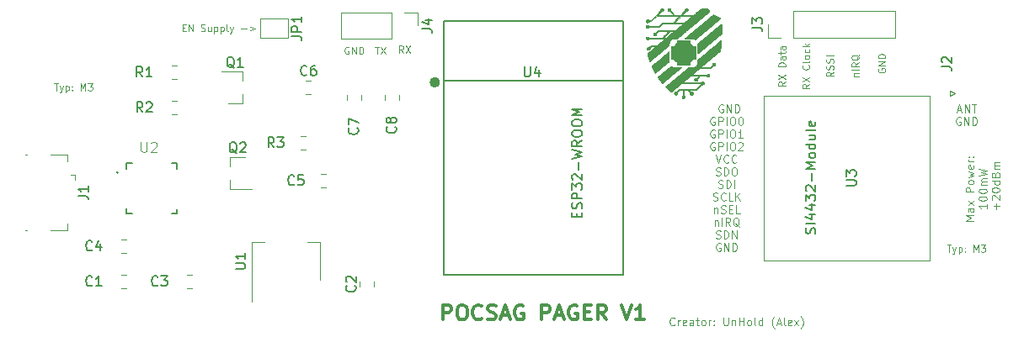
<source format=gbr>
G04 #@! TF.GenerationSoftware,KiCad,Pcbnew,5.0.2+dfsg1-1*
G04 #@! TF.CreationDate,2021-02-25T16:07:11+01:00*
G04 #@! TF.ProjectId,Pager-Interface (KiCAD),50616765-722d-4496-9e74-657266616365,rev?*
G04 #@! TF.SameCoordinates,Original*
G04 #@! TF.FileFunction,Legend,Top*
G04 #@! TF.FilePolarity,Positive*
%FSLAX46Y46*%
G04 Gerber Fmt 4.6, Leading zero omitted, Abs format (unit mm)*
G04 Created by KiCad (PCBNEW 5.0.2+dfsg1-1) date Thu 25 Feb 2021 16:07:11 CET*
%MOMM*%
%LPD*%
G01*
G04 APERTURE LIST*
%ADD10C,0.100000*%
%ADD11C,0.110000*%
%ADD12C,0.300000*%
%ADD13C,0.120000*%
%ADD14C,0.500000*%
%ADD15C,0.150000*%
%ADD16C,0.127000*%
%ADD17C,0.200000*%
%ADD18C,0.010000*%
%ADD19C,0.015000*%
G04 APERTURE END LIST*
D10*
X132035000Y-121282666D02*
X132435000Y-121282666D01*
X132235000Y-121982666D02*
X132235000Y-121282666D01*
X132601666Y-121516000D02*
X132768333Y-121982666D01*
X132935000Y-121516000D02*
X132768333Y-121982666D01*
X132701666Y-122149333D01*
X132668333Y-122182666D01*
X132601666Y-122216000D01*
X133201666Y-121516000D02*
X133201666Y-122216000D01*
X133201666Y-121549333D02*
X133268333Y-121516000D01*
X133401666Y-121516000D01*
X133468333Y-121549333D01*
X133501666Y-121582666D01*
X133535000Y-121649333D01*
X133535000Y-121849333D01*
X133501666Y-121916000D01*
X133468333Y-121949333D01*
X133401666Y-121982666D01*
X133268333Y-121982666D01*
X133201666Y-121949333D01*
X133835000Y-121916000D02*
X133868333Y-121949333D01*
X133835000Y-121982666D01*
X133801666Y-121949333D01*
X133835000Y-121916000D01*
X133835000Y-121982666D01*
X133835000Y-121549333D02*
X133868333Y-121582666D01*
X133835000Y-121616000D01*
X133801666Y-121582666D01*
X133835000Y-121549333D01*
X133835000Y-121616000D01*
X134701666Y-121982666D02*
X134701666Y-121282666D01*
X134935000Y-121782666D01*
X135168333Y-121282666D01*
X135168333Y-121982666D01*
X135435000Y-121282666D02*
X135868333Y-121282666D01*
X135635000Y-121549333D01*
X135735000Y-121549333D01*
X135801666Y-121582666D01*
X135835000Y-121616000D01*
X135868333Y-121682666D01*
X135868333Y-121849333D01*
X135835000Y-121916000D01*
X135801666Y-121949333D01*
X135735000Y-121982666D01*
X135535000Y-121982666D01*
X135468333Y-121949333D01*
X135435000Y-121916000D01*
X42246000Y-105026666D02*
X42646000Y-105026666D01*
X42446000Y-105726666D02*
X42446000Y-105026666D01*
X42812666Y-105260000D02*
X42979333Y-105726666D01*
X43146000Y-105260000D02*
X42979333Y-105726666D01*
X42912666Y-105893333D01*
X42879333Y-105926666D01*
X42812666Y-105960000D01*
X43412666Y-105260000D02*
X43412666Y-105960000D01*
X43412666Y-105293333D02*
X43479333Y-105260000D01*
X43612666Y-105260000D01*
X43679333Y-105293333D01*
X43712666Y-105326666D01*
X43746000Y-105393333D01*
X43746000Y-105593333D01*
X43712666Y-105660000D01*
X43679333Y-105693333D01*
X43612666Y-105726666D01*
X43479333Y-105726666D01*
X43412666Y-105693333D01*
X44046000Y-105660000D02*
X44079333Y-105693333D01*
X44046000Y-105726666D01*
X44012666Y-105693333D01*
X44046000Y-105660000D01*
X44046000Y-105726666D01*
X44046000Y-105293333D02*
X44079333Y-105326666D01*
X44046000Y-105360000D01*
X44012666Y-105326666D01*
X44046000Y-105293333D01*
X44046000Y-105360000D01*
X44912666Y-105726666D02*
X44912666Y-105026666D01*
X45146000Y-105526666D01*
X45379333Y-105026666D01*
X45379333Y-105726666D01*
X45646000Y-105026666D02*
X46079333Y-105026666D01*
X45846000Y-105293333D01*
X45946000Y-105293333D01*
X46012666Y-105326666D01*
X46046000Y-105360000D01*
X46079333Y-105426666D01*
X46079333Y-105593333D01*
X46046000Y-105660000D01*
X46012666Y-105693333D01*
X45946000Y-105726666D01*
X45746000Y-105726666D01*
X45679333Y-105693333D01*
X45646000Y-105660000D01*
X55151000Y-99391000D02*
X55384333Y-99391000D01*
X55484333Y-99757666D02*
X55151000Y-99757666D01*
X55151000Y-99057666D01*
X55484333Y-99057666D01*
X55784333Y-99757666D02*
X55784333Y-99057666D01*
X56184333Y-99757666D01*
X56184333Y-99057666D01*
X57017666Y-99724333D02*
X57117666Y-99757666D01*
X57284333Y-99757666D01*
X57351000Y-99724333D01*
X57384333Y-99691000D01*
X57417666Y-99624333D01*
X57417666Y-99557666D01*
X57384333Y-99491000D01*
X57351000Y-99457666D01*
X57284333Y-99424333D01*
X57151000Y-99391000D01*
X57084333Y-99357666D01*
X57051000Y-99324333D01*
X57017666Y-99257666D01*
X57017666Y-99191000D01*
X57051000Y-99124333D01*
X57084333Y-99091000D01*
X57151000Y-99057666D01*
X57317666Y-99057666D01*
X57417666Y-99091000D01*
X58017666Y-99291000D02*
X58017666Y-99757666D01*
X57717666Y-99291000D02*
X57717666Y-99657666D01*
X57751000Y-99724333D01*
X57817666Y-99757666D01*
X57917666Y-99757666D01*
X57984333Y-99724333D01*
X58017666Y-99691000D01*
X58351000Y-99291000D02*
X58351000Y-99991000D01*
X58351000Y-99324333D02*
X58417666Y-99291000D01*
X58551000Y-99291000D01*
X58617666Y-99324333D01*
X58651000Y-99357666D01*
X58684333Y-99424333D01*
X58684333Y-99624333D01*
X58651000Y-99691000D01*
X58617666Y-99724333D01*
X58551000Y-99757666D01*
X58417666Y-99757666D01*
X58351000Y-99724333D01*
X58984333Y-99291000D02*
X58984333Y-99991000D01*
X58984333Y-99324333D02*
X59051000Y-99291000D01*
X59184333Y-99291000D01*
X59251000Y-99324333D01*
X59284333Y-99357666D01*
X59317666Y-99424333D01*
X59317666Y-99624333D01*
X59284333Y-99691000D01*
X59251000Y-99724333D01*
X59184333Y-99757666D01*
X59051000Y-99757666D01*
X58984333Y-99724333D01*
X59717666Y-99757666D02*
X59651000Y-99724333D01*
X59617666Y-99657666D01*
X59617666Y-99057666D01*
X59917666Y-99291000D02*
X60084333Y-99757666D01*
X60251000Y-99291000D02*
X60084333Y-99757666D01*
X60017666Y-99924333D01*
X59984333Y-99957666D01*
X59917666Y-99991000D01*
X61051000Y-99491000D02*
X61584333Y-99491000D01*
X61917666Y-99291000D02*
X62451000Y-99491000D01*
X61917666Y-99691000D01*
D11*
X134687904Y-118839809D02*
X133887904Y-118839809D01*
X134459333Y-118573142D01*
X133887904Y-118306476D01*
X134687904Y-118306476D01*
X134687904Y-117582666D02*
X134268857Y-117582666D01*
X134192666Y-117620761D01*
X134154571Y-117696952D01*
X134154571Y-117849333D01*
X134192666Y-117925523D01*
X134649809Y-117582666D02*
X134687904Y-117658857D01*
X134687904Y-117849333D01*
X134649809Y-117925523D01*
X134573619Y-117963619D01*
X134497428Y-117963619D01*
X134421238Y-117925523D01*
X134383142Y-117849333D01*
X134383142Y-117658857D01*
X134345047Y-117582666D01*
X134687904Y-117277904D02*
X134154571Y-116858857D01*
X134154571Y-117277904D02*
X134687904Y-116858857D01*
X134687904Y-115944571D02*
X133887904Y-115944571D01*
X133887904Y-115639809D01*
X133926000Y-115563619D01*
X133964095Y-115525523D01*
X134040285Y-115487428D01*
X134154571Y-115487428D01*
X134230761Y-115525523D01*
X134268857Y-115563619D01*
X134306952Y-115639809D01*
X134306952Y-115944571D01*
X134687904Y-115030285D02*
X134649809Y-115106476D01*
X134611714Y-115144571D01*
X134535523Y-115182666D01*
X134306952Y-115182666D01*
X134230761Y-115144571D01*
X134192666Y-115106476D01*
X134154571Y-115030285D01*
X134154571Y-114916000D01*
X134192666Y-114839809D01*
X134230761Y-114801714D01*
X134306952Y-114763619D01*
X134535523Y-114763619D01*
X134611714Y-114801714D01*
X134649809Y-114839809D01*
X134687904Y-114916000D01*
X134687904Y-115030285D01*
X134154571Y-114496952D02*
X134687904Y-114344571D01*
X134306952Y-114192190D01*
X134687904Y-114039809D01*
X134154571Y-113887428D01*
X134649809Y-113277904D02*
X134687904Y-113354095D01*
X134687904Y-113506476D01*
X134649809Y-113582666D01*
X134573619Y-113620761D01*
X134268857Y-113620761D01*
X134192666Y-113582666D01*
X134154571Y-113506476D01*
X134154571Y-113354095D01*
X134192666Y-113277904D01*
X134268857Y-113239809D01*
X134345047Y-113239809D01*
X134421238Y-113620761D01*
X134687904Y-112896952D02*
X134154571Y-112896952D01*
X134306952Y-112896952D02*
X134230761Y-112858857D01*
X134192666Y-112820761D01*
X134154571Y-112744571D01*
X134154571Y-112668380D01*
X134611714Y-112401714D02*
X134649809Y-112363619D01*
X134687904Y-112401714D01*
X134649809Y-112439809D01*
X134611714Y-112401714D01*
X134687904Y-112401714D01*
X134192666Y-112401714D02*
X134230761Y-112363619D01*
X134268857Y-112401714D01*
X134230761Y-112439809D01*
X134192666Y-112401714D01*
X134268857Y-112401714D01*
X135997904Y-117144571D02*
X135997904Y-117601714D01*
X135997904Y-117373142D02*
X135197904Y-117373142D01*
X135312190Y-117449333D01*
X135388380Y-117525523D01*
X135426476Y-117601714D01*
X135197904Y-116649333D02*
X135197904Y-116573142D01*
X135236000Y-116496952D01*
X135274095Y-116458857D01*
X135350285Y-116420761D01*
X135502666Y-116382666D01*
X135693142Y-116382666D01*
X135845523Y-116420761D01*
X135921714Y-116458857D01*
X135959809Y-116496952D01*
X135997904Y-116573142D01*
X135997904Y-116649333D01*
X135959809Y-116725523D01*
X135921714Y-116763619D01*
X135845523Y-116801714D01*
X135693142Y-116839809D01*
X135502666Y-116839809D01*
X135350285Y-116801714D01*
X135274095Y-116763619D01*
X135236000Y-116725523D01*
X135197904Y-116649333D01*
X135197904Y-115887428D02*
X135197904Y-115811238D01*
X135236000Y-115735047D01*
X135274095Y-115696952D01*
X135350285Y-115658857D01*
X135502666Y-115620761D01*
X135693142Y-115620761D01*
X135845523Y-115658857D01*
X135921714Y-115696952D01*
X135959809Y-115735047D01*
X135997904Y-115811238D01*
X135997904Y-115887428D01*
X135959809Y-115963619D01*
X135921714Y-116001714D01*
X135845523Y-116039809D01*
X135693142Y-116077904D01*
X135502666Y-116077904D01*
X135350285Y-116039809D01*
X135274095Y-116001714D01*
X135236000Y-115963619D01*
X135197904Y-115887428D01*
X135997904Y-115277904D02*
X135464571Y-115277904D01*
X135540761Y-115277904D02*
X135502666Y-115239809D01*
X135464571Y-115163619D01*
X135464571Y-115049333D01*
X135502666Y-114973142D01*
X135578857Y-114935047D01*
X135997904Y-114935047D01*
X135578857Y-114935047D02*
X135502666Y-114896952D01*
X135464571Y-114820761D01*
X135464571Y-114706476D01*
X135502666Y-114630285D01*
X135578857Y-114592190D01*
X135997904Y-114592190D01*
X135197904Y-114287428D02*
X135997904Y-114096952D01*
X135426476Y-113944571D01*
X135997904Y-113792190D01*
X135197904Y-113601714D01*
X137003142Y-117677904D02*
X137003142Y-117068380D01*
X137307904Y-117373142D02*
X136698380Y-117373142D01*
X136584095Y-116725523D02*
X136546000Y-116687428D01*
X136507904Y-116611238D01*
X136507904Y-116420761D01*
X136546000Y-116344571D01*
X136584095Y-116306476D01*
X136660285Y-116268380D01*
X136736476Y-116268380D01*
X136850761Y-116306476D01*
X137307904Y-116763619D01*
X137307904Y-116268380D01*
X136507904Y-115773142D02*
X136507904Y-115696952D01*
X136546000Y-115620761D01*
X136584095Y-115582666D01*
X136660285Y-115544571D01*
X136812666Y-115506476D01*
X137003142Y-115506476D01*
X137155523Y-115544571D01*
X137231714Y-115582666D01*
X137269809Y-115620761D01*
X137307904Y-115696952D01*
X137307904Y-115773142D01*
X137269809Y-115849333D01*
X137231714Y-115887428D01*
X137155523Y-115925523D01*
X137003142Y-115963619D01*
X136812666Y-115963619D01*
X136660285Y-115925523D01*
X136584095Y-115887428D01*
X136546000Y-115849333D01*
X136507904Y-115773142D01*
X137307904Y-114820761D02*
X136507904Y-114820761D01*
X137269809Y-114820761D02*
X137307904Y-114896952D01*
X137307904Y-115049333D01*
X137269809Y-115125523D01*
X137231714Y-115163619D01*
X137155523Y-115201714D01*
X136926952Y-115201714D01*
X136850761Y-115163619D01*
X136812666Y-115125523D01*
X136774571Y-115049333D01*
X136774571Y-114896952D01*
X136812666Y-114820761D01*
X136888857Y-114173142D02*
X136926952Y-114058857D01*
X136965047Y-114020761D01*
X137041238Y-113982666D01*
X137155523Y-113982666D01*
X137231714Y-114020761D01*
X137269809Y-114058857D01*
X137307904Y-114135047D01*
X137307904Y-114439809D01*
X136507904Y-114439809D01*
X136507904Y-114173142D01*
X136546000Y-114096952D01*
X136584095Y-114058857D01*
X136660285Y-114020761D01*
X136736476Y-114020761D01*
X136812666Y-114058857D01*
X136850761Y-114096952D01*
X136888857Y-114173142D01*
X136888857Y-114439809D01*
X137307904Y-113639809D02*
X136774571Y-113639809D01*
X136850761Y-113639809D02*
X136812666Y-113601714D01*
X136774571Y-113525523D01*
X136774571Y-113411238D01*
X136812666Y-113335047D01*
X136888857Y-113296952D01*
X137307904Y-113296952D01*
X136888857Y-113296952D02*
X136812666Y-113258857D01*
X136774571Y-113182666D01*
X136774571Y-113068380D01*
X136812666Y-112992190D01*
X136888857Y-112954095D01*
X137307904Y-112954095D01*
X104642428Y-129317714D02*
X104604333Y-129355809D01*
X104490047Y-129393904D01*
X104413857Y-129393904D01*
X104299571Y-129355809D01*
X104223380Y-129279619D01*
X104185285Y-129203428D01*
X104147190Y-129051047D01*
X104147190Y-128936761D01*
X104185285Y-128784380D01*
X104223380Y-128708190D01*
X104299571Y-128632000D01*
X104413857Y-128593904D01*
X104490047Y-128593904D01*
X104604333Y-128632000D01*
X104642428Y-128670095D01*
X104985285Y-129393904D02*
X104985285Y-128860571D01*
X104985285Y-129012952D02*
X105023380Y-128936761D01*
X105061476Y-128898666D01*
X105137666Y-128860571D01*
X105213857Y-128860571D01*
X105785285Y-129355809D02*
X105709095Y-129393904D01*
X105556714Y-129393904D01*
X105480523Y-129355809D01*
X105442428Y-129279619D01*
X105442428Y-128974857D01*
X105480523Y-128898666D01*
X105556714Y-128860571D01*
X105709095Y-128860571D01*
X105785285Y-128898666D01*
X105823380Y-128974857D01*
X105823380Y-129051047D01*
X105442428Y-129127238D01*
X106509095Y-129393904D02*
X106509095Y-128974857D01*
X106471000Y-128898666D01*
X106394809Y-128860571D01*
X106242428Y-128860571D01*
X106166238Y-128898666D01*
X106509095Y-129355809D02*
X106432904Y-129393904D01*
X106242428Y-129393904D01*
X106166238Y-129355809D01*
X106128142Y-129279619D01*
X106128142Y-129203428D01*
X106166238Y-129127238D01*
X106242428Y-129089142D01*
X106432904Y-129089142D01*
X106509095Y-129051047D01*
X106775761Y-128860571D02*
X107080523Y-128860571D01*
X106890047Y-128593904D02*
X106890047Y-129279619D01*
X106928142Y-129355809D01*
X107004333Y-129393904D01*
X107080523Y-129393904D01*
X107461476Y-129393904D02*
X107385285Y-129355809D01*
X107347190Y-129317714D01*
X107309095Y-129241523D01*
X107309095Y-129012952D01*
X107347190Y-128936761D01*
X107385285Y-128898666D01*
X107461476Y-128860571D01*
X107575761Y-128860571D01*
X107651952Y-128898666D01*
X107690047Y-128936761D01*
X107728142Y-129012952D01*
X107728142Y-129241523D01*
X107690047Y-129317714D01*
X107651952Y-129355809D01*
X107575761Y-129393904D01*
X107461476Y-129393904D01*
X108071000Y-129393904D02*
X108071000Y-128860571D01*
X108071000Y-129012952D02*
X108109095Y-128936761D01*
X108147190Y-128898666D01*
X108223380Y-128860571D01*
X108299571Y-128860571D01*
X108566238Y-129317714D02*
X108604333Y-129355809D01*
X108566238Y-129393904D01*
X108528142Y-129355809D01*
X108566238Y-129317714D01*
X108566238Y-129393904D01*
X108566238Y-128898666D02*
X108604333Y-128936761D01*
X108566238Y-128974857D01*
X108528142Y-128936761D01*
X108566238Y-128898666D01*
X108566238Y-128974857D01*
X109556714Y-128593904D02*
X109556714Y-129241523D01*
X109594809Y-129317714D01*
X109632904Y-129355809D01*
X109709095Y-129393904D01*
X109861476Y-129393904D01*
X109937666Y-129355809D01*
X109975761Y-129317714D01*
X110013857Y-129241523D01*
X110013857Y-128593904D01*
X110394809Y-128860571D02*
X110394809Y-129393904D01*
X110394809Y-128936761D02*
X110432904Y-128898666D01*
X110509095Y-128860571D01*
X110623380Y-128860571D01*
X110699571Y-128898666D01*
X110737666Y-128974857D01*
X110737666Y-129393904D01*
X111118619Y-129393904D02*
X111118619Y-128593904D01*
X111118619Y-128974857D02*
X111575761Y-128974857D01*
X111575761Y-129393904D02*
X111575761Y-128593904D01*
X112071000Y-129393904D02*
X111994809Y-129355809D01*
X111956714Y-129317714D01*
X111918619Y-129241523D01*
X111918619Y-129012952D01*
X111956714Y-128936761D01*
X111994809Y-128898666D01*
X112071000Y-128860571D01*
X112185285Y-128860571D01*
X112261476Y-128898666D01*
X112299571Y-128936761D01*
X112337666Y-129012952D01*
X112337666Y-129241523D01*
X112299571Y-129317714D01*
X112261476Y-129355809D01*
X112185285Y-129393904D01*
X112071000Y-129393904D01*
X112794809Y-129393904D02*
X112718619Y-129355809D01*
X112680523Y-129279619D01*
X112680523Y-128593904D01*
X113442428Y-129393904D02*
X113442428Y-128593904D01*
X113442428Y-129355809D02*
X113366238Y-129393904D01*
X113213857Y-129393904D01*
X113137666Y-129355809D01*
X113099571Y-129317714D01*
X113061476Y-129241523D01*
X113061476Y-129012952D01*
X113099571Y-128936761D01*
X113137666Y-128898666D01*
X113213857Y-128860571D01*
X113366238Y-128860571D01*
X113442428Y-128898666D01*
X114661476Y-129698666D02*
X114623380Y-129660571D01*
X114547190Y-129546285D01*
X114509095Y-129470095D01*
X114471000Y-129355809D01*
X114432904Y-129165333D01*
X114432904Y-129012952D01*
X114471000Y-128822476D01*
X114509095Y-128708190D01*
X114547190Y-128632000D01*
X114623380Y-128517714D01*
X114661476Y-128479619D01*
X114928142Y-129165333D02*
X115309095Y-129165333D01*
X114851952Y-129393904D02*
X115118619Y-128593904D01*
X115385285Y-129393904D01*
X115766238Y-129393904D02*
X115690047Y-129355809D01*
X115651952Y-129279619D01*
X115651952Y-128593904D01*
X116375761Y-129355809D02*
X116299571Y-129393904D01*
X116147190Y-129393904D01*
X116071000Y-129355809D01*
X116032904Y-129279619D01*
X116032904Y-128974857D01*
X116071000Y-128898666D01*
X116147190Y-128860571D01*
X116299571Y-128860571D01*
X116375761Y-128898666D01*
X116413857Y-128974857D01*
X116413857Y-129051047D01*
X116032904Y-129127238D01*
X116680523Y-129393904D02*
X117099571Y-128860571D01*
X116680523Y-128860571D02*
X117099571Y-129393904D01*
X117328142Y-129698666D02*
X117366238Y-129660571D01*
X117442428Y-129546285D01*
X117480523Y-129470095D01*
X117518619Y-129355809D01*
X117556714Y-129165333D01*
X117556714Y-129012952D01*
X117518619Y-128822476D01*
X117480523Y-128708190D01*
X117442428Y-128632000D01*
X117366238Y-128517714D01*
X117328142Y-128479619D01*
D12*
X81332857Y-128821571D02*
X81332857Y-127321571D01*
X81904285Y-127321571D01*
X82047142Y-127393000D01*
X82118571Y-127464428D01*
X82190000Y-127607285D01*
X82190000Y-127821571D01*
X82118571Y-127964428D01*
X82047142Y-128035857D01*
X81904285Y-128107285D01*
X81332857Y-128107285D01*
X83118571Y-127321571D02*
X83404285Y-127321571D01*
X83547142Y-127393000D01*
X83690000Y-127535857D01*
X83761428Y-127821571D01*
X83761428Y-128321571D01*
X83690000Y-128607285D01*
X83547142Y-128750142D01*
X83404285Y-128821571D01*
X83118571Y-128821571D01*
X82975714Y-128750142D01*
X82832857Y-128607285D01*
X82761428Y-128321571D01*
X82761428Y-127821571D01*
X82832857Y-127535857D01*
X82975714Y-127393000D01*
X83118571Y-127321571D01*
X85261428Y-128678714D02*
X85190000Y-128750142D01*
X84975714Y-128821571D01*
X84832857Y-128821571D01*
X84618571Y-128750142D01*
X84475714Y-128607285D01*
X84404285Y-128464428D01*
X84332857Y-128178714D01*
X84332857Y-127964428D01*
X84404285Y-127678714D01*
X84475714Y-127535857D01*
X84618571Y-127393000D01*
X84832857Y-127321571D01*
X84975714Y-127321571D01*
X85190000Y-127393000D01*
X85261428Y-127464428D01*
X85832857Y-128750142D02*
X86047142Y-128821571D01*
X86404285Y-128821571D01*
X86547142Y-128750142D01*
X86618571Y-128678714D01*
X86690000Y-128535857D01*
X86690000Y-128393000D01*
X86618571Y-128250142D01*
X86547142Y-128178714D01*
X86404285Y-128107285D01*
X86118571Y-128035857D01*
X85975714Y-127964428D01*
X85904285Y-127893000D01*
X85832857Y-127750142D01*
X85832857Y-127607285D01*
X85904285Y-127464428D01*
X85975714Y-127393000D01*
X86118571Y-127321571D01*
X86475714Y-127321571D01*
X86690000Y-127393000D01*
X87261428Y-128393000D02*
X87975714Y-128393000D01*
X87118571Y-128821571D02*
X87618571Y-127321571D01*
X88118571Y-128821571D01*
X89404285Y-127393000D02*
X89261428Y-127321571D01*
X89047142Y-127321571D01*
X88832857Y-127393000D01*
X88690000Y-127535857D01*
X88618571Y-127678714D01*
X88547142Y-127964428D01*
X88547142Y-128178714D01*
X88618571Y-128464428D01*
X88690000Y-128607285D01*
X88832857Y-128750142D01*
X89047142Y-128821571D01*
X89190000Y-128821571D01*
X89404285Y-128750142D01*
X89475714Y-128678714D01*
X89475714Y-128178714D01*
X89190000Y-128178714D01*
X91261428Y-128821571D02*
X91261428Y-127321571D01*
X91832857Y-127321571D01*
X91975714Y-127393000D01*
X92047142Y-127464428D01*
X92118571Y-127607285D01*
X92118571Y-127821571D01*
X92047142Y-127964428D01*
X91975714Y-128035857D01*
X91832857Y-128107285D01*
X91261428Y-128107285D01*
X92690000Y-128393000D02*
X93404285Y-128393000D01*
X92547142Y-128821571D02*
X93047142Y-127321571D01*
X93547142Y-128821571D01*
X94832857Y-127393000D02*
X94690000Y-127321571D01*
X94475714Y-127321571D01*
X94261428Y-127393000D01*
X94118571Y-127535857D01*
X94047142Y-127678714D01*
X93975714Y-127964428D01*
X93975714Y-128178714D01*
X94047142Y-128464428D01*
X94118571Y-128607285D01*
X94261428Y-128750142D01*
X94475714Y-128821571D01*
X94618571Y-128821571D01*
X94832857Y-128750142D01*
X94904285Y-128678714D01*
X94904285Y-128178714D01*
X94618571Y-128178714D01*
X95547142Y-128035857D02*
X96047142Y-128035857D01*
X96261428Y-128821571D02*
X95547142Y-128821571D01*
X95547142Y-127321571D01*
X96261428Y-127321571D01*
X97761428Y-128821571D02*
X97261428Y-128107285D01*
X96904285Y-128821571D02*
X96904285Y-127321571D01*
X97475714Y-127321571D01*
X97618571Y-127393000D01*
X97690000Y-127464428D01*
X97761428Y-127607285D01*
X97761428Y-127821571D01*
X97690000Y-127964428D01*
X97618571Y-128035857D01*
X97475714Y-128107285D01*
X96904285Y-128107285D01*
X99332857Y-127321571D02*
X99832857Y-128821571D01*
X100332857Y-127321571D01*
X101618571Y-128821571D02*
X100761428Y-128821571D01*
X101190000Y-128821571D02*
X101190000Y-127321571D01*
X101047142Y-127535857D01*
X100904285Y-127678714D01*
X100761428Y-127750142D01*
D10*
X71856666Y-101377000D02*
X71790000Y-101343666D01*
X71690000Y-101343666D01*
X71590000Y-101377000D01*
X71523333Y-101443666D01*
X71490000Y-101510333D01*
X71456666Y-101643666D01*
X71456666Y-101743666D01*
X71490000Y-101877000D01*
X71523333Y-101943666D01*
X71590000Y-102010333D01*
X71690000Y-102043666D01*
X71756666Y-102043666D01*
X71856666Y-102010333D01*
X71890000Y-101977000D01*
X71890000Y-101743666D01*
X71756666Y-101743666D01*
X72190000Y-102043666D02*
X72190000Y-101343666D01*
X72590000Y-102043666D01*
X72590000Y-101343666D01*
X72923333Y-102043666D02*
X72923333Y-101343666D01*
X73090000Y-101343666D01*
X73190000Y-101377000D01*
X73256666Y-101443666D01*
X73290000Y-101510333D01*
X73323333Y-101643666D01*
X73323333Y-101743666D01*
X73290000Y-101877000D01*
X73256666Y-101943666D01*
X73190000Y-102010333D01*
X73090000Y-102043666D01*
X72923333Y-102043666D01*
X74523666Y-101343666D02*
X74923666Y-101343666D01*
X74723666Y-102043666D02*
X74723666Y-101343666D01*
X75090333Y-101343666D02*
X75557000Y-102043666D01*
X75557000Y-101343666D02*
X75090333Y-102043666D01*
X77353333Y-101916666D02*
X77120000Y-101583333D01*
X76953333Y-101916666D02*
X76953333Y-101216666D01*
X77220000Y-101216666D01*
X77286666Y-101250000D01*
X77320000Y-101283333D01*
X77353333Y-101350000D01*
X77353333Y-101450000D01*
X77320000Y-101516666D01*
X77286666Y-101550000D01*
X77220000Y-101583333D01*
X76953333Y-101583333D01*
X77586666Y-101216666D02*
X78053333Y-101916666D01*
X78053333Y-101216666D02*
X77586666Y-101916666D01*
X125126000Y-103530333D02*
X125092666Y-103597000D01*
X125092666Y-103697000D01*
X125126000Y-103797000D01*
X125192666Y-103863666D01*
X125259333Y-103897000D01*
X125392666Y-103930333D01*
X125492666Y-103930333D01*
X125626000Y-103897000D01*
X125692666Y-103863666D01*
X125759333Y-103797000D01*
X125792666Y-103697000D01*
X125792666Y-103630333D01*
X125759333Y-103530333D01*
X125726000Y-103497000D01*
X125492666Y-103497000D01*
X125492666Y-103630333D01*
X125792666Y-103197000D02*
X125092666Y-103197000D01*
X125792666Y-102797000D01*
X125092666Y-102797000D01*
X125792666Y-102463666D02*
X125092666Y-102463666D01*
X125092666Y-102297000D01*
X125126000Y-102197000D01*
X125192666Y-102130333D01*
X125259333Y-102097000D01*
X125392666Y-102063666D01*
X125492666Y-102063666D01*
X125626000Y-102097000D01*
X125692666Y-102130333D01*
X125759333Y-102197000D01*
X125792666Y-102297000D01*
X125792666Y-102463666D01*
X122659000Y-104284333D02*
X123125666Y-104284333D01*
X122725666Y-104284333D02*
X122692333Y-104251000D01*
X122659000Y-104184333D01*
X122659000Y-104084333D01*
X122692333Y-104017666D01*
X122759000Y-103984333D01*
X123125666Y-103984333D01*
X123125666Y-103651000D02*
X122425666Y-103651000D01*
X123125666Y-102917666D02*
X122792333Y-103151000D01*
X123125666Y-103317666D02*
X122425666Y-103317666D01*
X122425666Y-103051000D01*
X122459000Y-102984333D01*
X122492333Y-102951000D01*
X122559000Y-102917666D01*
X122659000Y-102917666D01*
X122725666Y-102951000D01*
X122759000Y-102984333D01*
X122792333Y-103051000D01*
X122792333Y-103317666D01*
X123192333Y-102151000D02*
X123159000Y-102217666D01*
X123092333Y-102284333D01*
X122992333Y-102384333D01*
X122959000Y-102451000D01*
X122959000Y-102517666D01*
X123125666Y-102484333D02*
X123092333Y-102551000D01*
X123025666Y-102617666D01*
X122892333Y-102651000D01*
X122659000Y-102651000D01*
X122525666Y-102617666D01*
X122459000Y-102551000D01*
X122425666Y-102484333D01*
X122425666Y-102351000D01*
X122459000Y-102284333D01*
X122525666Y-102217666D01*
X122659000Y-102184333D01*
X122892333Y-102184333D01*
X123025666Y-102217666D01*
X123092333Y-102284333D01*
X123125666Y-102351000D01*
X123125666Y-102484333D01*
X120585666Y-103867666D02*
X120252333Y-104101000D01*
X120585666Y-104267666D02*
X119885666Y-104267666D01*
X119885666Y-104001000D01*
X119919000Y-103934333D01*
X119952333Y-103901000D01*
X120019000Y-103867666D01*
X120119000Y-103867666D01*
X120185666Y-103901000D01*
X120219000Y-103934333D01*
X120252333Y-104001000D01*
X120252333Y-104267666D01*
X120552333Y-103601000D02*
X120585666Y-103501000D01*
X120585666Y-103334333D01*
X120552333Y-103267666D01*
X120519000Y-103234333D01*
X120452333Y-103201000D01*
X120385666Y-103201000D01*
X120319000Y-103234333D01*
X120285666Y-103267666D01*
X120252333Y-103334333D01*
X120219000Y-103467666D01*
X120185666Y-103534333D01*
X120152333Y-103567666D01*
X120085666Y-103601000D01*
X120019000Y-103601000D01*
X119952333Y-103567666D01*
X119919000Y-103534333D01*
X119885666Y-103467666D01*
X119885666Y-103301000D01*
X119919000Y-103201000D01*
X120552333Y-102934333D02*
X120585666Y-102834333D01*
X120585666Y-102667666D01*
X120552333Y-102601000D01*
X120519000Y-102567666D01*
X120452333Y-102534333D01*
X120385666Y-102534333D01*
X120319000Y-102567666D01*
X120285666Y-102601000D01*
X120252333Y-102667666D01*
X120219000Y-102801000D01*
X120185666Y-102867666D01*
X120152333Y-102901000D01*
X120085666Y-102934333D01*
X120019000Y-102934333D01*
X119952333Y-102901000D01*
X119919000Y-102867666D01*
X119885666Y-102801000D01*
X119885666Y-102634333D01*
X119919000Y-102534333D01*
X120585666Y-102234333D02*
X119885666Y-102234333D01*
X118172666Y-105067666D02*
X117839333Y-105301000D01*
X118172666Y-105467666D02*
X117472666Y-105467666D01*
X117472666Y-105201000D01*
X117506000Y-105134333D01*
X117539333Y-105101000D01*
X117606000Y-105067666D01*
X117706000Y-105067666D01*
X117772666Y-105101000D01*
X117806000Y-105134333D01*
X117839333Y-105201000D01*
X117839333Y-105467666D01*
X117472666Y-104834333D02*
X118172666Y-104367666D01*
X117472666Y-104367666D02*
X118172666Y-104834333D01*
X118106000Y-103167666D02*
X118139333Y-103201000D01*
X118172666Y-103301000D01*
X118172666Y-103367666D01*
X118139333Y-103467666D01*
X118072666Y-103534333D01*
X118006000Y-103567666D01*
X117872666Y-103601000D01*
X117772666Y-103601000D01*
X117639333Y-103567666D01*
X117572666Y-103534333D01*
X117506000Y-103467666D01*
X117472666Y-103367666D01*
X117472666Y-103301000D01*
X117506000Y-103201000D01*
X117539333Y-103167666D01*
X118172666Y-102767666D02*
X118139333Y-102834333D01*
X118072666Y-102867666D01*
X117472666Y-102867666D01*
X118172666Y-102401000D02*
X118139333Y-102467666D01*
X118106000Y-102501000D01*
X118039333Y-102534333D01*
X117839333Y-102534333D01*
X117772666Y-102501000D01*
X117739333Y-102467666D01*
X117706000Y-102401000D01*
X117706000Y-102301000D01*
X117739333Y-102234333D01*
X117772666Y-102201000D01*
X117839333Y-102167666D01*
X118039333Y-102167666D01*
X118106000Y-102201000D01*
X118139333Y-102234333D01*
X118172666Y-102301000D01*
X118172666Y-102401000D01*
X118139333Y-101567666D02*
X118172666Y-101634333D01*
X118172666Y-101767666D01*
X118139333Y-101834333D01*
X118106000Y-101867666D01*
X118039333Y-101901000D01*
X117839333Y-101901000D01*
X117772666Y-101867666D01*
X117739333Y-101834333D01*
X117706000Y-101767666D01*
X117706000Y-101634333D01*
X117739333Y-101567666D01*
X118172666Y-101267666D02*
X117472666Y-101267666D01*
X117906000Y-101201000D02*
X118172666Y-101001000D01*
X117706000Y-101001000D02*
X117972666Y-101267666D01*
X115759666Y-104817666D02*
X115426333Y-105051000D01*
X115759666Y-105217666D02*
X115059666Y-105217666D01*
X115059666Y-104951000D01*
X115093000Y-104884333D01*
X115126333Y-104851000D01*
X115193000Y-104817666D01*
X115293000Y-104817666D01*
X115359666Y-104851000D01*
X115393000Y-104884333D01*
X115426333Y-104951000D01*
X115426333Y-105217666D01*
X115059666Y-104584333D02*
X115759666Y-104117666D01*
X115059666Y-104117666D02*
X115759666Y-104584333D01*
X115759666Y-103317666D02*
X115059666Y-103317666D01*
X115059666Y-103151000D01*
X115093000Y-103051000D01*
X115159666Y-102984333D01*
X115226333Y-102951000D01*
X115359666Y-102917666D01*
X115459666Y-102917666D01*
X115593000Y-102951000D01*
X115659666Y-102984333D01*
X115726333Y-103051000D01*
X115759666Y-103151000D01*
X115759666Y-103317666D01*
X115759666Y-102317666D02*
X115393000Y-102317666D01*
X115326333Y-102351000D01*
X115293000Y-102417666D01*
X115293000Y-102551000D01*
X115326333Y-102617666D01*
X115726333Y-102317666D02*
X115759666Y-102384333D01*
X115759666Y-102551000D01*
X115726333Y-102617666D01*
X115659666Y-102651000D01*
X115593000Y-102651000D01*
X115526333Y-102617666D01*
X115493000Y-102551000D01*
X115493000Y-102384333D01*
X115459666Y-102317666D01*
X115293000Y-102084333D02*
X115293000Y-101817666D01*
X115059666Y-101984333D02*
X115659666Y-101984333D01*
X115726333Y-101951000D01*
X115759666Y-101884333D01*
X115759666Y-101817666D01*
X115759666Y-101284333D02*
X115393000Y-101284333D01*
X115326333Y-101317666D01*
X115293000Y-101384333D01*
X115293000Y-101517666D01*
X115326333Y-101584333D01*
X115726333Y-101284333D02*
X115759666Y-101351000D01*
X115759666Y-101517666D01*
X115726333Y-101584333D01*
X115659666Y-101617666D01*
X115593000Y-101617666D01*
X115526333Y-101584333D01*
X115493000Y-101517666D01*
X115493000Y-101351000D01*
X115459666Y-101284333D01*
D13*
G04 #@! TO.C,U1*
X68942000Y-121026000D02*
X67682000Y-121026000D01*
X62122000Y-121026000D02*
X63382000Y-121026000D01*
X68942000Y-124786000D02*
X68942000Y-121026000D01*
X62122000Y-127036000D02*
X62122000Y-121026000D01*
G04 #@! TO.C,C1*
X49537252Y-125678000D02*
X49014748Y-125678000D01*
X49537252Y-124258000D02*
X49014748Y-124258000D01*
G04 #@! TO.C,C2*
X74370000Y-124969748D02*
X74370000Y-125492252D01*
X72950000Y-124969748D02*
X72950000Y-125492252D01*
G04 #@! TO.C,C3*
X56150252Y-125678000D02*
X55627748Y-125678000D01*
X56150252Y-124258000D02*
X55627748Y-124258000D01*
G04 #@! TO.C,C4*
X49528252Y-120702000D02*
X49005748Y-120702000D01*
X49528252Y-122122000D02*
X49005748Y-122122000D01*
G04 #@! TO.C,C5*
X69603252Y-114098000D02*
X69080748Y-114098000D01*
X69603252Y-115518000D02*
X69080748Y-115518000D01*
G04 #@! TO.C,C6*
X67556748Y-104700000D02*
X68079252Y-104700000D01*
X67556748Y-106120000D02*
X68079252Y-106120000D01*
G04 #@! TO.C,C7*
X71680000Y-106155748D02*
X71680000Y-106678252D01*
X73100000Y-106155748D02*
X73100000Y-106678252D01*
G04 #@! TO.C,C8*
X75490000Y-106155748D02*
X75490000Y-106678252D01*
X76910000Y-106155748D02*
X76910000Y-106678252D01*
G04 #@! TO.C,J1*
X43620000Y-112190000D02*
X43620000Y-112850000D01*
X41890000Y-112190000D02*
X43620000Y-112190000D01*
X39320000Y-119810000D02*
X39530000Y-119810000D01*
X39320000Y-112190000D02*
X39530000Y-112190000D01*
X41890000Y-119810000D02*
X43620000Y-119810000D01*
X43620000Y-119810000D02*
X43620000Y-119160000D01*
X44320000Y-114240000D02*
X44320000Y-114690000D01*
X44320000Y-114240000D02*
X43930000Y-114240000D01*
G04 #@! TO.C,J2*
X132290000Y-106250000D02*
X132790000Y-106000000D01*
X132290000Y-105750000D02*
X132290000Y-106250000D01*
X132790000Y-106000000D02*
X132290000Y-105750000D01*
G04 #@! TO.C,JP1*
X65804000Y-98441000D02*
X65804000Y-100441000D01*
X63004000Y-98441000D02*
X65804000Y-98441000D01*
X63004000Y-100441000D02*
X63004000Y-98441000D01*
X65804000Y-100441000D02*
X63004000Y-100441000D01*
G04 #@! TO.C,Q1*
X61212000Y-106990000D02*
X61212000Y-106060000D01*
X61212000Y-103830000D02*
X61212000Y-104760000D01*
X61212000Y-103830000D02*
X59052000Y-103830000D01*
X61212000Y-106990000D02*
X59752000Y-106990000D01*
G04 #@! TO.C,Q2*
X59946000Y-112466000D02*
X61406000Y-112466000D01*
X59946000Y-115626000D02*
X62106000Y-115626000D01*
X59946000Y-115626000D02*
X59946000Y-114696000D01*
X59946000Y-112466000D02*
X59946000Y-113396000D01*
G04 #@! TO.C,R1*
X54617252Y-104596000D02*
X54094748Y-104596000D01*
X54617252Y-103176000D02*
X54094748Y-103176000D01*
G04 #@! TO.C,R2*
X54617252Y-106732000D02*
X54094748Y-106732000D01*
X54617252Y-108152000D02*
X54094748Y-108152000D01*
G04 #@! TO.C,R3*
X67571252Y-111708000D02*
X67048748Y-111708000D01*
X67571252Y-110288000D02*
X67048748Y-110288000D01*
G04 #@! TO.C,U3*
X113570000Y-122854000D02*
X113570000Y-106254000D01*
X113570000Y-106254000D02*
X130270000Y-106254000D01*
X113570000Y-122854000D02*
X130270000Y-122854000D01*
X130270000Y-122854000D02*
X130270000Y-106254000D01*
D14*
G04 #@! TO.C,U4*
X80801981Y-104902000D02*
G75*
G03X80801981Y-104902000I-283981J0D01*
G01*
D15*
X99424000Y-104756000D02*
X81424000Y-104756000D01*
X81424000Y-98756000D02*
X81424000Y-124256000D01*
X99424000Y-98756000D02*
X99424000Y-124256000D01*
X99424000Y-124256000D02*
X81424000Y-124256000D01*
X99424000Y-98756000D02*
X81424000Y-98756000D01*
D16*
G04 #@! TO.C,U2*
X49520000Y-118120000D02*
X50120000Y-118120000D01*
X49520000Y-117570000D02*
X49520000Y-118120000D01*
X54620000Y-118120000D02*
X54070000Y-118120000D01*
X54620000Y-117670000D02*
X54620000Y-118120000D01*
X54620000Y-113020000D02*
X54620000Y-113620000D01*
X54070000Y-113020000D02*
X54620000Y-113020000D01*
X49520000Y-113020000D02*
X49520000Y-113620000D01*
X50070000Y-113020000D02*
X49520000Y-113020000D01*
D17*
X48662000Y-113992000D02*
G75*
G03X48662000Y-113992000I-70000J0D01*
G01*
D13*
G04 #@! TO.C,J3*
X126806000Y-100390000D02*
X126806000Y-97730000D01*
X116586000Y-100390000D02*
X126806000Y-100390000D01*
X116586000Y-97730000D02*
X126806000Y-97730000D01*
X116586000Y-100390000D02*
X116586000Y-97730000D01*
X115316000Y-100390000D02*
X113986000Y-100390000D01*
X113986000Y-100390000D02*
X113986000Y-99060000D01*
G04 #@! TO.C,J4*
X71060000Y-97857000D02*
X71060000Y-100517000D01*
X76200000Y-97857000D02*
X71060000Y-97857000D01*
X76200000Y-100517000D02*
X71060000Y-100517000D01*
X76200000Y-97857000D02*
X76200000Y-100517000D01*
X77470000Y-97857000D02*
X78800000Y-97857000D01*
X78800000Y-97857000D02*
X78800000Y-99187000D01*
D18*
G04 #@! TO.C,G\002A\002A\002A*
G36*
X109311284Y-100645311D02*
X109312748Y-100646252D01*
X109313982Y-100647979D01*
X109314989Y-100650622D01*
X109315768Y-100654310D01*
X109316320Y-100659174D01*
X109316646Y-100665344D01*
X109316747Y-100672949D01*
X109316625Y-100682119D01*
X109316279Y-100692984D01*
X109315710Y-100705674D01*
X109314920Y-100720319D01*
X109313910Y-100737049D01*
X109312680Y-100755993D01*
X109311230Y-100777282D01*
X109310535Y-100787259D01*
X109307138Y-100833285D01*
X109303327Y-100880389D01*
X109299129Y-100928363D01*
X109294571Y-100976996D01*
X109289679Y-101026080D01*
X109284479Y-101075406D01*
X109278997Y-101124763D01*
X109273260Y-101173944D01*
X109267295Y-101222737D01*
X109261127Y-101270935D01*
X109254783Y-101318327D01*
X109248290Y-101364705D01*
X109241673Y-101409858D01*
X109234959Y-101453578D01*
X109228175Y-101495656D01*
X109221346Y-101535882D01*
X109214500Y-101574046D01*
X109207662Y-101609939D01*
X109205722Y-101619703D01*
X109201209Y-101641067D01*
X109196630Y-101660188D01*
X109191837Y-101677361D01*
X109186681Y-101692880D01*
X109181014Y-101707042D01*
X109174689Y-101720142D01*
X109167555Y-101732473D01*
X109159467Y-101744333D01*
X109150274Y-101756015D01*
X109139829Y-101767816D01*
X109127984Y-101780030D01*
X109122473Y-101785434D01*
X109117544Y-101790170D01*
X109112589Y-101794849D01*
X109107480Y-101799579D01*
X109102087Y-101804467D01*
X109096284Y-101809619D01*
X109089942Y-101815143D01*
X109082934Y-101821147D01*
X109075131Y-101827738D01*
X109066406Y-101835022D01*
X109056630Y-101843107D01*
X109045676Y-101852101D01*
X109033415Y-101862110D01*
X109019720Y-101873242D01*
X109004463Y-101885604D01*
X108987515Y-101899303D01*
X108968749Y-101914446D01*
X108962653Y-101919362D01*
X108942563Y-101935593D01*
X108924417Y-101950327D01*
X108908151Y-101963619D01*
X108893698Y-101975522D01*
X108880993Y-101986092D01*
X108869970Y-101995382D01*
X108860564Y-102003449D01*
X108852709Y-102010346D01*
X108846339Y-102016128D01*
X108846133Y-102016318D01*
X108842805Y-102019391D01*
X108839131Y-102022739D01*
X108835063Y-102026404D01*
X108830555Y-102030423D01*
X108825559Y-102034839D01*
X108820028Y-102039689D01*
X108813914Y-102045015D01*
X108807170Y-102050857D01*
X108799749Y-102057253D01*
X108791604Y-102064244D01*
X108782687Y-102071869D01*
X108772951Y-102080170D01*
X108762348Y-102089185D01*
X108750832Y-102098954D01*
X108738354Y-102109518D01*
X108724868Y-102120916D01*
X108710327Y-102133188D01*
X108694682Y-102146374D01*
X108677887Y-102160513D01*
X108659895Y-102175646D01*
X108640658Y-102191813D01*
X108620128Y-102209054D01*
X108598259Y-102227407D01*
X108575003Y-102246914D01*
X108550313Y-102267614D01*
X108524141Y-102289547D01*
X108496441Y-102312753D01*
X108467164Y-102337271D01*
X108436264Y-102363143D01*
X108403694Y-102390406D01*
X108369405Y-102419102D01*
X108333351Y-102449270D01*
X108295484Y-102480951D01*
X108255757Y-102514183D01*
X108218471Y-102545371D01*
X108164783Y-102590279D01*
X108113012Y-102633590D01*
X108063127Y-102675333D01*
X108015093Y-102715535D01*
X107968876Y-102754225D01*
X107924443Y-102791432D01*
X107881762Y-102827183D01*
X107840797Y-102861508D01*
X107801517Y-102894435D01*
X107763887Y-102925992D01*
X107727873Y-102956207D01*
X107693444Y-102985110D01*
X107660564Y-103012728D01*
X107629201Y-103039090D01*
X107599321Y-103064225D01*
X107570891Y-103088160D01*
X107543877Y-103110924D01*
X107518246Y-103132546D01*
X107493964Y-103153055D01*
X107470998Y-103172477D01*
X107449314Y-103190843D01*
X107428880Y-103208180D01*
X107409661Y-103224516D01*
X107391624Y-103239881D01*
X107374735Y-103254303D01*
X107358962Y-103267809D01*
X107344270Y-103280429D01*
X107330627Y-103292191D01*
X107317999Y-103303123D01*
X107306352Y-103313254D01*
X107295652Y-103322613D01*
X107285868Y-103331226D01*
X107276964Y-103339124D01*
X107268907Y-103346335D01*
X107261665Y-103352886D01*
X107255204Y-103358806D01*
X107249489Y-103364125D01*
X107244489Y-103368869D01*
X107240168Y-103373068D01*
X107236495Y-103376751D01*
X107233434Y-103379944D01*
X107230954Y-103382678D01*
X107229020Y-103384980D01*
X107227599Y-103386878D01*
X107226894Y-103387979D01*
X107225459Y-103390622D01*
X107225451Y-103391946D01*
X107227013Y-103392821D01*
X107227727Y-103393095D01*
X107232017Y-103394232D01*
X107238814Y-103395340D01*
X107248083Y-103396417D01*
X107259792Y-103397458D01*
X107273906Y-103398462D01*
X107290394Y-103399427D01*
X107309220Y-103400348D01*
X107319356Y-103400785D01*
X107329175Y-103401186D01*
X107338722Y-103401561D01*
X107348106Y-103401911D01*
X107357434Y-103402237D01*
X107366812Y-103402540D01*
X107376349Y-103402821D01*
X107386153Y-103403081D01*
X107396330Y-103403321D01*
X107406988Y-103403543D01*
X107418235Y-103403746D01*
X107430179Y-103403933D01*
X107442926Y-103404104D01*
X107456584Y-103404261D01*
X107471261Y-103404404D01*
X107487065Y-103404534D01*
X107504102Y-103404653D01*
X107522481Y-103404761D01*
X107542308Y-103404859D01*
X107563692Y-103404950D01*
X107586740Y-103405032D01*
X107611560Y-103405109D01*
X107638258Y-103405179D01*
X107666943Y-103405246D01*
X107697722Y-103405309D01*
X107730702Y-103405370D01*
X107765991Y-103405430D01*
X107803697Y-103405489D01*
X107809447Y-103405498D01*
X108180164Y-103406063D01*
X108223243Y-103363105D01*
X108236531Y-103349822D01*
X108250062Y-103336232D01*
X108263675Y-103322500D01*
X108277211Y-103308792D01*
X108290506Y-103295273D01*
X108303402Y-103282109D01*
X108315735Y-103269465D01*
X108327345Y-103257507D01*
X108338072Y-103246399D01*
X108347753Y-103236308D01*
X108356229Y-103227399D01*
X108363337Y-103219837D01*
X108368916Y-103213787D01*
X108371779Y-103210595D01*
X108383436Y-103196867D01*
X108393066Y-103184435D01*
X108400741Y-103173167D01*
X108406537Y-103162935D01*
X108410528Y-103153610D01*
X108412789Y-103145060D01*
X108413406Y-103138116D01*
X108413162Y-103134493D01*
X108412503Y-103129184D01*
X108411539Y-103122986D01*
X108410702Y-103118345D01*
X108408591Y-103101398D01*
X108408861Y-103084783D01*
X108411542Y-103068374D01*
X108416663Y-103052046D01*
X108424253Y-103035671D01*
X108433159Y-103020880D01*
X108444780Y-103005441D01*
X108458216Y-102991134D01*
X108473130Y-102978204D01*
X108489182Y-102966897D01*
X108506035Y-102957458D01*
X108523349Y-102950132D01*
X108535963Y-102946291D01*
X108543477Y-102944676D01*
X108551732Y-102943379D01*
X108560045Y-102942462D01*
X108567737Y-102941991D01*
X108574128Y-102942029D01*
X108577500Y-102942399D01*
X108587747Y-102945271D01*
X108598920Y-102950096D01*
X108610700Y-102956615D01*
X108622769Y-102964568D01*
X108634806Y-102973695D01*
X108646494Y-102983736D01*
X108657513Y-102994431D01*
X108667544Y-103005521D01*
X108676267Y-103016744D01*
X108683365Y-103027842D01*
X108684190Y-103029332D01*
X108689940Y-103040475D01*
X108694267Y-103050308D01*
X108697347Y-103059494D01*
X108699354Y-103068696D01*
X108700465Y-103078575D01*
X108700856Y-103089796D01*
X108700863Y-103092194D01*
X108700813Y-103100086D01*
X108700633Y-103106085D01*
X108700252Y-103110835D01*
X108699598Y-103114981D01*
X108698600Y-103119170D01*
X108697409Y-103123307D01*
X108692003Y-103138149D01*
X108684832Y-103152945D01*
X108676180Y-103167329D01*
X108666331Y-103180935D01*
X108655571Y-103193396D01*
X108644183Y-103204345D01*
X108632453Y-103213417D01*
X108623119Y-103219020D01*
X108616431Y-103222239D01*
X108609640Y-103224913D01*
X108602395Y-103227107D01*
X108594345Y-103228888D01*
X108585140Y-103230321D01*
X108574429Y-103231474D01*
X108561860Y-103232411D01*
X108548019Y-103233156D01*
X108533706Y-103233943D01*
X108521539Y-103234922D01*
X108511130Y-103236193D01*
X108502088Y-103237856D01*
X108494021Y-103240012D01*
X108486539Y-103242763D01*
X108479252Y-103246207D01*
X108471768Y-103250447D01*
X108465485Y-103254408D01*
X108461264Y-103257201D01*
X108457154Y-103260024D01*
X108453043Y-103262982D01*
X108448819Y-103266178D01*
X108444372Y-103269717D01*
X108439589Y-103273704D01*
X108434358Y-103278241D01*
X108428568Y-103283433D01*
X108422108Y-103289384D01*
X108414865Y-103296198D01*
X108406727Y-103303980D01*
X108397584Y-103312832D01*
X108387324Y-103322860D01*
X108375834Y-103334167D01*
X108363003Y-103346858D01*
X108348720Y-103361036D01*
X108332872Y-103376805D01*
X108315349Y-103394270D01*
X108314951Y-103394667D01*
X108219671Y-103489684D01*
X107093115Y-103489684D01*
X107041779Y-103532581D01*
X107033312Y-103539654D01*
X107023122Y-103548164D01*
X107011436Y-103557920D01*
X106998481Y-103568733D01*
X106984484Y-103580414D01*
X106969674Y-103592772D01*
X106954278Y-103605618D01*
X106938522Y-103618762D01*
X106922634Y-103632014D01*
X106906843Y-103645185D01*
X106891374Y-103658084D01*
X106887577Y-103661250D01*
X106854513Y-103688824D01*
X106823317Y-103714848D01*
X106793906Y-103739393D01*
X106766193Y-103762532D01*
X106740093Y-103784337D01*
X106715521Y-103804879D01*
X106692391Y-103824231D01*
X106670620Y-103842465D01*
X106650120Y-103859652D01*
X106630807Y-103875865D01*
X106612596Y-103891175D01*
X106595401Y-103905655D01*
X106579137Y-103919377D01*
X106563719Y-103932412D01*
X106549061Y-103944833D01*
X106535079Y-103956711D01*
X106521687Y-103968119D01*
X106508799Y-103979129D01*
X106496331Y-103989811D01*
X106484198Y-104000240D01*
X106472313Y-104010485D01*
X106460591Y-104020621D01*
X106448949Y-104030717D01*
X106437299Y-104040848D01*
X106425557Y-104051083D01*
X106417705Y-104057941D01*
X106402133Y-104071572D01*
X106388331Y-104083704D01*
X106376138Y-104094484D01*
X106365389Y-104104058D01*
X106355923Y-104112574D01*
X106347575Y-104120178D01*
X106340184Y-104127017D01*
X106333585Y-104133240D01*
X106327617Y-104138991D01*
X106324995Y-104141562D01*
X106319381Y-104147097D01*
X106315535Y-104151139D01*
X106313572Y-104153958D01*
X106313605Y-104155825D01*
X106315748Y-104157011D01*
X106320115Y-104157785D01*
X106326819Y-104158418D01*
X106332271Y-104158864D01*
X106343445Y-104159707D01*
X106356267Y-104160514D01*
X106370768Y-104161287D01*
X106386982Y-104162026D01*
X106404940Y-104162730D01*
X106424677Y-104163400D01*
X106446223Y-104164037D01*
X106469612Y-104164640D01*
X106494876Y-104165211D01*
X106522048Y-104165749D01*
X106551161Y-104166255D01*
X106582247Y-104166730D01*
X106615338Y-104167173D01*
X106650468Y-104167585D01*
X106687668Y-104167966D01*
X106726972Y-104168317D01*
X106768412Y-104168637D01*
X106812021Y-104168929D01*
X106857830Y-104169190D01*
X106905874Y-104169423D01*
X106956184Y-104169627D01*
X107008793Y-104169803D01*
X107063733Y-104169951D01*
X107121038Y-104170071D01*
X107180739Y-104170164D01*
X107242869Y-104170230D01*
X107307462Y-104170270D01*
X107374549Y-104170283D01*
X107401266Y-104170281D01*
X107841299Y-104170220D01*
X107863523Y-104143549D01*
X107869925Y-104135950D01*
X107876324Y-104128507D01*
X107882388Y-104121595D01*
X107887785Y-104115588D01*
X107892182Y-104110864D01*
X107894827Y-104108191D01*
X107909214Y-104096105D01*
X107924684Y-104086230D01*
X107941048Y-104078580D01*
X107958116Y-104073169D01*
X107975697Y-104070010D01*
X107993601Y-104069118D01*
X108011638Y-104070505D01*
X108029618Y-104074186D01*
X108047350Y-104080176D01*
X108064644Y-104088486D01*
X108075462Y-104095074D01*
X108088013Y-104104635D01*
X108099822Y-104116028D01*
X108110447Y-104128724D01*
X108119445Y-104142192D01*
X108126375Y-104155904D01*
X108126526Y-104156263D01*
X108128713Y-104162009D01*
X108131069Y-104168977D01*
X108133179Y-104175921D01*
X108133724Y-104177896D01*
X108134926Y-104182629D01*
X108135794Y-104186848D01*
X108136381Y-104191127D01*
X108136742Y-104196044D01*
X108136930Y-104202174D01*
X108137001Y-104210095D01*
X108137007Y-104212913D01*
X108136987Y-104221400D01*
X108136866Y-104227926D01*
X108136589Y-104233070D01*
X108136101Y-104237410D01*
X108135347Y-104241525D01*
X108134272Y-104245994D01*
X108133623Y-104248441D01*
X108127678Y-104265772D01*
X108119512Y-104282168D01*
X108109319Y-104297352D01*
X108097293Y-104311047D01*
X108083628Y-104322977D01*
X108078908Y-104326399D01*
X108062253Y-104336478D01*
X108044832Y-104344300D01*
X108026862Y-104349847D01*
X108008560Y-104353098D01*
X107990141Y-104354035D01*
X107971823Y-104352636D01*
X107953822Y-104348884D01*
X107936354Y-104342757D01*
X107930195Y-104339945D01*
X107923024Y-104336288D01*
X107916477Y-104332521D01*
X107910293Y-104328413D01*
X107904216Y-104323733D01*
X107897987Y-104318248D01*
X107891348Y-104311728D01*
X107884039Y-104303940D01*
X107875803Y-104294652D01*
X107866382Y-104283634D01*
X107863241Y-104279902D01*
X107841653Y-104254186D01*
X107182195Y-104254186D01*
X107102760Y-104333874D01*
X107090141Y-104346541D01*
X107077437Y-104359306D01*
X107064847Y-104371969D01*
X107052570Y-104384331D01*
X107040802Y-104396192D01*
X107029743Y-104407350D01*
X107019591Y-104417607D01*
X107010545Y-104426762D01*
X107002802Y-104434615D01*
X106996561Y-104440967D01*
X106994173Y-104443406D01*
X106977715Y-104460427D01*
X106963092Y-104475928D01*
X106950205Y-104490035D01*
X106938956Y-104502874D01*
X106929244Y-104514570D01*
X106920971Y-104525251D01*
X106914038Y-104535041D01*
X106908344Y-104544066D01*
X106903792Y-104552452D01*
X106900281Y-104560325D01*
X106898822Y-104564295D01*
X106897425Y-104568793D01*
X106896260Y-104573548D01*
X106895284Y-104578913D01*
X106894455Y-104585237D01*
X106893729Y-104592874D01*
X106893065Y-104602173D01*
X106892420Y-104613487D01*
X106892096Y-104619928D01*
X106890746Y-104639254D01*
X106888642Y-104656466D01*
X106885696Y-104671897D01*
X106881824Y-104685883D01*
X106876940Y-104698758D01*
X106870956Y-104710857D01*
X106867083Y-104717435D01*
X106857265Y-104730814D01*
X106845420Y-104742715D01*
X106831628Y-104753076D01*
X106815971Y-104761836D01*
X106800191Y-104768357D01*
X106781239Y-104773887D01*
X106762383Y-104777126D01*
X106743826Y-104778078D01*
X106725768Y-104776746D01*
X106708413Y-104773134D01*
X106691963Y-104767248D01*
X106689453Y-104766107D01*
X106673894Y-104757463D01*
X106659216Y-104746643D01*
X106645639Y-104733919D01*
X106633381Y-104719569D01*
X106622662Y-104703866D01*
X106613701Y-104687085D01*
X106606717Y-104669501D01*
X106603458Y-104658244D01*
X106602135Y-104651062D01*
X106601206Y-104642228D01*
X106600688Y-104632505D01*
X106600596Y-104622652D01*
X106600947Y-104613433D01*
X106601758Y-104605608D01*
X106602268Y-104602783D01*
X106607269Y-104584677D01*
X106614210Y-104568084D01*
X106623247Y-104552710D01*
X106634536Y-104538259D01*
X106639113Y-104533298D01*
X106653284Y-104520332D01*
X106668862Y-104509480D01*
X106685841Y-104500747D01*
X106701048Y-104495092D01*
X106707588Y-104493170D01*
X106713913Y-104491628D01*
X106720374Y-104490438D01*
X106727322Y-104489573D01*
X106735108Y-104489006D01*
X106744084Y-104488712D01*
X106754601Y-104488662D01*
X106767009Y-104488829D01*
X106778998Y-104489115D01*
X106787477Y-104489291D01*
X106793960Y-104489279D01*
X106798983Y-104489049D01*
X106803086Y-104488568D01*
X106806807Y-104487807D01*
X106808206Y-104487446D01*
X106819836Y-104483322D01*
X106831909Y-104477088D01*
X106844651Y-104468624D01*
X106846558Y-104467212D01*
X106849891Y-104464692D01*
X106853145Y-104462175D01*
X106856419Y-104459565D01*
X106859812Y-104456766D01*
X106863425Y-104453682D01*
X106867356Y-104450217D01*
X106871706Y-104446276D01*
X106876574Y-104441761D01*
X106882058Y-104436579D01*
X106888260Y-104430631D01*
X106895279Y-104423823D01*
X106903213Y-104416059D01*
X106912164Y-104407242D01*
X106922229Y-104397277D01*
X106933510Y-104386067D01*
X106946105Y-104373517D01*
X106960113Y-104359531D01*
X106975636Y-104344012D01*
X106992771Y-104326866D01*
X107007581Y-104312039D01*
X107065358Y-104254186D01*
X106175876Y-104254186D01*
X106126617Y-104297064D01*
X106111130Y-104310524D01*
X106095420Y-104324136D01*
X106079383Y-104337988D01*
X106062920Y-104352164D01*
X106045928Y-104366751D01*
X106028306Y-104381835D01*
X106009954Y-104397502D01*
X105990769Y-104413837D01*
X105970650Y-104430927D01*
X105949497Y-104448858D01*
X105927207Y-104467715D01*
X105903679Y-104487585D01*
X105878813Y-104508553D01*
X105852506Y-104530706D01*
X105824658Y-104554130D01*
X105795166Y-104578910D01*
X105763930Y-104605133D01*
X105730849Y-104632884D01*
X105728125Y-104635168D01*
X105695124Y-104662876D01*
X105663741Y-104689295D01*
X105634001Y-104714405D01*
X105605928Y-104738184D01*
X105579547Y-104760613D01*
X105554880Y-104781669D01*
X105531953Y-104801333D01*
X105510789Y-104819584D01*
X105491413Y-104836400D01*
X105473848Y-104851760D01*
X105458119Y-104865645D01*
X105444249Y-104878033D01*
X105432264Y-104888903D01*
X105422186Y-104898235D01*
X105414040Y-104906008D01*
X105408938Y-104911081D01*
X105400885Y-104919299D01*
X105404332Y-104920164D01*
X105408818Y-104920970D01*
X105415790Y-104921767D01*
X105425194Y-104922552D01*
X105436976Y-104923325D01*
X105451082Y-104924083D01*
X105467459Y-104924825D01*
X105486051Y-104925547D01*
X105506807Y-104926248D01*
X105529671Y-104926927D01*
X105554589Y-104927581D01*
X105581508Y-104928209D01*
X105610374Y-104928807D01*
X105641133Y-104929375D01*
X105667168Y-104929808D01*
X105686182Y-104930100D01*
X105705490Y-104930377D01*
X105725170Y-104930641D01*
X105745303Y-104930891D01*
X105765966Y-104931128D01*
X105787241Y-104931351D01*
X105809204Y-104931562D01*
X105831936Y-104931760D01*
X105855516Y-104931946D01*
X105880023Y-104932121D01*
X105905537Y-104932283D01*
X105932135Y-104932435D01*
X105959899Y-104932575D01*
X105988906Y-104932705D01*
X106019235Y-104932825D01*
X106050967Y-104932934D01*
X106084180Y-104933034D01*
X106118953Y-104933124D01*
X106155366Y-104933206D01*
X106193498Y-104933278D01*
X106233427Y-104933342D01*
X106275234Y-104933398D01*
X106318997Y-104933446D01*
X106364795Y-104933486D01*
X106412707Y-104933519D01*
X106462814Y-104933545D01*
X106515193Y-104933564D01*
X106569924Y-104933577D01*
X106627087Y-104933583D01*
X106649006Y-104933584D01*
X107261292Y-104933602D01*
X107288493Y-104904711D01*
X107295705Y-104897119D01*
X107302826Y-104889747D01*
X107309546Y-104882907D01*
X107315555Y-104876912D01*
X107320544Y-104872072D01*
X107324202Y-104868699D01*
X107324930Y-104868073D01*
X107340360Y-104856724D01*
X107357272Y-104847210D01*
X107375144Y-104839801D01*
X107384757Y-104836841D01*
X107389171Y-104835730D01*
X107393313Y-104834936D01*
X107397757Y-104834408D01*
X107403072Y-104834095D01*
X107409832Y-104833947D01*
X107417776Y-104833912D01*
X107429091Y-104834084D01*
X107438556Y-104834699D01*
X107446844Y-104835903D01*
X107454627Y-104837844D01*
X107462579Y-104840669D01*
X107471372Y-104844524D01*
X107475599Y-104846544D01*
X107492194Y-104855956D01*
X107507308Y-104867223D01*
X107520813Y-104880136D01*
X107532583Y-104894488D01*
X107542492Y-104910069D01*
X107550414Y-104926672D01*
X107556222Y-104944088D01*
X107559789Y-104962108D01*
X107560988Y-104980525D01*
X107560830Y-104986939D01*
X107558726Y-105005526D01*
X107554326Y-105023236D01*
X107547759Y-105039913D01*
X107539152Y-105055397D01*
X107528636Y-105069528D01*
X107516339Y-105082148D01*
X107502391Y-105093098D01*
X107486919Y-105102218D01*
X107470053Y-105109351D01*
X107458833Y-105112735D01*
X107452382Y-105114036D01*
X107443898Y-105115184D01*
X107433884Y-105116118D01*
X107427935Y-105116516D01*
X107418608Y-105117081D01*
X107411335Y-105117603D01*
X107405632Y-105118156D01*
X107401018Y-105118817D01*
X107397008Y-105119662D01*
X107393120Y-105120765D01*
X107388870Y-105122203D01*
X107386735Y-105122971D01*
X107378474Y-105126360D01*
X107370107Y-105130634D01*
X107361177Y-105136063D01*
X107351228Y-105142915D01*
X107344754Y-105147690D01*
X107339657Y-105151577D01*
X107334403Y-105155697D01*
X107328929Y-105160113D01*
X107323171Y-105164884D01*
X107317066Y-105170073D01*
X107310550Y-105175741D01*
X107303559Y-105181950D01*
X107296031Y-105188761D01*
X107287901Y-105196235D01*
X107279106Y-105204435D01*
X107269583Y-105213421D01*
X107259268Y-105223255D01*
X107248097Y-105233999D01*
X107236007Y-105245714D01*
X107222934Y-105258461D01*
X107208815Y-105272302D01*
X107193587Y-105287298D01*
X107177185Y-105303512D01*
X107159547Y-105321004D01*
X107140608Y-105339835D01*
X107120305Y-105360068D01*
X107098575Y-105381764D01*
X107075354Y-105404983D01*
X107050579Y-105429789D01*
X107024186Y-105456242D01*
X106996111Y-105484404D01*
X106978037Y-105502543D01*
X106791650Y-105689643D01*
X106749448Y-105690648D01*
X106740753Y-105690852D01*
X106729864Y-105691103D01*
X106717130Y-105691393D01*
X106702897Y-105691714D01*
X106687512Y-105692059D01*
X106671321Y-105692419D01*
X106654671Y-105692787D01*
X106637908Y-105693156D01*
X106621380Y-105693516D01*
X106616446Y-105693624D01*
X106599550Y-105693991D01*
X106581922Y-105694377D01*
X106563964Y-105694771D01*
X106546078Y-105695166D01*
X106528666Y-105695551D01*
X106512130Y-105695919D01*
X106496872Y-105696260D01*
X106483294Y-105696566D01*
X106471799Y-105696827D01*
X106470403Y-105696859D01*
X106462147Y-105697047D01*
X106451568Y-105697287D01*
X106438884Y-105697573D01*
X106424313Y-105697901D01*
X106408069Y-105698266D01*
X106390372Y-105698664D01*
X106371438Y-105699088D01*
X106351483Y-105699535D01*
X106330726Y-105699999D01*
X106309382Y-105700476D01*
X106287669Y-105700961D01*
X106265804Y-105701449D01*
X106244459Y-105701924D01*
X106223854Y-105702386D01*
X106203956Y-105702835D01*
X106184912Y-105703270D01*
X106166869Y-105703686D01*
X106149975Y-105704081D01*
X106134375Y-105704449D01*
X106120217Y-105704789D01*
X106107648Y-105705096D01*
X106096814Y-105705367D01*
X106087864Y-105705598D01*
X106080942Y-105705786D01*
X106076197Y-105705927D01*
X106073775Y-105706018D01*
X106073482Y-105706042D01*
X106074266Y-105707008D01*
X106076700Y-105709553D01*
X106080601Y-105713498D01*
X106085785Y-105718665D01*
X106092067Y-105724875D01*
X106099265Y-105731950D01*
X106107194Y-105739712D01*
X106115670Y-105747982D01*
X106124510Y-105756582D01*
X106133530Y-105765333D01*
X106142545Y-105774058D01*
X106151373Y-105782577D01*
X106159829Y-105790713D01*
X106167729Y-105798287D01*
X106174890Y-105805120D01*
X106181128Y-105811035D01*
X106186259Y-105815853D01*
X106190100Y-105819395D01*
X106192287Y-105821333D01*
X106207808Y-105833667D01*
X106222524Y-105843697D01*
X106236547Y-105851489D01*
X106249988Y-105857109D01*
X106257689Y-105859431D01*
X106263363Y-105860628D01*
X106270367Y-105861609D01*
X106279076Y-105862413D01*
X106289865Y-105863082D01*
X106292612Y-105863218D01*
X106302485Y-105863806D01*
X106312378Y-105864611D01*
X106321546Y-105865559D01*
X106329246Y-105866579D01*
X106331980Y-105867033D01*
X106352603Y-105871854D01*
X106371736Y-105878562D01*
X106389293Y-105887095D01*
X106405188Y-105897392D01*
X106419334Y-105909390D01*
X106431646Y-105923029D01*
X106442037Y-105938246D01*
X106448430Y-105950467D01*
X106451952Y-105959283D01*
X106455041Y-105969318D01*
X106457605Y-105980013D01*
X106459546Y-105990810D01*
X106460772Y-106001151D01*
X106461187Y-106010477D01*
X106460695Y-106018230D01*
X106460307Y-106020399D01*
X106457260Y-106030265D01*
X106452332Y-106041205D01*
X106445777Y-106052918D01*
X106437848Y-106065101D01*
X106428799Y-106077453D01*
X106418883Y-106089673D01*
X106408356Y-106101458D01*
X106397470Y-106112508D01*
X106386479Y-106122520D01*
X106375638Y-106131194D01*
X106365199Y-106138227D01*
X106357779Y-106142247D01*
X106353875Y-106144021D01*
X106350409Y-106145302D01*
X106346756Y-106146223D01*
X106342288Y-106146916D01*
X106336382Y-106147513D01*
X106330608Y-106147978D01*
X106311042Y-106148649D01*
X106293003Y-106147460D01*
X106276179Y-106144307D01*
X106260261Y-106139083D01*
X106244937Y-106131684D01*
X106229897Y-106122004D01*
X106214830Y-106109939D01*
X106212606Y-106107968D01*
X106200608Y-106096524D01*
X106190129Y-106085117D01*
X106181363Y-106073997D01*
X106174506Y-106063411D01*
X106169751Y-106053607D01*
X106169477Y-106052889D01*
X106167385Y-106046631D01*
X106165886Y-106040382D01*
X106164962Y-106033736D01*
X106164596Y-106026290D01*
X106164773Y-106017638D01*
X106165474Y-106007377D01*
X106166682Y-105995101D01*
X106166955Y-105992618D01*
X106168158Y-105980223D01*
X106168706Y-105969828D01*
X106168540Y-105960965D01*
X106167601Y-105953164D01*
X106165831Y-105945958D01*
X106163171Y-105938878D01*
X106159562Y-105931455D01*
X106159213Y-105930799D01*
X106156992Y-105926784D01*
X106154616Y-105922796D01*
X106151982Y-105918723D01*
X106148988Y-105914456D01*
X106145535Y-105909884D01*
X106141518Y-105904895D01*
X106136837Y-105899381D01*
X106131391Y-105893229D01*
X106125077Y-105886329D01*
X106117793Y-105878571D01*
X106109439Y-105869844D01*
X106099911Y-105860037D01*
X106089110Y-105849040D01*
X106076932Y-105836741D01*
X106063276Y-105823031D01*
X106048041Y-105807799D01*
X106031124Y-105790933D01*
X106025579Y-105785412D01*
X105936595Y-105696834D01*
X105548429Y-105696834D01*
X105548439Y-105956218D01*
X105548449Y-106215603D01*
X105578484Y-106243541D01*
X105590810Y-106255152D01*
X105601330Y-106265406D01*
X105610223Y-106274530D01*
X105617672Y-106282746D01*
X105623858Y-106290280D01*
X105628961Y-106297356D01*
X105633164Y-106304199D01*
X105636647Y-106311033D01*
X105639591Y-106318082D01*
X105640359Y-106320167D01*
X105644547Y-106335197D01*
X105646898Y-106351423D01*
X105647416Y-106368291D01*
X105646105Y-106385249D01*
X105642971Y-106401744D01*
X105639569Y-106413078D01*
X105631762Y-106431562D01*
X105621885Y-106448827D01*
X105610119Y-106464703D01*
X105596642Y-106479022D01*
X105581636Y-106491615D01*
X105565278Y-106502311D01*
X105547750Y-106510941D01*
X105529230Y-106517337D01*
X105528745Y-106517470D01*
X105524069Y-106518414D01*
X105517738Y-106519249D01*
X105510417Y-106519932D01*
X105502771Y-106520424D01*
X105495465Y-106520685D01*
X105489165Y-106520674D01*
X105484535Y-106520351D01*
X105483662Y-106520206D01*
X105464508Y-106515157D01*
X105446784Y-106508017D01*
X105430502Y-106498791D01*
X105415675Y-106487487D01*
X105405745Y-106477892D01*
X105394042Y-106463755D01*
X105384341Y-106448335D01*
X105376552Y-106431454D01*
X105370584Y-106412937D01*
X105368505Y-106404188D01*
X105367729Y-106400087D01*
X105367140Y-106395706D01*
X105366715Y-106390626D01*
X105366432Y-106384433D01*
X105366268Y-106376710D01*
X105366199Y-106367039D01*
X105366193Y-106362280D01*
X105366271Y-106349970D01*
X105366546Y-106339791D01*
X105367076Y-106331340D01*
X105367923Y-106324213D01*
X105369145Y-106318005D01*
X105370803Y-106312313D01*
X105372957Y-106306732D01*
X105375134Y-106301959D01*
X105377728Y-106296921D01*
X105380595Y-106292206D01*
X105383942Y-106287618D01*
X105387978Y-106282959D01*
X105392908Y-106278032D01*
X105398941Y-106272640D01*
X105406285Y-106266586D01*
X105415146Y-106259673D01*
X105425732Y-106251703D01*
X105436095Y-106244060D01*
X105464524Y-106223222D01*
X105464569Y-105960663D01*
X105464613Y-105698104D01*
X105090290Y-105698104D01*
X105014892Y-105774624D01*
X104999235Y-105790526D01*
X104985248Y-105804758D01*
X104972809Y-105817451D01*
X104961794Y-105828735D01*
X104952081Y-105838739D01*
X104943547Y-105847593D01*
X104936069Y-105855427D01*
X104929525Y-105862371D01*
X104923791Y-105868554D01*
X104918745Y-105874106D01*
X104914264Y-105879158D01*
X104910225Y-105883838D01*
X104906506Y-105888277D01*
X104902983Y-105892604D01*
X104901475Y-105894492D01*
X104893531Y-105904921D01*
X104886835Y-105914792D01*
X104881262Y-105924473D01*
X104876685Y-105934337D01*
X104872979Y-105944753D01*
X104870019Y-105956092D01*
X104867680Y-105968726D01*
X104865835Y-105983024D01*
X104864359Y-105999358D01*
X104863920Y-106005428D01*
X104862753Y-106020361D01*
X104861416Y-106033136D01*
X104859834Y-106044135D01*
X104857930Y-106053739D01*
X104855627Y-106062329D01*
X104852850Y-106070286D01*
X104849522Y-106077990D01*
X104849278Y-106078506D01*
X104842713Y-106089674D01*
X104833930Y-106100539D01*
X104823249Y-106110862D01*
X104810990Y-106120403D01*
X104797476Y-106128922D01*
X104783026Y-106136180D01*
X104767960Y-106141937D01*
X104761978Y-106143727D01*
X104744701Y-106147257D01*
X104726689Y-106148653D01*
X104708493Y-106147940D01*
X104690663Y-106145141D01*
X104673750Y-106140282D01*
X104672128Y-106139683D01*
X104654730Y-106131864D01*
X104638618Y-106122108D01*
X104623969Y-106110605D01*
X104610958Y-106097543D01*
X104599763Y-106083113D01*
X104590559Y-106067505D01*
X104583524Y-106050908D01*
X104580585Y-106041209D01*
X104578780Y-106032045D01*
X104577617Y-106021401D01*
X104577146Y-106010268D01*
X104577417Y-105999638D01*
X104578131Y-105992630D01*
X104580946Y-105979022D01*
X104585362Y-105964915D01*
X104591017Y-105951416D01*
X104592596Y-105948241D01*
X104602853Y-105930289D01*
X104613953Y-105914689D01*
X104625991Y-105901366D01*
X104639063Y-105890244D01*
X104653264Y-105881249D01*
X104668689Y-105874305D01*
X104685434Y-105869336D01*
X104694890Y-105867476D01*
X104699517Y-105866805D01*
X104704332Y-105866330D01*
X104709774Y-105866038D01*
X104716284Y-105865917D01*
X104724301Y-105865954D01*
X104734264Y-105866136D01*
X104738210Y-105866230D01*
X104748824Y-105866458D01*
X104757282Y-105866550D01*
X104763963Y-105866494D01*
X104769247Y-105866281D01*
X104773515Y-105865900D01*
X104777145Y-105865340D01*
X104778213Y-105865126D01*
X104787398Y-105862479D01*
X104797197Y-105858239D01*
X104807761Y-105852310D01*
X104819242Y-105844596D01*
X104831790Y-105835001D01*
X104845557Y-105823428D01*
X104850420Y-105819135D01*
X104855823Y-105814211D01*
X104862860Y-105807635D01*
X104871377Y-105799556D01*
X104881220Y-105790124D01*
X104892236Y-105779490D01*
X104904269Y-105767805D01*
X104917166Y-105755219D01*
X104930773Y-105741883D01*
X104944936Y-105727946D01*
X104959500Y-105713559D01*
X104974312Y-105698873D01*
X104989218Y-105684038D01*
X105004063Y-105669205D01*
X105007430Y-105665831D01*
X105058857Y-105614288D01*
X106736529Y-105614288D01*
X106871792Y-105478722D01*
X106897581Y-105452869D01*
X106921662Y-105428714D01*
X106944129Y-105406162D01*
X106965074Y-105385118D01*
X106984589Y-105365488D01*
X107002768Y-105347179D01*
X107019703Y-105330095D01*
X107035488Y-105314142D01*
X107050214Y-105299225D01*
X107063974Y-105285251D01*
X107076862Y-105272125D01*
X107088970Y-105259753D01*
X107100390Y-105248039D01*
X107111216Y-105236891D01*
X107121540Y-105226212D01*
X107131455Y-105215910D01*
X107141054Y-105205890D01*
X107150429Y-105196056D01*
X107159673Y-105186316D01*
X107168878Y-105176574D01*
X107174058Y-105171076D01*
X107192857Y-105151009D01*
X107209874Y-105132655D01*
X107225105Y-105116019D01*
X107238546Y-105101107D01*
X107250192Y-105087922D01*
X107260039Y-105076469D01*
X107268083Y-105066755D01*
X107274319Y-105058784D01*
X107278744Y-105052561D01*
X107281352Y-105048090D01*
X107282140Y-105045378D01*
X107281923Y-105044759D01*
X107280522Y-105043605D01*
X107278238Y-105042491D01*
X107275027Y-105041418D01*
X107270846Y-105040383D01*
X107265650Y-105039385D01*
X107259396Y-105038425D01*
X107252041Y-105037500D01*
X107243539Y-105036610D01*
X107233847Y-105035754D01*
X107222922Y-105034931D01*
X107210719Y-105034139D01*
X107197195Y-105033379D01*
X107182306Y-105032650D01*
X107166007Y-105031949D01*
X107148255Y-105031277D01*
X107129007Y-105030631D01*
X107108217Y-105030013D01*
X107085844Y-105029420D01*
X107061841Y-105028851D01*
X107036166Y-105028306D01*
X107008776Y-105027783D01*
X106979625Y-105027282D01*
X106948670Y-105026802D01*
X106915867Y-105026341D01*
X106881172Y-105025899D01*
X106844542Y-105025476D01*
X106805933Y-105025069D01*
X106765300Y-105024678D01*
X106722600Y-105024302D01*
X106677789Y-105023941D01*
X106630824Y-105023592D01*
X106581659Y-105023256D01*
X106530252Y-105022931D01*
X106476558Y-105022616D01*
X106420534Y-105022311D01*
X106362136Y-105022014D01*
X106301320Y-105021725D01*
X106238042Y-105021442D01*
X106187207Y-105021227D01*
X106154181Y-105021090D01*
X106119063Y-105020943D01*
X106082159Y-105020789D01*
X106043774Y-105020629D01*
X106004215Y-105020463D01*
X105963787Y-105020293D01*
X105922797Y-105020121D01*
X105881551Y-105019947D01*
X105840355Y-105019773D01*
X105799514Y-105019600D01*
X105759335Y-105019430D01*
X105720124Y-105019264D01*
X105682186Y-105019103D01*
X105645829Y-105018948D01*
X105611357Y-105018801D01*
X105579077Y-105018662D01*
X105574831Y-105018644D01*
X105274224Y-105017354D01*
X105168451Y-105106020D01*
X105127641Y-105140222D01*
X105087896Y-105173513D01*
X105049276Y-105205844D01*
X105011839Y-105237168D01*
X104975644Y-105267434D01*
X104940749Y-105296593D01*
X104907213Y-105324598D01*
X104875095Y-105351399D01*
X104844453Y-105376947D01*
X104815346Y-105401193D01*
X104787832Y-105424088D01*
X104761971Y-105445584D01*
X104737820Y-105465632D01*
X104715439Y-105484182D01*
X104694886Y-105501185D01*
X104677888Y-105515218D01*
X104663683Y-105526952D01*
X104648410Y-105539608D01*
X104632195Y-105553078D01*
X104615166Y-105567255D01*
X104597449Y-105582032D01*
X104579174Y-105597301D01*
X104560466Y-105612954D01*
X104541454Y-105628885D01*
X104522265Y-105644986D01*
X104503026Y-105661149D01*
X104483865Y-105677268D01*
X104464908Y-105693234D01*
X104446285Y-105708940D01*
X104428121Y-105724278D01*
X104410544Y-105739143D01*
X104393682Y-105753425D01*
X104377662Y-105767017D01*
X104362612Y-105779812D01*
X104348658Y-105791704D01*
X104335929Y-105802583D01*
X104324552Y-105812343D01*
X104314654Y-105820876D01*
X104306362Y-105828075D01*
X104299804Y-105833833D01*
X104296272Y-105836986D01*
X104292223Y-105840486D01*
X104288340Y-105843590D01*
X104285477Y-105845617D01*
X104281663Y-105847276D01*
X104277163Y-105847964D01*
X104271929Y-105847645D01*
X104265918Y-105846280D01*
X104259083Y-105843833D01*
X104251377Y-105840265D01*
X104242756Y-105835540D01*
X104233173Y-105829620D01*
X104222583Y-105822468D01*
X104210939Y-105814047D01*
X104198197Y-105804318D01*
X104184310Y-105793246D01*
X104169232Y-105780791D01*
X104152917Y-105766918D01*
X104135320Y-105751588D01*
X104116395Y-105734764D01*
X104096097Y-105716409D01*
X104074378Y-105696485D01*
X104051193Y-105674956D01*
X104026498Y-105651783D01*
X104000245Y-105626929D01*
X103972389Y-105600358D01*
X103942884Y-105572031D01*
X103911684Y-105541911D01*
X103903882Y-105534357D01*
X103878057Y-105509331D01*
X103854057Y-105486061D01*
X103831876Y-105464543D01*
X103811510Y-105444772D01*
X103792952Y-105426741D01*
X103776199Y-105410448D01*
X103761245Y-105395885D01*
X103748085Y-105383049D01*
X103736713Y-105371934D01*
X103727124Y-105362536D01*
X103719315Y-105354849D01*
X103713278Y-105348869D01*
X103709009Y-105344589D01*
X103706504Y-105342006D01*
X103705751Y-105341122D01*
X103706688Y-105340069D01*
X103709310Y-105337649D01*
X103713342Y-105334107D01*
X103718502Y-105329686D01*
X103724513Y-105324628D01*
X103727658Y-105322013D01*
X103730961Y-105319277D01*
X103736107Y-105315016D01*
X103742981Y-105309324D01*
X103751470Y-105302296D01*
X103761460Y-105294026D01*
X103772835Y-105284609D01*
X103785483Y-105274138D01*
X103799290Y-105262708D01*
X103814140Y-105250414D01*
X103829921Y-105237350D01*
X103846519Y-105223611D01*
X103863818Y-105209290D01*
X103881706Y-105194483D01*
X103900067Y-105179283D01*
X103918789Y-105163785D01*
X103926720Y-105157220D01*
X103974477Y-105117681D01*
X104020350Y-105079687D01*
X104064416Y-105043172D01*
X104106757Y-105008070D01*
X104147450Y-104974316D01*
X104186575Y-104941843D01*
X104224210Y-104910586D01*
X104260435Y-104880478D01*
X104295328Y-104851453D01*
X104328969Y-104823447D01*
X104361436Y-104796392D01*
X104392809Y-104770222D01*
X104423166Y-104744873D01*
X104452587Y-104720277D01*
X104481150Y-104696369D01*
X104508935Y-104673084D01*
X104536021Y-104650354D01*
X104562486Y-104628114D01*
X104588409Y-104606298D01*
X104613870Y-104584840D01*
X104638948Y-104563675D01*
X104663721Y-104542736D01*
X104688268Y-104521957D01*
X104712669Y-104501272D01*
X104725510Y-104490375D01*
X104746343Y-104472695D01*
X104766086Y-104455950D01*
X104784902Y-104440003D01*
X104802953Y-104424719D01*
X104820402Y-104409962D01*
X104837410Y-104395595D01*
X104854140Y-104381483D01*
X104870753Y-104367488D01*
X104887413Y-104353476D01*
X104904281Y-104339309D01*
X104921520Y-104324852D01*
X104939291Y-104309968D01*
X104957758Y-104294522D01*
X104977081Y-104278377D01*
X104997424Y-104261397D01*
X105018949Y-104243446D01*
X105041817Y-104224387D01*
X105066192Y-104204085D01*
X105092234Y-104182404D01*
X105113559Y-104164655D01*
X105149546Y-104134694D01*
X105187080Y-104103418D01*
X105225770Y-104071154D01*
X105265226Y-104038227D01*
X105305057Y-104004965D01*
X105344872Y-103971693D01*
X105384279Y-103938738D01*
X105422889Y-103906426D01*
X105428420Y-103901795D01*
X105435264Y-103896065D01*
X105443832Y-103888892D01*
X105453901Y-103880463D01*
X105465248Y-103870966D01*
X105477648Y-103860587D01*
X105490878Y-103849513D01*
X105504716Y-103837932D01*
X105518937Y-103826031D01*
X105533317Y-103813996D01*
X105547634Y-103802014D01*
X105556684Y-103794441D01*
X105566542Y-103786190D01*
X105577914Y-103776671D01*
X105590681Y-103765982D01*
X105604725Y-103754222D01*
X105619926Y-103741492D01*
X105636167Y-103727891D01*
X105653330Y-103713517D01*
X105671295Y-103698469D01*
X105689945Y-103682847D01*
X105709161Y-103666751D01*
X105728825Y-103650279D01*
X105748818Y-103633530D01*
X105769022Y-103616604D01*
X105789319Y-103599600D01*
X105809589Y-103582616D01*
X105829715Y-103565754D01*
X105849579Y-103549110D01*
X105869062Y-103532786D01*
X105888045Y-103516879D01*
X105906410Y-103501489D01*
X105924039Y-103486716D01*
X105940813Y-103472658D01*
X105956614Y-103459415D01*
X105971323Y-103447085D01*
X105984823Y-103435769D01*
X105996995Y-103425565D01*
X106007719Y-103416573D01*
X106016879Y-103408891D01*
X106024355Y-103402619D01*
X106030029Y-103397856D01*
X106031054Y-103396996D01*
X106054597Y-103377221D01*
X106144078Y-103374970D01*
X106160335Y-103374559D01*
X106176921Y-103374136D01*
X106193486Y-103373711D01*
X106209684Y-103373291D01*
X106225167Y-103372887D01*
X106239586Y-103372508D01*
X106252593Y-103372162D01*
X106263842Y-103371858D01*
X106272983Y-103371606D01*
X106274833Y-103371554D01*
X106286306Y-103371233D01*
X106299650Y-103370862D01*
X106314200Y-103370460D01*
X106329287Y-103370046D01*
X106344244Y-103369638D01*
X106358404Y-103369254D01*
X106366268Y-103369043D01*
X106394843Y-103368232D01*
X106421036Y-103367386D01*
X106445004Y-103366484D01*
X106466906Y-103365506D01*
X106486899Y-103364431D01*
X106505141Y-103363238D01*
X106521790Y-103361905D01*
X106537003Y-103360413D01*
X106550939Y-103358741D01*
X106563754Y-103356867D01*
X106575608Y-103354770D01*
X106586656Y-103352431D01*
X106597058Y-103349828D01*
X106606971Y-103346940D01*
X106616553Y-103343746D01*
X106625961Y-103340226D01*
X106635354Y-103336359D01*
X106644485Y-103332308D01*
X106674731Y-103317127D01*
X106704259Y-103299618D01*
X106732898Y-103279933D01*
X106760478Y-103258224D01*
X106786827Y-103234644D01*
X106811776Y-103209345D01*
X106835153Y-103182479D01*
X106856789Y-103154197D01*
X106875552Y-103126194D01*
X106890145Y-103101020D01*
X106902375Y-103075813D01*
X106912392Y-103050182D01*
X106920348Y-103023735D01*
X106926395Y-102996082D01*
X106926863Y-102993448D01*
X106929481Y-102977500D01*
X106931830Y-102961109D01*
X106933921Y-102944098D01*
X106935764Y-102926289D01*
X106937368Y-102907506D01*
X106938743Y-102887571D01*
X106939900Y-102866306D01*
X106940848Y-102843534D01*
X106941597Y-102819078D01*
X106942157Y-102792760D01*
X106942538Y-102764403D01*
X106942750Y-102733829D01*
X106942804Y-102707758D01*
X106942819Y-102628741D01*
X107019333Y-102564836D01*
X107030138Y-102555812D01*
X107042681Y-102545337D01*
X107056749Y-102533589D01*
X107072129Y-102520744D01*
X107088611Y-102506981D01*
X107105981Y-102492475D01*
X107124027Y-102477405D01*
X107142538Y-102461948D01*
X107161300Y-102446281D01*
X107180103Y-102430581D01*
X107198732Y-102415025D01*
X107216977Y-102399790D01*
X107231095Y-102388002D01*
X107290161Y-102338676D01*
X107347396Y-102290863D01*
X107402797Y-102244566D01*
X107456359Y-102199789D01*
X107508078Y-102156537D01*
X107557948Y-102114812D01*
X107605966Y-102074619D01*
X107652127Y-102035961D01*
X107696427Y-101998842D01*
X107738861Y-101963266D01*
X107779424Y-101929237D01*
X107818112Y-101896758D01*
X107854920Y-101865834D01*
X107889845Y-101836467D01*
X107922881Y-101808663D01*
X107954024Y-101782424D01*
X107983270Y-101757754D01*
X108010613Y-101734658D01*
X108036050Y-101713139D01*
X108059577Y-101693201D01*
X108081187Y-101674847D01*
X108100878Y-101658081D01*
X108118644Y-101642908D01*
X108134482Y-101629330D01*
X108148386Y-101617352D01*
X108160352Y-101606978D01*
X108170375Y-101598211D01*
X108178452Y-101591055D01*
X108184577Y-101585514D01*
X108185452Y-101584707D01*
X108193928Y-101577113D01*
X108204212Y-101568357D01*
X108216369Y-101558387D01*
X108230463Y-101547151D01*
X108246558Y-101534596D01*
X108259744Y-101524464D01*
X108275591Y-101512248D01*
X108290797Y-101500317D01*
X108305087Y-101488892D01*
X108318191Y-101478194D01*
X108329835Y-101468442D01*
X108339749Y-101459858D01*
X108342299Y-101457584D01*
X108348044Y-101452483D01*
X108355494Y-101445974D01*
X108364664Y-101438046D01*
X108375569Y-101428685D01*
X108388226Y-101417876D01*
X108402651Y-101405607D01*
X108418859Y-101391865D01*
X108436866Y-101376635D01*
X108456689Y-101359905D01*
X108478343Y-101341661D01*
X108501844Y-101321889D01*
X108527209Y-101300576D01*
X108554452Y-101277709D01*
X108583590Y-101253274D01*
X108614640Y-101227258D01*
X108647616Y-101199647D01*
X108677553Y-101174596D01*
X108707776Y-101149308D01*
X108736105Y-101125599D01*
X108762597Y-101103420D01*
X108787309Y-101082722D01*
X108810298Y-101063459D01*
X108831621Y-101045583D01*
X108851335Y-101029044D01*
X108869497Y-101013795D01*
X108886165Y-100999789D01*
X108901394Y-100986977D01*
X108915243Y-100975311D01*
X108927768Y-100964743D01*
X108939026Y-100955225D01*
X108949074Y-100946710D01*
X108957970Y-100939149D01*
X108965770Y-100932494D01*
X108972531Y-100926697D01*
X108978311Y-100921710D01*
X108983166Y-100917486D01*
X108986147Y-100914866D01*
X108992408Y-100909410D01*
X109000582Y-100902414D01*
X109010675Y-100893871D01*
X109022697Y-100883775D01*
X109036655Y-100872119D01*
X109052557Y-100858895D01*
X109070410Y-100844099D01*
X109090223Y-100827723D01*
X109112004Y-100809761D01*
X109116951Y-100805686D01*
X109140878Y-100785943D01*
X109163352Y-100767322D01*
X109184314Y-100749875D01*
X109203703Y-100733651D01*
X109221460Y-100718702D01*
X109237526Y-100705077D01*
X109251840Y-100692826D01*
X109264344Y-100682001D01*
X109274977Y-100672652D01*
X109283679Y-100664829D01*
X109283787Y-100664730D01*
X109291009Y-100658189D01*
X109296658Y-100653217D01*
X109300989Y-100649618D01*
X109304256Y-100647198D01*
X109306716Y-100645763D01*
X109308622Y-100645116D01*
X109309590Y-100645026D01*
X109311284Y-100645311D01*
X109311284Y-100645311D01*
G37*
X109311284Y-100645311D02*
X109312748Y-100646252D01*
X109313982Y-100647979D01*
X109314989Y-100650622D01*
X109315768Y-100654310D01*
X109316320Y-100659174D01*
X109316646Y-100665344D01*
X109316747Y-100672949D01*
X109316625Y-100682119D01*
X109316279Y-100692984D01*
X109315710Y-100705674D01*
X109314920Y-100720319D01*
X109313910Y-100737049D01*
X109312680Y-100755993D01*
X109311230Y-100777282D01*
X109310535Y-100787259D01*
X109307138Y-100833285D01*
X109303327Y-100880389D01*
X109299129Y-100928363D01*
X109294571Y-100976996D01*
X109289679Y-101026080D01*
X109284479Y-101075406D01*
X109278997Y-101124763D01*
X109273260Y-101173944D01*
X109267295Y-101222737D01*
X109261127Y-101270935D01*
X109254783Y-101318327D01*
X109248290Y-101364705D01*
X109241673Y-101409858D01*
X109234959Y-101453578D01*
X109228175Y-101495656D01*
X109221346Y-101535882D01*
X109214500Y-101574046D01*
X109207662Y-101609939D01*
X109205722Y-101619703D01*
X109201209Y-101641067D01*
X109196630Y-101660188D01*
X109191837Y-101677361D01*
X109186681Y-101692880D01*
X109181014Y-101707042D01*
X109174689Y-101720142D01*
X109167555Y-101732473D01*
X109159467Y-101744333D01*
X109150274Y-101756015D01*
X109139829Y-101767816D01*
X109127984Y-101780030D01*
X109122473Y-101785434D01*
X109117544Y-101790170D01*
X109112589Y-101794849D01*
X109107480Y-101799579D01*
X109102087Y-101804467D01*
X109096284Y-101809619D01*
X109089942Y-101815143D01*
X109082934Y-101821147D01*
X109075131Y-101827738D01*
X109066406Y-101835022D01*
X109056630Y-101843107D01*
X109045676Y-101852101D01*
X109033415Y-101862110D01*
X109019720Y-101873242D01*
X109004463Y-101885604D01*
X108987515Y-101899303D01*
X108968749Y-101914446D01*
X108962653Y-101919362D01*
X108942563Y-101935593D01*
X108924417Y-101950327D01*
X108908151Y-101963619D01*
X108893698Y-101975522D01*
X108880993Y-101986092D01*
X108869970Y-101995382D01*
X108860564Y-102003449D01*
X108852709Y-102010346D01*
X108846339Y-102016128D01*
X108846133Y-102016318D01*
X108842805Y-102019391D01*
X108839131Y-102022739D01*
X108835063Y-102026404D01*
X108830555Y-102030423D01*
X108825559Y-102034839D01*
X108820028Y-102039689D01*
X108813914Y-102045015D01*
X108807170Y-102050857D01*
X108799749Y-102057253D01*
X108791604Y-102064244D01*
X108782687Y-102071869D01*
X108772951Y-102080170D01*
X108762348Y-102089185D01*
X108750832Y-102098954D01*
X108738354Y-102109518D01*
X108724868Y-102120916D01*
X108710327Y-102133188D01*
X108694682Y-102146374D01*
X108677887Y-102160513D01*
X108659895Y-102175646D01*
X108640658Y-102191813D01*
X108620128Y-102209054D01*
X108598259Y-102227407D01*
X108575003Y-102246914D01*
X108550313Y-102267614D01*
X108524141Y-102289547D01*
X108496441Y-102312753D01*
X108467164Y-102337271D01*
X108436264Y-102363143D01*
X108403694Y-102390406D01*
X108369405Y-102419102D01*
X108333351Y-102449270D01*
X108295484Y-102480951D01*
X108255757Y-102514183D01*
X108218471Y-102545371D01*
X108164783Y-102590279D01*
X108113012Y-102633590D01*
X108063127Y-102675333D01*
X108015093Y-102715535D01*
X107968876Y-102754225D01*
X107924443Y-102791432D01*
X107881762Y-102827183D01*
X107840797Y-102861508D01*
X107801517Y-102894435D01*
X107763887Y-102925992D01*
X107727873Y-102956207D01*
X107693444Y-102985110D01*
X107660564Y-103012728D01*
X107629201Y-103039090D01*
X107599321Y-103064225D01*
X107570891Y-103088160D01*
X107543877Y-103110924D01*
X107518246Y-103132546D01*
X107493964Y-103153055D01*
X107470998Y-103172477D01*
X107449314Y-103190843D01*
X107428880Y-103208180D01*
X107409661Y-103224516D01*
X107391624Y-103239881D01*
X107374735Y-103254303D01*
X107358962Y-103267809D01*
X107344270Y-103280429D01*
X107330627Y-103292191D01*
X107317999Y-103303123D01*
X107306352Y-103313254D01*
X107295652Y-103322613D01*
X107285868Y-103331226D01*
X107276964Y-103339124D01*
X107268907Y-103346335D01*
X107261665Y-103352886D01*
X107255204Y-103358806D01*
X107249489Y-103364125D01*
X107244489Y-103368869D01*
X107240168Y-103373068D01*
X107236495Y-103376751D01*
X107233434Y-103379944D01*
X107230954Y-103382678D01*
X107229020Y-103384980D01*
X107227599Y-103386878D01*
X107226894Y-103387979D01*
X107225459Y-103390622D01*
X107225451Y-103391946D01*
X107227013Y-103392821D01*
X107227727Y-103393095D01*
X107232017Y-103394232D01*
X107238814Y-103395340D01*
X107248083Y-103396417D01*
X107259792Y-103397458D01*
X107273906Y-103398462D01*
X107290394Y-103399427D01*
X107309220Y-103400348D01*
X107319356Y-103400785D01*
X107329175Y-103401186D01*
X107338722Y-103401561D01*
X107348106Y-103401911D01*
X107357434Y-103402237D01*
X107366812Y-103402540D01*
X107376349Y-103402821D01*
X107386153Y-103403081D01*
X107396330Y-103403321D01*
X107406988Y-103403543D01*
X107418235Y-103403746D01*
X107430179Y-103403933D01*
X107442926Y-103404104D01*
X107456584Y-103404261D01*
X107471261Y-103404404D01*
X107487065Y-103404534D01*
X107504102Y-103404653D01*
X107522481Y-103404761D01*
X107542308Y-103404859D01*
X107563692Y-103404950D01*
X107586740Y-103405032D01*
X107611560Y-103405109D01*
X107638258Y-103405179D01*
X107666943Y-103405246D01*
X107697722Y-103405309D01*
X107730702Y-103405370D01*
X107765991Y-103405430D01*
X107803697Y-103405489D01*
X107809447Y-103405498D01*
X108180164Y-103406063D01*
X108223243Y-103363105D01*
X108236531Y-103349822D01*
X108250062Y-103336232D01*
X108263675Y-103322500D01*
X108277211Y-103308792D01*
X108290506Y-103295273D01*
X108303402Y-103282109D01*
X108315735Y-103269465D01*
X108327345Y-103257507D01*
X108338072Y-103246399D01*
X108347753Y-103236308D01*
X108356229Y-103227399D01*
X108363337Y-103219837D01*
X108368916Y-103213787D01*
X108371779Y-103210595D01*
X108383436Y-103196867D01*
X108393066Y-103184435D01*
X108400741Y-103173167D01*
X108406537Y-103162935D01*
X108410528Y-103153610D01*
X108412789Y-103145060D01*
X108413406Y-103138116D01*
X108413162Y-103134493D01*
X108412503Y-103129184D01*
X108411539Y-103122986D01*
X108410702Y-103118345D01*
X108408591Y-103101398D01*
X108408861Y-103084783D01*
X108411542Y-103068374D01*
X108416663Y-103052046D01*
X108424253Y-103035671D01*
X108433159Y-103020880D01*
X108444780Y-103005441D01*
X108458216Y-102991134D01*
X108473130Y-102978204D01*
X108489182Y-102966897D01*
X108506035Y-102957458D01*
X108523349Y-102950132D01*
X108535963Y-102946291D01*
X108543477Y-102944676D01*
X108551732Y-102943379D01*
X108560045Y-102942462D01*
X108567737Y-102941991D01*
X108574128Y-102942029D01*
X108577500Y-102942399D01*
X108587747Y-102945271D01*
X108598920Y-102950096D01*
X108610700Y-102956615D01*
X108622769Y-102964568D01*
X108634806Y-102973695D01*
X108646494Y-102983736D01*
X108657513Y-102994431D01*
X108667544Y-103005521D01*
X108676267Y-103016744D01*
X108683365Y-103027842D01*
X108684190Y-103029332D01*
X108689940Y-103040475D01*
X108694267Y-103050308D01*
X108697347Y-103059494D01*
X108699354Y-103068696D01*
X108700465Y-103078575D01*
X108700856Y-103089796D01*
X108700863Y-103092194D01*
X108700813Y-103100086D01*
X108700633Y-103106085D01*
X108700252Y-103110835D01*
X108699598Y-103114981D01*
X108698600Y-103119170D01*
X108697409Y-103123307D01*
X108692003Y-103138149D01*
X108684832Y-103152945D01*
X108676180Y-103167329D01*
X108666331Y-103180935D01*
X108655571Y-103193396D01*
X108644183Y-103204345D01*
X108632453Y-103213417D01*
X108623119Y-103219020D01*
X108616431Y-103222239D01*
X108609640Y-103224913D01*
X108602395Y-103227107D01*
X108594345Y-103228888D01*
X108585140Y-103230321D01*
X108574429Y-103231474D01*
X108561860Y-103232411D01*
X108548019Y-103233156D01*
X108533706Y-103233943D01*
X108521539Y-103234922D01*
X108511130Y-103236193D01*
X108502088Y-103237856D01*
X108494021Y-103240012D01*
X108486539Y-103242763D01*
X108479252Y-103246207D01*
X108471768Y-103250447D01*
X108465485Y-103254408D01*
X108461264Y-103257201D01*
X108457154Y-103260024D01*
X108453043Y-103262982D01*
X108448819Y-103266178D01*
X108444372Y-103269717D01*
X108439589Y-103273704D01*
X108434358Y-103278241D01*
X108428568Y-103283433D01*
X108422108Y-103289384D01*
X108414865Y-103296198D01*
X108406727Y-103303980D01*
X108397584Y-103312832D01*
X108387324Y-103322860D01*
X108375834Y-103334167D01*
X108363003Y-103346858D01*
X108348720Y-103361036D01*
X108332872Y-103376805D01*
X108315349Y-103394270D01*
X108314951Y-103394667D01*
X108219671Y-103489684D01*
X107093115Y-103489684D01*
X107041779Y-103532581D01*
X107033312Y-103539654D01*
X107023122Y-103548164D01*
X107011436Y-103557920D01*
X106998481Y-103568733D01*
X106984484Y-103580414D01*
X106969674Y-103592772D01*
X106954278Y-103605618D01*
X106938522Y-103618762D01*
X106922634Y-103632014D01*
X106906843Y-103645185D01*
X106891374Y-103658084D01*
X106887577Y-103661250D01*
X106854513Y-103688824D01*
X106823317Y-103714848D01*
X106793906Y-103739393D01*
X106766193Y-103762532D01*
X106740093Y-103784337D01*
X106715521Y-103804879D01*
X106692391Y-103824231D01*
X106670620Y-103842465D01*
X106650120Y-103859652D01*
X106630807Y-103875865D01*
X106612596Y-103891175D01*
X106595401Y-103905655D01*
X106579137Y-103919377D01*
X106563719Y-103932412D01*
X106549061Y-103944833D01*
X106535079Y-103956711D01*
X106521687Y-103968119D01*
X106508799Y-103979129D01*
X106496331Y-103989811D01*
X106484198Y-104000240D01*
X106472313Y-104010485D01*
X106460591Y-104020621D01*
X106448949Y-104030717D01*
X106437299Y-104040848D01*
X106425557Y-104051083D01*
X106417705Y-104057941D01*
X106402133Y-104071572D01*
X106388331Y-104083704D01*
X106376138Y-104094484D01*
X106365389Y-104104058D01*
X106355923Y-104112574D01*
X106347575Y-104120178D01*
X106340184Y-104127017D01*
X106333585Y-104133240D01*
X106327617Y-104138991D01*
X106324995Y-104141562D01*
X106319381Y-104147097D01*
X106315535Y-104151139D01*
X106313572Y-104153958D01*
X106313605Y-104155825D01*
X106315748Y-104157011D01*
X106320115Y-104157785D01*
X106326819Y-104158418D01*
X106332271Y-104158864D01*
X106343445Y-104159707D01*
X106356267Y-104160514D01*
X106370768Y-104161287D01*
X106386982Y-104162026D01*
X106404940Y-104162730D01*
X106424677Y-104163400D01*
X106446223Y-104164037D01*
X106469612Y-104164640D01*
X106494876Y-104165211D01*
X106522048Y-104165749D01*
X106551161Y-104166255D01*
X106582247Y-104166730D01*
X106615338Y-104167173D01*
X106650468Y-104167585D01*
X106687668Y-104167966D01*
X106726972Y-104168317D01*
X106768412Y-104168637D01*
X106812021Y-104168929D01*
X106857830Y-104169190D01*
X106905874Y-104169423D01*
X106956184Y-104169627D01*
X107008793Y-104169803D01*
X107063733Y-104169951D01*
X107121038Y-104170071D01*
X107180739Y-104170164D01*
X107242869Y-104170230D01*
X107307462Y-104170270D01*
X107374549Y-104170283D01*
X107401266Y-104170281D01*
X107841299Y-104170220D01*
X107863523Y-104143549D01*
X107869925Y-104135950D01*
X107876324Y-104128507D01*
X107882388Y-104121595D01*
X107887785Y-104115588D01*
X107892182Y-104110864D01*
X107894827Y-104108191D01*
X107909214Y-104096105D01*
X107924684Y-104086230D01*
X107941048Y-104078580D01*
X107958116Y-104073169D01*
X107975697Y-104070010D01*
X107993601Y-104069118D01*
X108011638Y-104070505D01*
X108029618Y-104074186D01*
X108047350Y-104080176D01*
X108064644Y-104088486D01*
X108075462Y-104095074D01*
X108088013Y-104104635D01*
X108099822Y-104116028D01*
X108110447Y-104128724D01*
X108119445Y-104142192D01*
X108126375Y-104155904D01*
X108126526Y-104156263D01*
X108128713Y-104162009D01*
X108131069Y-104168977D01*
X108133179Y-104175921D01*
X108133724Y-104177896D01*
X108134926Y-104182629D01*
X108135794Y-104186848D01*
X108136381Y-104191127D01*
X108136742Y-104196044D01*
X108136930Y-104202174D01*
X108137001Y-104210095D01*
X108137007Y-104212913D01*
X108136987Y-104221400D01*
X108136866Y-104227926D01*
X108136589Y-104233070D01*
X108136101Y-104237410D01*
X108135347Y-104241525D01*
X108134272Y-104245994D01*
X108133623Y-104248441D01*
X108127678Y-104265772D01*
X108119512Y-104282168D01*
X108109319Y-104297352D01*
X108097293Y-104311047D01*
X108083628Y-104322977D01*
X108078908Y-104326399D01*
X108062253Y-104336478D01*
X108044832Y-104344300D01*
X108026862Y-104349847D01*
X108008560Y-104353098D01*
X107990141Y-104354035D01*
X107971823Y-104352636D01*
X107953822Y-104348884D01*
X107936354Y-104342757D01*
X107930195Y-104339945D01*
X107923024Y-104336288D01*
X107916477Y-104332521D01*
X107910293Y-104328413D01*
X107904216Y-104323733D01*
X107897987Y-104318248D01*
X107891348Y-104311728D01*
X107884039Y-104303940D01*
X107875803Y-104294652D01*
X107866382Y-104283634D01*
X107863241Y-104279902D01*
X107841653Y-104254186D01*
X107182195Y-104254186D01*
X107102760Y-104333874D01*
X107090141Y-104346541D01*
X107077437Y-104359306D01*
X107064847Y-104371969D01*
X107052570Y-104384331D01*
X107040802Y-104396192D01*
X107029743Y-104407350D01*
X107019591Y-104417607D01*
X107010545Y-104426762D01*
X107002802Y-104434615D01*
X106996561Y-104440967D01*
X106994173Y-104443406D01*
X106977715Y-104460427D01*
X106963092Y-104475928D01*
X106950205Y-104490035D01*
X106938956Y-104502874D01*
X106929244Y-104514570D01*
X106920971Y-104525251D01*
X106914038Y-104535041D01*
X106908344Y-104544066D01*
X106903792Y-104552452D01*
X106900281Y-104560325D01*
X106898822Y-104564295D01*
X106897425Y-104568793D01*
X106896260Y-104573548D01*
X106895284Y-104578913D01*
X106894455Y-104585237D01*
X106893729Y-104592874D01*
X106893065Y-104602173D01*
X106892420Y-104613487D01*
X106892096Y-104619928D01*
X106890746Y-104639254D01*
X106888642Y-104656466D01*
X106885696Y-104671897D01*
X106881824Y-104685883D01*
X106876940Y-104698758D01*
X106870956Y-104710857D01*
X106867083Y-104717435D01*
X106857265Y-104730814D01*
X106845420Y-104742715D01*
X106831628Y-104753076D01*
X106815971Y-104761836D01*
X106800191Y-104768357D01*
X106781239Y-104773887D01*
X106762383Y-104777126D01*
X106743826Y-104778078D01*
X106725768Y-104776746D01*
X106708413Y-104773134D01*
X106691963Y-104767248D01*
X106689453Y-104766107D01*
X106673894Y-104757463D01*
X106659216Y-104746643D01*
X106645639Y-104733919D01*
X106633381Y-104719569D01*
X106622662Y-104703866D01*
X106613701Y-104687085D01*
X106606717Y-104669501D01*
X106603458Y-104658244D01*
X106602135Y-104651062D01*
X106601206Y-104642228D01*
X106600688Y-104632505D01*
X106600596Y-104622652D01*
X106600947Y-104613433D01*
X106601758Y-104605608D01*
X106602268Y-104602783D01*
X106607269Y-104584677D01*
X106614210Y-104568084D01*
X106623247Y-104552710D01*
X106634536Y-104538259D01*
X106639113Y-104533298D01*
X106653284Y-104520332D01*
X106668862Y-104509480D01*
X106685841Y-104500747D01*
X106701048Y-104495092D01*
X106707588Y-104493170D01*
X106713913Y-104491628D01*
X106720374Y-104490438D01*
X106727322Y-104489573D01*
X106735108Y-104489006D01*
X106744084Y-104488712D01*
X106754601Y-104488662D01*
X106767009Y-104488829D01*
X106778998Y-104489115D01*
X106787477Y-104489291D01*
X106793960Y-104489279D01*
X106798983Y-104489049D01*
X106803086Y-104488568D01*
X106806807Y-104487807D01*
X106808206Y-104487446D01*
X106819836Y-104483322D01*
X106831909Y-104477088D01*
X106844651Y-104468624D01*
X106846558Y-104467212D01*
X106849891Y-104464692D01*
X106853145Y-104462175D01*
X106856419Y-104459565D01*
X106859812Y-104456766D01*
X106863425Y-104453682D01*
X106867356Y-104450217D01*
X106871706Y-104446276D01*
X106876574Y-104441761D01*
X106882058Y-104436579D01*
X106888260Y-104430631D01*
X106895279Y-104423823D01*
X106903213Y-104416059D01*
X106912164Y-104407242D01*
X106922229Y-104397277D01*
X106933510Y-104386067D01*
X106946105Y-104373517D01*
X106960113Y-104359531D01*
X106975636Y-104344012D01*
X106992771Y-104326866D01*
X107007581Y-104312039D01*
X107065358Y-104254186D01*
X106175876Y-104254186D01*
X106126617Y-104297064D01*
X106111130Y-104310524D01*
X106095420Y-104324136D01*
X106079383Y-104337988D01*
X106062920Y-104352164D01*
X106045928Y-104366751D01*
X106028306Y-104381835D01*
X106009954Y-104397502D01*
X105990769Y-104413837D01*
X105970650Y-104430927D01*
X105949497Y-104448858D01*
X105927207Y-104467715D01*
X105903679Y-104487585D01*
X105878813Y-104508553D01*
X105852506Y-104530706D01*
X105824658Y-104554130D01*
X105795166Y-104578910D01*
X105763930Y-104605133D01*
X105730849Y-104632884D01*
X105728125Y-104635168D01*
X105695124Y-104662876D01*
X105663741Y-104689295D01*
X105634001Y-104714405D01*
X105605928Y-104738184D01*
X105579547Y-104760613D01*
X105554880Y-104781669D01*
X105531953Y-104801333D01*
X105510789Y-104819584D01*
X105491413Y-104836400D01*
X105473848Y-104851760D01*
X105458119Y-104865645D01*
X105444249Y-104878033D01*
X105432264Y-104888903D01*
X105422186Y-104898235D01*
X105414040Y-104906008D01*
X105408938Y-104911081D01*
X105400885Y-104919299D01*
X105404332Y-104920164D01*
X105408818Y-104920970D01*
X105415790Y-104921767D01*
X105425194Y-104922552D01*
X105436976Y-104923325D01*
X105451082Y-104924083D01*
X105467459Y-104924825D01*
X105486051Y-104925547D01*
X105506807Y-104926248D01*
X105529671Y-104926927D01*
X105554589Y-104927581D01*
X105581508Y-104928209D01*
X105610374Y-104928807D01*
X105641133Y-104929375D01*
X105667168Y-104929808D01*
X105686182Y-104930100D01*
X105705490Y-104930377D01*
X105725170Y-104930641D01*
X105745303Y-104930891D01*
X105765966Y-104931128D01*
X105787241Y-104931351D01*
X105809204Y-104931562D01*
X105831936Y-104931760D01*
X105855516Y-104931946D01*
X105880023Y-104932121D01*
X105905537Y-104932283D01*
X105932135Y-104932435D01*
X105959899Y-104932575D01*
X105988906Y-104932705D01*
X106019235Y-104932825D01*
X106050967Y-104932934D01*
X106084180Y-104933034D01*
X106118953Y-104933124D01*
X106155366Y-104933206D01*
X106193498Y-104933278D01*
X106233427Y-104933342D01*
X106275234Y-104933398D01*
X106318997Y-104933446D01*
X106364795Y-104933486D01*
X106412707Y-104933519D01*
X106462814Y-104933545D01*
X106515193Y-104933564D01*
X106569924Y-104933577D01*
X106627087Y-104933583D01*
X106649006Y-104933584D01*
X107261292Y-104933602D01*
X107288493Y-104904711D01*
X107295705Y-104897119D01*
X107302826Y-104889747D01*
X107309546Y-104882907D01*
X107315555Y-104876912D01*
X107320544Y-104872072D01*
X107324202Y-104868699D01*
X107324930Y-104868073D01*
X107340360Y-104856724D01*
X107357272Y-104847210D01*
X107375144Y-104839801D01*
X107384757Y-104836841D01*
X107389171Y-104835730D01*
X107393313Y-104834936D01*
X107397757Y-104834408D01*
X107403072Y-104834095D01*
X107409832Y-104833947D01*
X107417776Y-104833912D01*
X107429091Y-104834084D01*
X107438556Y-104834699D01*
X107446844Y-104835903D01*
X107454627Y-104837844D01*
X107462579Y-104840669D01*
X107471372Y-104844524D01*
X107475599Y-104846544D01*
X107492194Y-104855956D01*
X107507308Y-104867223D01*
X107520813Y-104880136D01*
X107532583Y-104894488D01*
X107542492Y-104910069D01*
X107550414Y-104926672D01*
X107556222Y-104944088D01*
X107559789Y-104962108D01*
X107560988Y-104980525D01*
X107560830Y-104986939D01*
X107558726Y-105005526D01*
X107554326Y-105023236D01*
X107547759Y-105039913D01*
X107539152Y-105055397D01*
X107528636Y-105069528D01*
X107516339Y-105082148D01*
X107502391Y-105093098D01*
X107486919Y-105102218D01*
X107470053Y-105109351D01*
X107458833Y-105112735D01*
X107452382Y-105114036D01*
X107443898Y-105115184D01*
X107433884Y-105116118D01*
X107427935Y-105116516D01*
X107418608Y-105117081D01*
X107411335Y-105117603D01*
X107405632Y-105118156D01*
X107401018Y-105118817D01*
X107397008Y-105119662D01*
X107393120Y-105120765D01*
X107388870Y-105122203D01*
X107386735Y-105122971D01*
X107378474Y-105126360D01*
X107370107Y-105130634D01*
X107361177Y-105136063D01*
X107351228Y-105142915D01*
X107344754Y-105147690D01*
X107339657Y-105151577D01*
X107334403Y-105155697D01*
X107328929Y-105160113D01*
X107323171Y-105164884D01*
X107317066Y-105170073D01*
X107310550Y-105175741D01*
X107303559Y-105181950D01*
X107296031Y-105188761D01*
X107287901Y-105196235D01*
X107279106Y-105204435D01*
X107269583Y-105213421D01*
X107259268Y-105223255D01*
X107248097Y-105233999D01*
X107236007Y-105245714D01*
X107222934Y-105258461D01*
X107208815Y-105272302D01*
X107193587Y-105287298D01*
X107177185Y-105303512D01*
X107159547Y-105321004D01*
X107140608Y-105339835D01*
X107120305Y-105360068D01*
X107098575Y-105381764D01*
X107075354Y-105404983D01*
X107050579Y-105429789D01*
X107024186Y-105456242D01*
X106996111Y-105484404D01*
X106978037Y-105502543D01*
X106791650Y-105689643D01*
X106749448Y-105690648D01*
X106740753Y-105690852D01*
X106729864Y-105691103D01*
X106717130Y-105691393D01*
X106702897Y-105691714D01*
X106687512Y-105692059D01*
X106671321Y-105692419D01*
X106654671Y-105692787D01*
X106637908Y-105693156D01*
X106621380Y-105693516D01*
X106616446Y-105693624D01*
X106599550Y-105693991D01*
X106581922Y-105694377D01*
X106563964Y-105694771D01*
X106546078Y-105695166D01*
X106528666Y-105695551D01*
X106512130Y-105695919D01*
X106496872Y-105696260D01*
X106483294Y-105696566D01*
X106471799Y-105696827D01*
X106470403Y-105696859D01*
X106462147Y-105697047D01*
X106451568Y-105697287D01*
X106438884Y-105697573D01*
X106424313Y-105697901D01*
X106408069Y-105698266D01*
X106390372Y-105698664D01*
X106371438Y-105699088D01*
X106351483Y-105699535D01*
X106330726Y-105699999D01*
X106309382Y-105700476D01*
X106287669Y-105700961D01*
X106265804Y-105701449D01*
X106244459Y-105701924D01*
X106223854Y-105702386D01*
X106203956Y-105702835D01*
X106184912Y-105703270D01*
X106166869Y-105703686D01*
X106149975Y-105704081D01*
X106134375Y-105704449D01*
X106120217Y-105704789D01*
X106107648Y-105705096D01*
X106096814Y-105705367D01*
X106087864Y-105705598D01*
X106080942Y-105705786D01*
X106076197Y-105705927D01*
X106073775Y-105706018D01*
X106073482Y-105706042D01*
X106074266Y-105707008D01*
X106076700Y-105709553D01*
X106080601Y-105713498D01*
X106085785Y-105718665D01*
X106092067Y-105724875D01*
X106099265Y-105731950D01*
X106107194Y-105739712D01*
X106115670Y-105747982D01*
X106124510Y-105756582D01*
X106133530Y-105765333D01*
X106142545Y-105774058D01*
X106151373Y-105782577D01*
X106159829Y-105790713D01*
X106167729Y-105798287D01*
X106174890Y-105805120D01*
X106181128Y-105811035D01*
X106186259Y-105815853D01*
X106190100Y-105819395D01*
X106192287Y-105821333D01*
X106207808Y-105833667D01*
X106222524Y-105843697D01*
X106236547Y-105851489D01*
X106249988Y-105857109D01*
X106257689Y-105859431D01*
X106263363Y-105860628D01*
X106270367Y-105861609D01*
X106279076Y-105862413D01*
X106289865Y-105863082D01*
X106292612Y-105863218D01*
X106302485Y-105863806D01*
X106312378Y-105864611D01*
X106321546Y-105865559D01*
X106329246Y-105866579D01*
X106331980Y-105867033D01*
X106352603Y-105871854D01*
X106371736Y-105878562D01*
X106389293Y-105887095D01*
X106405188Y-105897392D01*
X106419334Y-105909390D01*
X106431646Y-105923029D01*
X106442037Y-105938246D01*
X106448430Y-105950467D01*
X106451952Y-105959283D01*
X106455041Y-105969318D01*
X106457605Y-105980013D01*
X106459546Y-105990810D01*
X106460772Y-106001151D01*
X106461187Y-106010477D01*
X106460695Y-106018230D01*
X106460307Y-106020399D01*
X106457260Y-106030265D01*
X106452332Y-106041205D01*
X106445777Y-106052918D01*
X106437848Y-106065101D01*
X106428799Y-106077453D01*
X106418883Y-106089673D01*
X106408356Y-106101458D01*
X106397470Y-106112508D01*
X106386479Y-106122520D01*
X106375638Y-106131194D01*
X106365199Y-106138227D01*
X106357779Y-106142247D01*
X106353875Y-106144021D01*
X106350409Y-106145302D01*
X106346756Y-106146223D01*
X106342288Y-106146916D01*
X106336382Y-106147513D01*
X106330608Y-106147978D01*
X106311042Y-106148649D01*
X106293003Y-106147460D01*
X106276179Y-106144307D01*
X106260261Y-106139083D01*
X106244937Y-106131684D01*
X106229897Y-106122004D01*
X106214830Y-106109939D01*
X106212606Y-106107968D01*
X106200608Y-106096524D01*
X106190129Y-106085117D01*
X106181363Y-106073997D01*
X106174506Y-106063411D01*
X106169751Y-106053607D01*
X106169477Y-106052889D01*
X106167385Y-106046631D01*
X106165886Y-106040382D01*
X106164962Y-106033736D01*
X106164596Y-106026290D01*
X106164773Y-106017638D01*
X106165474Y-106007377D01*
X106166682Y-105995101D01*
X106166955Y-105992618D01*
X106168158Y-105980223D01*
X106168706Y-105969828D01*
X106168540Y-105960965D01*
X106167601Y-105953164D01*
X106165831Y-105945958D01*
X106163171Y-105938878D01*
X106159562Y-105931455D01*
X106159213Y-105930799D01*
X106156992Y-105926784D01*
X106154616Y-105922796D01*
X106151982Y-105918723D01*
X106148988Y-105914456D01*
X106145535Y-105909884D01*
X106141518Y-105904895D01*
X106136837Y-105899381D01*
X106131391Y-105893229D01*
X106125077Y-105886329D01*
X106117793Y-105878571D01*
X106109439Y-105869844D01*
X106099911Y-105860037D01*
X106089110Y-105849040D01*
X106076932Y-105836741D01*
X106063276Y-105823031D01*
X106048041Y-105807799D01*
X106031124Y-105790933D01*
X106025579Y-105785412D01*
X105936595Y-105696834D01*
X105548429Y-105696834D01*
X105548439Y-105956218D01*
X105548449Y-106215603D01*
X105578484Y-106243541D01*
X105590810Y-106255152D01*
X105601330Y-106265406D01*
X105610223Y-106274530D01*
X105617672Y-106282746D01*
X105623858Y-106290280D01*
X105628961Y-106297356D01*
X105633164Y-106304199D01*
X105636647Y-106311033D01*
X105639591Y-106318082D01*
X105640359Y-106320167D01*
X105644547Y-106335197D01*
X105646898Y-106351423D01*
X105647416Y-106368291D01*
X105646105Y-106385249D01*
X105642971Y-106401744D01*
X105639569Y-106413078D01*
X105631762Y-106431562D01*
X105621885Y-106448827D01*
X105610119Y-106464703D01*
X105596642Y-106479022D01*
X105581636Y-106491615D01*
X105565278Y-106502311D01*
X105547750Y-106510941D01*
X105529230Y-106517337D01*
X105528745Y-106517470D01*
X105524069Y-106518414D01*
X105517738Y-106519249D01*
X105510417Y-106519932D01*
X105502771Y-106520424D01*
X105495465Y-106520685D01*
X105489165Y-106520674D01*
X105484535Y-106520351D01*
X105483662Y-106520206D01*
X105464508Y-106515157D01*
X105446784Y-106508017D01*
X105430502Y-106498791D01*
X105415675Y-106487487D01*
X105405745Y-106477892D01*
X105394042Y-106463755D01*
X105384341Y-106448335D01*
X105376552Y-106431454D01*
X105370584Y-106412937D01*
X105368505Y-106404188D01*
X105367729Y-106400087D01*
X105367140Y-106395706D01*
X105366715Y-106390626D01*
X105366432Y-106384433D01*
X105366268Y-106376710D01*
X105366199Y-106367039D01*
X105366193Y-106362280D01*
X105366271Y-106349970D01*
X105366546Y-106339791D01*
X105367076Y-106331340D01*
X105367923Y-106324213D01*
X105369145Y-106318005D01*
X105370803Y-106312313D01*
X105372957Y-106306732D01*
X105375134Y-106301959D01*
X105377728Y-106296921D01*
X105380595Y-106292206D01*
X105383942Y-106287618D01*
X105387978Y-106282959D01*
X105392908Y-106278032D01*
X105398941Y-106272640D01*
X105406285Y-106266586D01*
X105415146Y-106259673D01*
X105425732Y-106251703D01*
X105436095Y-106244060D01*
X105464524Y-106223222D01*
X105464569Y-105960663D01*
X105464613Y-105698104D01*
X105090290Y-105698104D01*
X105014892Y-105774624D01*
X104999235Y-105790526D01*
X104985248Y-105804758D01*
X104972809Y-105817451D01*
X104961794Y-105828735D01*
X104952081Y-105838739D01*
X104943547Y-105847593D01*
X104936069Y-105855427D01*
X104929525Y-105862371D01*
X104923791Y-105868554D01*
X104918745Y-105874106D01*
X104914264Y-105879158D01*
X104910225Y-105883838D01*
X104906506Y-105888277D01*
X104902983Y-105892604D01*
X104901475Y-105894492D01*
X104893531Y-105904921D01*
X104886835Y-105914792D01*
X104881262Y-105924473D01*
X104876685Y-105934337D01*
X104872979Y-105944753D01*
X104870019Y-105956092D01*
X104867680Y-105968726D01*
X104865835Y-105983024D01*
X104864359Y-105999358D01*
X104863920Y-106005428D01*
X104862753Y-106020361D01*
X104861416Y-106033136D01*
X104859834Y-106044135D01*
X104857930Y-106053739D01*
X104855627Y-106062329D01*
X104852850Y-106070286D01*
X104849522Y-106077990D01*
X104849278Y-106078506D01*
X104842713Y-106089674D01*
X104833930Y-106100539D01*
X104823249Y-106110862D01*
X104810990Y-106120403D01*
X104797476Y-106128922D01*
X104783026Y-106136180D01*
X104767960Y-106141937D01*
X104761978Y-106143727D01*
X104744701Y-106147257D01*
X104726689Y-106148653D01*
X104708493Y-106147940D01*
X104690663Y-106145141D01*
X104673750Y-106140282D01*
X104672128Y-106139683D01*
X104654730Y-106131864D01*
X104638618Y-106122108D01*
X104623969Y-106110605D01*
X104610958Y-106097543D01*
X104599763Y-106083113D01*
X104590559Y-106067505D01*
X104583524Y-106050908D01*
X104580585Y-106041209D01*
X104578780Y-106032045D01*
X104577617Y-106021401D01*
X104577146Y-106010268D01*
X104577417Y-105999638D01*
X104578131Y-105992630D01*
X104580946Y-105979022D01*
X104585362Y-105964915D01*
X104591017Y-105951416D01*
X104592596Y-105948241D01*
X104602853Y-105930289D01*
X104613953Y-105914689D01*
X104625991Y-105901366D01*
X104639063Y-105890244D01*
X104653264Y-105881249D01*
X104668689Y-105874305D01*
X104685434Y-105869336D01*
X104694890Y-105867476D01*
X104699517Y-105866805D01*
X104704332Y-105866330D01*
X104709774Y-105866038D01*
X104716284Y-105865917D01*
X104724301Y-105865954D01*
X104734264Y-105866136D01*
X104738210Y-105866230D01*
X104748824Y-105866458D01*
X104757282Y-105866550D01*
X104763963Y-105866494D01*
X104769247Y-105866281D01*
X104773515Y-105865900D01*
X104777145Y-105865340D01*
X104778213Y-105865126D01*
X104787398Y-105862479D01*
X104797197Y-105858239D01*
X104807761Y-105852310D01*
X104819242Y-105844596D01*
X104831790Y-105835001D01*
X104845557Y-105823428D01*
X104850420Y-105819135D01*
X104855823Y-105814211D01*
X104862860Y-105807635D01*
X104871377Y-105799556D01*
X104881220Y-105790124D01*
X104892236Y-105779490D01*
X104904269Y-105767805D01*
X104917166Y-105755219D01*
X104930773Y-105741883D01*
X104944936Y-105727946D01*
X104959500Y-105713559D01*
X104974312Y-105698873D01*
X104989218Y-105684038D01*
X105004063Y-105669205D01*
X105007430Y-105665831D01*
X105058857Y-105614288D01*
X106736529Y-105614288D01*
X106871792Y-105478722D01*
X106897581Y-105452869D01*
X106921662Y-105428714D01*
X106944129Y-105406162D01*
X106965074Y-105385118D01*
X106984589Y-105365488D01*
X107002768Y-105347179D01*
X107019703Y-105330095D01*
X107035488Y-105314142D01*
X107050214Y-105299225D01*
X107063974Y-105285251D01*
X107076862Y-105272125D01*
X107088970Y-105259753D01*
X107100390Y-105248039D01*
X107111216Y-105236891D01*
X107121540Y-105226212D01*
X107131455Y-105215910D01*
X107141054Y-105205890D01*
X107150429Y-105196056D01*
X107159673Y-105186316D01*
X107168878Y-105176574D01*
X107174058Y-105171076D01*
X107192857Y-105151009D01*
X107209874Y-105132655D01*
X107225105Y-105116019D01*
X107238546Y-105101107D01*
X107250192Y-105087922D01*
X107260039Y-105076469D01*
X107268083Y-105066755D01*
X107274319Y-105058784D01*
X107278744Y-105052561D01*
X107281352Y-105048090D01*
X107282140Y-105045378D01*
X107281923Y-105044759D01*
X107280522Y-105043605D01*
X107278238Y-105042491D01*
X107275027Y-105041418D01*
X107270846Y-105040383D01*
X107265650Y-105039385D01*
X107259396Y-105038425D01*
X107252041Y-105037500D01*
X107243539Y-105036610D01*
X107233847Y-105035754D01*
X107222922Y-105034931D01*
X107210719Y-105034139D01*
X107197195Y-105033379D01*
X107182306Y-105032650D01*
X107166007Y-105031949D01*
X107148255Y-105031277D01*
X107129007Y-105030631D01*
X107108217Y-105030013D01*
X107085844Y-105029420D01*
X107061841Y-105028851D01*
X107036166Y-105028306D01*
X107008776Y-105027783D01*
X106979625Y-105027282D01*
X106948670Y-105026802D01*
X106915867Y-105026341D01*
X106881172Y-105025899D01*
X106844542Y-105025476D01*
X106805933Y-105025069D01*
X106765300Y-105024678D01*
X106722600Y-105024302D01*
X106677789Y-105023941D01*
X106630824Y-105023592D01*
X106581659Y-105023256D01*
X106530252Y-105022931D01*
X106476558Y-105022616D01*
X106420534Y-105022311D01*
X106362136Y-105022014D01*
X106301320Y-105021725D01*
X106238042Y-105021442D01*
X106187207Y-105021227D01*
X106154181Y-105021090D01*
X106119063Y-105020943D01*
X106082159Y-105020789D01*
X106043774Y-105020629D01*
X106004215Y-105020463D01*
X105963787Y-105020293D01*
X105922797Y-105020121D01*
X105881551Y-105019947D01*
X105840355Y-105019773D01*
X105799514Y-105019600D01*
X105759335Y-105019430D01*
X105720124Y-105019264D01*
X105682186Y-105019103D01*
X105645829Y-105018948D01*
X105611357Y-105018801D01*
X105579077Y-105018662D01*
X105574831Y-105018644D01*
X105274224Y-105017354D01*
X105168451Y-105106020D01*
X105127641Y-105140222D01*
X105087896Y-105173513D01*
X105049276Y-105205844D01*
X105011839Y-105237168D01*
X104975644Y-105267434D01*
X104940749Y-105296593D01*
X104907213Y-105324598D01*
X104875095Y-105351399D01*
X104844453Y-105376947D01*
X104815346Y-105401193D01*
X104787832Y-105424088D01*
X104761971Y-105445584D01*
X104737820Y-105465632D01*
X104715439Y-105484182D01*
X104694886Y-105501185D01*
X104677888Y-105515218D01*
X104663683Y-105526952D01*
X104648410Y-105539608D01*
X104632195Y-105553078D01*
X104615166Y-105567255D01*
X104597449Y-105582032D01*
X104579174Y-105597301D01*
X104560466Y-105612954D01*
X104541454Y-105628885D01*
X104522265Y-105644986D01*
X104503026Y-105661149D01*
X104483865Y-105677268D01*
X104464908Y-105693234D01*
X104446285Y-105708940D01*
X104428121Y-105724278D01*
X104410544Y-105739143D01*
X104393682Y-105753425D01*
X104377662Y-105767017D01*
X104362612Y-105779812D01*
X104348658Y-105791704D01*
X104335929Y-105802583D01*
X104324552Y-105812343D01*
X104314654Y-105820876D01*
X104306362Y-105828075D01*
X104299804Y-105833833D01*
X104296272Y-105836986D01*
X104292223Y-105840486D01*
X104288340Y-105843590D01*
X104285477Y-105845617D01*
X104281663Y-105847276D01*
X104277163Y-105847964D01*
X104271929Y-105847645D01*
X104265918Y-105846280D01*
X104259083Y-105843833D01*
X104251377Y-105840265D01*
X104242756Y-105835540D01*
X104233173Y-105829620D01*
X104222583Y-105822468D01*
X104210939Y-105814047D01*
X104198197Y-105804318D01*
X104184310Y-105793246D01*
X104169232Y-105780791D01*
X104152917Y-105766918D01*
X104135320Y-105751588D01*
X104116395Y-105734764D01*
X104096097Y-105716409D01*
X104074378Y-105696485D01*
X104051193Y-105674956D01*
X104026498Y-105651783D01*
X104000245Y-105626929D01*
X103972389Y-105600358D01*
X103942884Y-105572031D01*
X103911684Y-105541911D01*
X103903882Y-105534357D01*
X103878057Y-105509331D01*
X103854057Y-105486061D01*
X103831876Y-105464543D01*
X103811510Y-105444772D01*
X103792952Y-105426741D01*
X103776199Y-105410448D01*
X103761245Y-105395885D01*
X103748085Y-105383049D01*
X103736713Y-105371934D01*
X103727124Y-105362536D01*
X103719315Y-105354849D01*
X103713278Y-105348869D01*
X103709009Y-105344589D01*
X103706504Y-105342006D01*
X103705751Y-105341122D01*
X103706688Y-105340069D01*
X103709310Y-105337649D01*
X103713342Y-105334107D01*
X103718502Y-105329686D01*
X103724513Y-105324628D01*
X103727658Y-105322013D01*
X103730961Y-105319277D01*
X103736107Y-105315016D01*
X103742981Y-105309324D01*
X103751470Y-105302296D01*
X103761460Y-105294026D01*
X103772835Y-105284609D01*
X103785483Y-105274138D01*
X103799290Y-105262708D01*
X103814140Y-105250414D01*
X103829921Y-105237350D01*
X103846519Y-105223611D01*
X103863818Y-105209290D01*
X103881706Y-105194483D01*
X103900067Y-105179283D01*
X103918789Y-105163785D01*
X103926720Y-105157220D01*
X103974477Y-105117681D01*
X104020350Y-105079687D01*
X104064416Y-105043172D01*
X104106757Y-105008070D01*
X104147450Y-104974316D01*
X104186575Y-104941843D01*
X104224210Y-104910586D01*
X104260435Y-104880478D01*
X104295328Y-104851453D01*
X104328969Y-104823447D01*
X104361436Y-104796392D01*
X104392809Y-104770222D01*
X104423166Y-104744873D01*
X104452587Y-104720277D01*
X104481150Y-104696369D01*
X104508935Y-104673084D01*
X104536021Y-104650354D01*
X104562486Y-104628114D01*
X104588409Y-104606298D01*
X104613870Y-104584840D01*
X104638948Y-104563675D01*
X104663721Y-104542736D01*
X104688268Y-104521957D01*
X104712669Y-104501272D01*
X104725510Y-104490375D01*
X104746343Y-104472695D01*
X104766086Y-104455950D01*
X104784902Y-104440003D01*
X104802953Y-104424719D01*
X104820402Y-104409962D01*
X104837410Y-104395595D01*
X104854140Y-104381483D01*
X104870753Y-104367488D01*
X104887413Y-104353476D01*
X104904281Y-104339309D01*
X104921520Y-104324852D01*
X104939291Y-104309968D01*
X104957758Y-104294522D01*
X104977081Y-104278377D01*
X104997424Y-104261397D01*
X105018949Y-104243446D01*
X105041817Y-104224387D01*
X105066192Y-104204085D01*
X105092234Y-104182404D01*
X105113559Y-104164655D01*
X105149546Y-104134694D01*
X105187080Y-104103418D01*
X105225770Y-104071154D01*
X105265226Y-104038227D01*
X105305057Y-104004965D01*
X105344872Y-103971693D01*
X105384279Y-103938738D01*
X105422889Y-103906426D01*
X105428420Y-103901795D01*
X105435264Y-103896065D01*
X105443832Y-103888892D01*
X105453901Y-103880463D01*
X105465248Y-103870966D01*
X105477648Y-103860587D01*
X105490878Y-103849513D01*
X105504716Y-103837932D01*
X105518937Y-103826031D01*
X105533317Y-103813996D01*
X105547634Y-103802014D01*
X105556684Y-103794441D01*
X105566542Y-103786190D01*
X105577914Y-103776671D01*
X105590681Y-103765982D01*
X105604725Y-103754222D01*
X105619926Y-103741492D01*
X105636167Y-103727891D01*
X105653330Y-103713517D01*
X105671295Y-103698469D01*
X105689945Y-103682847D01*
X105709161Y-103666751D01*
X105728825Y-103650279D01*
X105748818Y-103633530D01*
X105769022Y-103616604D01*
X105789319Y-103599600D01*
X105809589Y-103582616D01*
X105829715Y-103565754D01*
X105849579Y-103549110D01*
X105869062Y-103532786D01*
X105888045Y-103516879D01*
X105906410Y-103501489D01*
X105924039Y-103486716D01*
X105940813Y-103472658D01*
X105956614Y-103459415D01*
X105971323Y-103447085D01*
X105984823Y-103435769D01*
X105996995Y-103425565D01*
X106007719Y-103416573D01*
X106016879Y-103408891D01*
X106024355Y-103402619D01*
X106030029Y-103397856D01*
X106031054Y-103396996D01*
X106054597Y-103377221D01*
X106144078Y-103374970D01*
X106160335Y-103374559D01*
X106176921Y-103374136D01*
X106193486Y-103373711D01*
X106209684Y-103373291D01*
X106225167Y-103372887D01*
X106239586Y-103372508D01*
X106252593Y-103372162D01*
X106263842Y-103371858D01*
X106272983Y-103371606D01*
X106274833Y-103371554D01*
X106286306Y-103371233D01*
X106299650Y-103370862D01*
X106314200Y-103370460D01*
X106329287Y-103370046D01*
X106344244Y-103369638D01*
X106358404Y-103369254D01*
X106366268Y-103369043D01*
X106394843Y-103368232D01*
X106421036Y-103367386D01*
X106445004Y-103366484D01*
X106466906Y-103365506D01*
X106486899Y-103364431D01*
X106505141Y-103363238D01*
X106521790Y-103361905D01*
X106537003Y-103360413D01*
X106550939Y-103358741D01*
X106563754Y-103356867D01*
X106575608Y-103354770D01*
X106586656Y-103352431D01*
X106597058Y-103349828D01*
X106606971Y-103346940D01*
X106616553Y-103343746D01*
X106625961Y-103340226D01*
X106635354Y-103336359D01*
X106644485Y-103332308D01*
X106674731Y-103317127D01*
X106704259Y-103299618D01*
X106732898Y-103279933D01*
X106760478Y-103258224D01*
X106786827Y-103234644D01*
X106811776Y-103209345D01*
X106835153Y-103182479D01*
X106856789Y-103154197D01*
X106875552Y-103126194D01*
X106890145Y-103101020D01*
X106902375Y-103075813D01*
X106912392Y-103050182D01*
X106920348Y-103023735D01*
X106926395Y-102996082D01*
X106926863Y-102993448D01*
X106929481Y-102977500D01*
X106931830Y-102961109D01*
X106933921Y-102944098D01*
X106935764Y-102926289D01*
X106937368Y-102907506D01*
X106938743Y-102887571D01*
X106939900Y-102866306D01*
X106940848Y-102843534D01*
X106941597Y-102819078D01*
X106942157Y-102792760D01*
X106942538Y-102764403D01*
X106942750Y-102733829D01*
X106942804Y-102707758D01*
X106942819Y-102628741D01*
X107019333Y-102564836D01*
X107030138Y-102555812D01*
X107042681Y-102545337D01*
X107056749Y-102533589D01*
X107072129Y-102520744D01*
X107088611Y-102506981D01*
X107105981Y-102492475D01*
X107124027Y-102477405D01*
X107142538Y-102461948D01*
X107161300Y-102446281D01*
X107180103Y-102430581D01*
X107198732Y-102415025D01*
X107216977Y-102399790D01*
X107231095Y-102388002D01*
X107290161Y-102338676D01*
X107347396Y-102290863D01*
X107402797Y-102244566D01*
X107456359Y-102199789D01*
X107508078Y-102156537D01*
X107557948Y-102114812D01*
X107605966Y-102074619D01*
X107652127Y-102035961D01*
X107696427Y-101998842D01*
X107738861Y-101963266D01*
X107779424Y-101929237D01*
X107818112Y-101896758D01*
X107854920Y-101865834D01*
X107889845Y-101836467D01*
X107922881Y-101808663D01*
X107954024Y-101782424D01*
X107983270Y-101757754D01*
X108010613Y-101734658D01*
X108036050Y-101713139D01*
X108059577Y-101693201D01*
X108081187Y-101674847D01*
X108100878Y-101658081D01*
X108118644Y-101642908D01*
X108134482Y-101629330D01*
X108148386Y-101617352D01*
X108160352Y-101606978D01*
X108170375Y-101598211D01*
X108178452Y-101591055D01*
X108184577Y-101585514D01*
X108185452Y-101584707D01*
X108193928Y-101577113D01*
X108204212Y-101568357D01*
X108216369Y-101558387D01*
X108230463Y-101547151D01*
X108246558Y-101534596D01*
X108259744Y-101524464D01*
X108275591Y-101512248D01*
X108290797Y-101500317D01*
X108305087Y-101488892D01*
X108318191Y-101478194D01*
X108329835Y-101468442D01*
X108339749Y-101459858D01*
X108342299Y-101457584D01*
X108348044Y-101452483D01*
X108355494Y-101445974D01*
X108364664Y-101438046D01*
X108375569Y-101428685D01*
X108388226Y-101417876D01*
X108402651Y-101405607D01*
X108418859Y-101391865D01*
X108436866Y-101376635D01*
X108456689Y-101359905D01*
X108478343Y-101341661D01*
X108501844Y-101321889D01*
X108527209Y-101300576D01*
X108554452Y-101277709D01*
X108583590Y-101253274D01*
X108614640Y-101227258D01*
X108647616Y-101199647D01*
X108677553Y-101174596D01*
X108707776Y-101149308D01*
X108736105Y-101125599D01*
X108762597Y-101103420D01*
X108787309Y-101082722D01*
X108810298Y-101063459D01*
X108831621Y-101045583D01*
X108851335Y-101029044D01*
X108869497Y-101013795D01*
X108886165Y-100999789D01*
X108901394Y-100986977D01*
X108915243Y-100975311D01*
X108927768Y-100964743D01*
X108939026Y-100955225D01*
X108949074Y-100946710D01*
X108957970Y-100939149D01*
X108965770Y-100932494D01*
X108972531Y-100926697D01*
X108978311Y-100921710D01*
X108983166Y-100917486D01*
X108986147Y-100914866D01*
X108992408Y-100909410D01*
X109000582Y-100902414D01*
X109010675Y-100893871D01*
X109022697Y-100883775D01*
X109036655Y-100872119D01*
X109052557Y-100858895D01*
X109070410Y-100844099D01*
X109090223Y-100827723D01*
X109112004Y-100809761D01*
X109116951Y-100805686D01*
X109140878Y-100785943D01*
X109163352Y-100767322D01*
X109184314Y-100749875D01*
X109203703Y-100733651D01*
X109221460Y-100718702D01*
X109237526Y-100705077D01*
X109251840Y-100692826D01*
X109264344Y-100682001D01*
X109274977Y-100672652D01*
X109283679Y-100664829D01*
X109283787Y-100664730D01*
X109291009Y-100658189D01*
X109296658Y-100653217D01*
X109300989Y-100649618D01*
X109304256Y-100647198D01*
X109306716Y-100645763D01*
X109308622Y-100645116D01*
X109309590Y-100645026D01*
X109311284Y-100645311D01*
G36*
X104256609Y-103284943D02*
X104266713Y-103287383D01*
X104278317Y-103291380D01*
X104283702Y-103293509D01*
X104288682Y-103295599D01*
X104294239Y-103298062D01*
X104300560Y-103300988D01*
X104307828Y-103304470D01*
X104316227Y-103308600D01*
X104325944Y-103313468D01*
X104337161Y-103319167D01*
X104350063Y-103325788D01*
X104364836Y-103333423D01*
X104381663Y-103342164D01*
X104381727Y-103342197D01*
X104425573Y-103365016D01*
X104533316Y-103367037D01*
X104551700Y-103367382D01*
X104570862Y-103367742D01*
X104590431Y-103368111D01*
X104610036Y-103368480D01*
X104629307Y-103368844D01*
X104647872Y-103369195D01*
X104665362Y-103369526D01*
X104681405Y-103369831D01*
X104695630Y-103370101D01*
X104707096Y-103370320D01*
X104719396Y-103370554D01*
X104733856Y-103370826D01*
X104750095Y-103371130D01*
X104767734Y-103371459D01*
X104786392Y-103371805D01*
X104805690Y-103372162D01*
X104825247Y-103372523D01*
X104844684Y-103372879D01*
X104863620Y-103373226D01*
X104878538Y-103373497D01*
X104896640Y-103373827D01*
X104915452Y-103374172D01*
X104934607Y-103374526D01*
X104953740Y-103374881D01*
X104972482Y-103375230D01*
X104990469Y-103375568D01*
X105007333Y-103375886D01*
X105022708Y-103376178D01*
X105036228Y-103376438D01*
X105046169Y-103376631D01*
X105058834Y-103376876D01*
X105073595Y-103377156D01*
X105090009Y-103377463D01*
X105107632Y-103377789D01*
X105126023Y-103378126D01*
X105144737Y-103378466D01*
X105163331Y-103378801D01*
X105181362Y-103379122D01*
X105197609Y-103379408D01*
X105212408Y-103379677D01*
X105226439Y-103379954D01*
X105239501Y-103380233D01*
X105251389Y-103380509D01*
X105261902Y-103380776D01*
X105270837Y-103381028D01*
X105277990Y-103381262D01*
X105283160Y-103381471D01*
X105286142Y-103381650D01*
X105286822Y-103381759D01*
X105285859Y-103382629D01*
X105283024Y-103385058D01*
X105278396Y-103388978D01*
X105272054Y-103394324D01*
X105264077Y-103401029D01*
X105254546Y-103409027D01*
X105243540Y-103418251D01*
X105231138Y-103428635D01*
X105217420Y-103440112D01*
X105202466Y-103452616D01*
X105186354Y-103466081D01*
X105169164Y-103480439D01*
X105150976Y-103495625D01*
X105131869Y-103511572D01*
X105111922Y-103528213D01*
X105091216Y-103545483D01*
X105069829Y-103563314D01*
X105047842Y-103581641D01*
X105025333Y-103600396D01*
X105022993Y-103602346D01*
X104999416Y-103621988D01*
X104975828Y-103641641D01*
X104952341Y-103661210D01*
X104929067Y-103680604D01*
X104906118Y-103699727D01*
X104883606Y-103718487D01*
X104861644Y-103736791D01*
X104840343Y-103754544D01*
X104819817Y-103771653D01*
X104800176Y-103788024D01*
X104781534Y-103803565D01*
X104764002Y-103818181D01*
X104747692Y-103831780D01*
X104732718Y-103844267D01*
X104719190Y-103855549D01*
X104707222Y-103865532D01*
X104696925Y-103874124D01*
X104688411Y-103881230D01*
X104684872Y-103884185D01*
X104654646Y-103909430D01*
X104626279Y-103933125D01*
X104599680Y-103955346D01*
X104574758Y-103976170D01*
X104551422Y-103995673D01*
X104529580Y-104013931D01*
X104509142Y-104031021D01*
X104490016Y-104047020D01*
X104472111Y-104062004D01*
X104455336Y-104076049D01*
X104439599Y-104089232D01*
X104424810Y-104101629D01*
X104410878Y-104113317D01*
X104397710Y-104124372D01*
X104385216Y-104134870D01*
X104373305Y-104144889D01*
X104361885Y-104154505D01*
X104350866Y-104163793D01*
X104340156Y-104172831D01*
X104329663Y-104181695D01*
X104319298Y-104190461D01*
X104308968Y-104199206D01*
X104298582Y-104208007D01*
X104291192Y-104214274D01*
X104282458Y-104221674D01*
X104271854Y-104230644D01*
X104259454Y-104241122D01*
X104245334Y-104253043D01*
X104229568Y-104266346D01*
X104212231Y-104280967D01*
X104193398Y-104296842D01*
X104173145Y-104313910D01*
X104151545Y-104332107D01*
X104128674Y-104351370D01*
X104104606Y-104371636D01*
X104079417Y-104392842D01*
X104053181Y-104414924D01*
X104025973Y-104437821D01*
X103997868Y-104461469D01*
X103968941Y-104485804D01*
X103939267Y-104510764D01*
X103908921Y-104536286D01*
X103877977Y-104562307D01*
X103846510Y-104588764D01*
X103814596Y-104615593D01*
X103782309Y-104642732D01*
X103749724Y-104670118D01*
X103716915Y-104697687D01*
X103715276Y-104699065D01*
X103689041Y-104721084D01*
X103663445Y-104742518D01*
X103638555Y-104763313D01*
X103614436Y-104783413D01*
X103591157Y-104802766D01*
X103568783Y-104821317D01*
X103547380Y-104839011D01*
X103527016Y-104855794D01*
X103507756Y-104871612D01*
X103489667Y-104886411D01*
X103472817Y-104900137D01*
X103457270Y-104912735D01*
X103443095Y-104924151D01*
X103430356Y-104934331D01*
X103419122Y-104943220D01*
X103409458Y-104950764D01*
X103401430Y-104956910D01*
X103395106Y-104961603D01*
X103390552Y-104964788D01*
X103387835Y-104966411D01*
X103387180Y-104966620D01*
X103385603Y-104965926D01*
X103382809Y-104964161D01*
X103381156Y-104962991D01*
X103378043Y-104960392D01*
X103373530Y-104956186D01*
X103367899Y-104950667D01*
X103361435Y-104944130D01*
X103354420Y-104936868D01*
X103347139Y-104929177D01*
X103339875Y-104921350D01*
X103332911Y-104913680D01*
X103326532Y-104906463D01*
X103325401Y-104905158D01*
X103319732Y-104898588D01*
X103314950Y-104893030D01*
X103310795Y-104888173D01*
X103307011Y-104883705D01*
X103303339Y-104879313D01*
X103299522Y-104874687D01*
X103295302Y-104869515D01*
X103290420Y-104863484D01*
X103284620Y-104856284D01*
X103277642Y-104847603D01*
X103272766Y-104841532D01*
X103255776Y-104820249D01*
X103238426Y-104798277D01*
X103220805Y-104775736D01*
X103203001Y-104752749D01*
X103185102Y-104729437D01*
X103167195Y-104705920D01*
X103149369Y-104682319D01*
X103131711Y-104658756D01*
X103114309Y-104635352D01*
X103097251Y-104612228D01*
X103080625Y-104589506D01*
X103064519Y-104567305D01*
X103049020Y-104545749D01*
X103034217Y-104524957D01*
X103020197Y-104505050D01*
X103007048Y-104486151D01*
X102994858Y-104468380D01*
X102983715Y-104451858D01*
X102973707Y-104436706D01*
X102964921Y-104423046D01*
X102957446Y-104410999D01*
X102951369Y-104400686D01*
X102946778Y-104392228D01*
X102946442Y-104391564D01*
X102944129Y-104386745D01*
X102942347Y-104382613D01*
X102941362Y-104379808D01*
X102941249Y-104379155D01*
X102942021Y-104376628D01*
X102944388Y-104372912D01*
X102948427Y-104367915D01*
X102954213Y-104361549D01*
X102961824Y-104353723D01*
X102968747Y-104346870D01*
X102975582Y-104340259D01*
X102983002Y-104333229D01*
X102991089Y-104325708D01*
X102999927Y-104317623D01*
X103009598Y-104308904D01*
X103020185Y-104299478D01*
X103031772Y-104289274D01*
X103044442Y-104278219D01*
X103058278Y-104266243D01*
X103073362Y-104253274D01*
X103089778Y-104239240D01*
X103107608Y-104224068D01*
X103126937Y-104207688D01*
X103147846Y-104190028D01*
X103170419Y-104171016D01*
X103194739Y-104150580D01*
X103220889Y-104128649D01*
X103237780Y-104114501D01*
X103261154Y-104094920D01*
X103282611Y-104076921D01*
X103302191Y-104060470D01*
X103319936Y-104045531D01*
X103335886Y-104032070D01*
X103350083Y-104020052D01*
X103362568Y-104009442D01*
X103373382Y-104000205D01*
X103382566Y-103992307D01*
X103390161Y-103985713D01*
X103396208Y-103980388D01*
X103398198Y-103978610D01*
X103406941Y-103970918D01*
X103417100Y-103962285D01*
X103428789Y-103952618D01*
X103442122Y-103941826D01*
X103457214Y-103929815D01*
X103474178Y-103916493D01*
X103487957Y-103905773D01*
X103507593Y-103890480D01*
X103525186Y-103876635D01*
X103540765Y-103864215D01*
X103554358Y-103853196D01*
X103565994Y-103843556D01*
X103575701Y-103835271D01*
X103582567Y-103829177D01*
X103588509Y-103823848D01*
X103596242Y-103817030D01*
X103605664Y-103808810D01*
X103616675Y-103799271D01*
X103629173Y-103788499D01*
X103643059Y-103776578D01*
X103658231Y-103763593D01*
X103674587Y-103749629D01*
X103692028Y-103734771D01*
X103710452Y-103719105D01*
X103729759Y-103702713D01*
X103749847Y-103685683D01*
X103770616Y-103668098D01*
X103791965Y-103650043D01*
X103813792Y-103631603D01*
X103835997Y-103612863D01*
X103858480Y-103593908D01*
X103881139Y-103574823D01*
X103903873Y-103555693D01*
X103926581Y-103536602D01*
X103949163Y-103517635D01*
X103971517Y-103498877D01*
X103993544Y-103480414D01*
X104015141Y-103462329D01*
X104036208Y-103444709D01*
X104056644Y-103427637D01*
X104076348Y-103411198D01*
X104095219Y-103395478D01*
X104113157Y-103380561D01*
X104130060Y-103366533D01*
X104145828Y-103353477D01*
X104160359Y-103341479D01*
X104173553Y-103330624D01*
X104185309Y-103320996D01*
X104195526Y-103312681D01*
X104204104Y-103305763D01*
X104210940Y-103300328D01*
X104215619Y-103296698D01*
X104223782Y-103291095D01*
X104231591Y-103287135D01*
X104239419Y-103284801D01*
X104247634Y-103284076D01*
X104256609Y-103284943D01*
X104256609Y-103284943D01*
G37*
X104256609Y-103284943D02*
X104266713Y-103287383D01*
X104278317Y-103291380D01*
X104283702Y-103293509D01*
X104288682Y-103295599D01*
X104294239Y-103298062D01*
X104300560Y-103300988D01*
X104307828Y-103304470D01*
X104316227Y-103308600D01*
X104325944Y-103313468D01*
X104337161Y-103319167D01*
X104350063Y-103325788D01*
X104364836Y-103333423D01*
X104381663Y-103342164D01*
X104381727Y-103342197D01*
X104425573Y-103365016D01*
X104533316Y-103367037D01*
X104551700Y-103367382D01*
X104570862Y-103367742D01*
X104590431Y-103368111D01*
X104610036Y-103368480D01*
X104629307Y-103368844D01*
X104647872Y-103369195D01*
X104665362Y-103369526D01*
X104681405Y-103369831D01*
X104695630Y-103370101D01*
X104707096Y-103370320D01*
X104719396Y-103370554D01*
X104733856Y-103370826D01*
X104750095Y-103371130D01*
X104767734Y-103371459D01*
X104786392Y-103371805D01*
X104805690Y-103372162D01*
X104825247Y-103372523D01*
X104844684Y-103372879D01*
X104863620Y-103373226D01*
X104878538Y-103373497D01*
X104896640Y-103373827D01*
X104915452Y-103374172D01*
X104934607Y-103374526D01*
X104953740Y-103374881D01*
X104972482Y-103375230D01*
X104990469Y-103375568D01*
X105007333Y-103375886D01*
X105022708Y-103376178D01*
X105036228Y-103376438D01*
X105046169Y-103376631D01*
X105058834Y-103376876D01*
X105073595Y-103377156D01*
X105090009Y-103377463D01*
X105107632Y-103377789D01*
X105126023Y-103378126D01*
X105144737Y-103378466D01*
X105163331Y-103378801D01*
X105181362Y-103379122D01*
X105197609Y-103379408D01*
X105212408Y-103379677D01*
X105226439Y-103379954D01*
X105239501Y-103380233D01*
X105251389Y-103380509D01*
X105261902Y-103380776D01*
X105270837Y-103381028D01*
X105277990Y-103381262D01*
X105283160Y-103381471D01*
X105286142Y-103381650D01*
X105286822Y-103381759D01*
X105285859Y-103382629D01*
X105283024Y-103385058D01*
X105278396Y-103388978D01*
X105272054Y-103394324D01*
X105264077Y-103401029D01*
X105254546Y-103409027D01*
X105243540Y-103418251D01*
X105231138Y-103428635D01*
X105217420Y-103440112D01*
X105202466Y-103452616D01*
X105186354Y-103466081D01*
X105169164Y-103480439D01*
X105150976Y-103495625D01*
X105131869Y-103511572D01*
X105111922Y-103528213D01*
X105091216Y-103545483D01*
X105069829Y-103563314D01*
X105047842Y-103581641D01*
X105025333Y-103600396D01*
X105022993Y-103602346D01*
X104999416Y-103621988D01*
X104975828Y-103641641D01*
X104952341Y-103661210D01*
X104929067Y-103680604D01*
X104906118Y-103699727D01*
X104883606Y-103718487D01*
X104861644Y-103736791D01*
X104840343Y-103754544D01*
X104819817Y-103771653D01*
X104800176Y-103788024D01*
X104781534Y-103803565D01*
X104764002Y-103818181D01*
X104747692Y-103831780D01*
X104732718Y-103844267D01*
X104719190Y-103855549D01*
X104707222Y-103865532D01*
X104696925Y-103874124D01*
X104688411Y-103881230D01*
X104684872Y-103884185D01*
X104654646Y-103909430D01*
X104626279Y-103933125D01*
X104599680Y-103955346D01*
X104574758Y-103976170D01*
X104551422Y-103995673D01*
X104529580Y-104013931D01*
X104509142Y-104031021D01*
X104490016Y-104047020D01*
X104472111Y-104062004D01*
X104455336Y-104076049D01*
X104439599Y-104089232D01*
X104424810Y-104101629D01*
X104410878Y-104113317D01*
X104397710Y-104124372D01*
X104385216Y-104134870D01*
X104373305Y-104144889D01*
X104361885Y-104154505D01*
X104350866Y-104163793D01*
X104340156Y-104172831D01*
X104329663Y-104181695D01*
X104319298Y-104190461D01*
X104308968Y-104199206D01*
X104298582Y-104208007D01*
X104291192Y-104214274D01*
X104282458Y-104221674D01*
X104271854Y-104230644D01*
X104259454Y-104241122D01*
X104245334Y-104253043D01*
X104229568Y-104266346D01*
X104212231Y-104280967D01*
X104193398Y-104296842D01*
X104173145Y-104313910D01*
X104151545Y-104332107D01*
X104128674Y-104351370D01*
X104104606Y-104371636D01*
X104079417Y-104392842D01*
X104053181Y-104414924D01*
X104025973Y-104437821D01*
X103997868Y-104461469D01*
X103968941Y-104485804D01*
X103939267Y-104510764D01*
X103908921Y-104536286D01*
X103877977Y-104562307D01*
X103846510Y-104588764D01*
X103814596Y-104615593D01*
X103782309Y-104642732D01*
X103749724Y-104670118D01*
X103716915Y-104697687D01*
X103715276Y-104699065D01*
X103689041Y-104721084D01*
X103663445Y-104742518D01*
X103638555Y-104763313D01*
X103614436Y-104783413D01*
X103591157Y-104802766D01*
X103568783Y-104821317D01*
X103547380Y-104839011D01*
X103527016Y-104855794D01*
X103507756Y-104871612D01*
X103489667Y-104886411D01*
X103472817Y-104900137D01*
X103457270Y-104912735D01*
X103443095Y-104924151D01*
X103430356Y-104934331D01*
X103419122Y-104943220D01*
X103409458Y-104950764D01*
X103401430Y-104956910D01*
X103395106Y-104961603D01*
X103390552Y-104964788D01*
X103387835Y-104966411D01*
X103387180Y-104966620D01*
X103385603Y-104965926D01*
X103382809Y-104964161D01*
X103381156Y-104962991D01*
X103378043Y-104960392D01*
X103373530Y-104956186D01*
X103367899Y-104950667D01*
X103361435Y-104944130D01*
X103354420Y-104936868D01*
X103347139Y-104929177D01*
X103339875Y-104921350D01*
X103332911Y-104913680D01*
X103326532Y-104906463D01*
X103325401Y-104905158D01*
X103319732Y-104898588D01*
X103314950Y-104893030D01*
X103310795Y-104888173D01*
X103307011Y-104883705D01*
X103303339Y-104879313D01*
X103299522Y-104874687D01*
X103295302Y-104869515D01*
X103290420Y-104863484D01*
X103284620Y-104856284D01*
X103277642Y-104847603D01*
X103272766Y-104841532D01*
X103255776Y-104820249D01*
X103238426Y-104798277D01*
X103220805Y-104775736D01*
X103203001Y-104752749D01*
X103185102Y-104729437D01*
X103167195Y-104705920D01*
X103149369Y-104682319D01*
X103131711Y-104658756D01*
X103114309Y-104635352D01*
X103097251Y-104612228D01*
X103080625Y-104589506D01*
X103064519Y-104567305D01*
X103049020Y-104545749D01*
X103034217Y-104524957D01*
X103020197Y-104505050D01*
X103007048Y-104486151D01*
X102994858Y-104468380D01*
X102983715Y-104451858D01*
X102973707Y-104436706D01*
X102964921Y-104423046D01*
X102957446Y-104410999D01*
X102951369Y-104400686D01*
X102946778Y-104392228D01*
X102946442Y-104391564D01*
X102944129Y-104386745D01*
X102942347Y-104382613D01*
X102941362Y-104379808D01*
X102941249Y-104379155D01*
X102942021Y-104376628D01*
X102944388Y-104372912D01*
X102948427Y-104367915D01*
X102954213Y-104361549D01*
X102961824Y-104353723D01*
X102968747Y-104346870D01*
X102975582Y-104340259D01*
X102983002Y-104333229D01*
X102991089Y-104325708D01*
X102999927Y-104317623D01*
X103009598Y-104308904D01*
X103020185Y-104299478D01*
X103031772Y-104289274D01*
X103044442Y-104278219D01*
X103058278Y-104266243D01*
X103073362Y-104253274D01*
X103089778Y-104239240D01*
X103107608Y-104224068D01*
X103126937Y-104207688D01*
X103147846Y-104190028D01*
X103170419Y-104171016D01*
X103194739Y-104150580D01*
X103220889Y-104128649D01*
X103237780Y-104114501D01*
X103261154Y-104094920D01*
X103282611Y-104076921D01*
X103302191Y-104060470D01*
X103319936Y-104045531D01*
X103335886Y-104032070D01*
X103350083Y-104020052D01*
X103362568Y-104009442D01*
X103373382Y-104000205D01*
X103382566Y-103992307D01*
X103390161Y-103985713D01*
X103396208Y-103980388D01*
X103398198Y-103978610D01*
X103406941Y-103970918D01*
X103417100Y-103962285D01*
X103428789Y-103952618D01*
X103442122Y-103941826D01*
X103457214Y-103929815D01*
X103474178Y-103916493D01*
X103487957Y-103905773D01*
X103507593Y-103890480D01*
X103525186Y-103876635D01*
X103540765Y-103864215D01*
X103554358Y-103853196D01*
X103565994Y-103843556D01*
X103575701Y-103835271D01*
X103582567Y-103829177D01*
X103588509Y-103823848D01*
X103596242Y-103817030D01*
X103605664Y-103808810D01*
X103616675Y-103799271D01*
X103629173Y-103788499D01*
X103643059Y-103776578D01*
X103658231Y-103763593D01*
X103674587Y-103749629D01*
X103692028Y-103734771D01*
X103710452Y-103719105D01*
X103729759Y-103702713D01*
X103749847Y-103685683D01*
X103770616Y-103668098D01*
X103791965Y-103650043D01*
X103813792Y-103631603D01*
X103835997Y-103612863D01*
X103858480Y-103593908D01*
X103881139Y-103574823D01*
X103903873Y-103555693D01*
X103926581Y-103536602D01*
X103949163Y-103517635D01*
X103971517Y-103498877D01*
X103993544Y-103480414D01*
X104015141Y-103462329D01*
X104036208Y-103444709D01*
X104056644Y-103427637D01*
X104076348Y-103411198D01*
X104095219Y-103395478D01*
X104113157Y-103380561D01*
X104130060Y-103366533D01*
X104145828Y-103353477D01*
X104160359Y-103341479D01*
X104173553Y-103330624D01*
X104185309Y-103320996D01*
X104195526Y-103312681D01*
X104204104Y-103305763D01*
X104210940Y-103300328D01*
X104215619Y-103296698D01*
X104223782Y-103291095D01*
X104231591Y-103287135D01*
X104239419Y-103284801D01*
X104247634Y-103284076D01*
X104256609Y-103284943D01*
G36*
X104069575Y-101793031D02*
X104069647Y-101796711D01*
X104069715Y-101802710D01*
X104069778Y-101810917D01*
X104069837Y-101821220D01*
X104069891Y-101833510D01*
X104069941Y-101847675D01*
X104069987Y-101863605D01*
X104070028Y-101881189D01*
X104070064Y-101900316D01*
X104070097Y-101920875D01*
X104070125Y-101942756D01*
X104070149Y-101965848D01*
X104070168Y-101990041D01*
X104070183Y-102015223D01*
X104070194Y-102041283D01*
X104070201Y-102068112D01*
X104070203Y-102095598D01*
X104070202Y-102123631D01*
X104070196Y-102152099D01*
X104070186Y-102180892D01*
X104070171Y-102209900D01*
X104070153Y-102239011D01*
X104070130Y-102268115D01*
X104070104Y-102297101D01*
X104070073Y-102325859D01*
X104070038Y-102354277D01*
X104069999Y-102382245D01*
X104069956Y-102409652D01*
X104069909Y-102436388D01*
X104069858Y-102462341D01*
X104069803Y-102487401D01*
X104069744Y-102511457D01*
X104069681Y-102534399D01*
X104069614Y-102556116D01*
X104069543Y-102576496D01*
X104069468Y-102595430D01*
X104069389Y-102612806D01*
X104069378Y-102615199D01*
X104068532Y-102785023D01*
X104036677Y-102811356D01*
X104031404Y-102815715D01*
X104024345Y-102821551D01*
X104015669Y-102828723D01*
X104005547Y-102837090D01*
X103994151Y-102846511D01*
X103981651Y-102856845D01*
X103968217Y-102867950D01*
X103954020Y-102879687D01*
X103939231Y-102891912D01*
X103924020Y-102904487D01*
X103908559Y-102917268D01*
X103893017Y-102930116D01*
X103890527Y-102932175D01*
X103844446Y-102970283D01*
X103800251Y-103006860D01*
X103757856Y-103041979D01*
X103717177Y-103075710D01*
X103678127Y-103108125D01*
X103640622Y-103139295D01*
X103604575Y-103169291D01*
X103569903Y-103198184D01*
X103536518Y-103226046D01*
X103504336Y-103252948D01*
X103473272Y-103278962D01*
X103443240Y-103304158D01*
X103414155Y-103328608D01*
X103385930Y-103352384D01*
X103358482Y-103375556D01*
X103331725Y-103398196D01*
X103305572Y-103420375D01*
X103286037Y-103436977D01*
X103262765Y-103456768D01*
X103241215Y-103475083D01*
X103221183Y-103492096D01*
X103202459Y-103507981D01*
X103184838Y-103522911D01*
X103168113Y-103537061D01*
X103152076Y-103550605D01*
X103136519Y-103563716D01*
X103121238Y-103576570D01*
X103106023Y-103589339D01*
X103090668Y-103602199D01*
X103074967Y-103615322D01*
X103058711Y-103628884D01*
X103041694Y-103643058D01*
X103023709Y-103658017D01*
X103004549Y-103673937D01*
X102984007Y-103690991D01*
X102971025Y-103701764D01*
X102961157Y-103709961D01*
X102951370Y-103718115D01*
X102941473Y-103726385D01*
X102931276Y-103734933D01*
X102920588Y-103743920D01*
X102909218Y-103753507D01*
X102896976Y-103763853D01*
X102883672Y-103775120D01*
X102869114Y-103787468D01*
X102853113Y-103801059D01*
X102835478Y-103816054D01*
X102825050Y-103824925D01*
X102806868Y-103840381D01*
X102790462Y-103854298D01*
X102775687Y-103866794D01*
X102762399Y-103877993D01*
X102750452Y-103888015D01*
X102739702Y-103896982D01*
X102730004Y-103905014D01*
X102721213Y-103912233D01*
X102713184Y-103918760D01*
X102708851Y-103922252D01*
X102700110Y-103929239D01*
X102693060Y-103934736D01*
X102687430Y-103938863D01*
X102682947Y-103941739D01*
X102679339Y-103943486D01*
X102676334Y-103944221D01*
X102673658Y-103944066D01*
X102671040Y-103943140D01*
X102668207Y-103941564D01*
X102666874Y-103940727D01*
X102660445Y-103935722D01*
X102653305Y-103928492D01*
X102645593Y-103919210D01*
X102637448Y-103908046D01*
X102629007Y-103895170D01*
X102626044Y-103890349D01*
X102621308Y-103882308D01*
X102615636Y-103872295D01*
X102609019Y-103860292D01*
X102601447Y-103846280D01*
X102592910Y-103830238D01*
X102583399Y-103812149D01*
X102572903Y-103791993D01*
X102561413Y-103769750D01*
X102548919Y-103745401D01*
X102535410Y-103718928D01*
X102520878Y-103690311D01*
X102505312Y-103659530D01*
X102488702Y-103626567D01*
X102471040Y-103591402D01*
X102452314Y-103554016D01*
X102432514Y-103514391D01*
X102411632Y-103472505D01*
X102398691Y-103446506D01*
X102386642Y-103422263D01*
X102375409Y-103399614D01*
X102365019Y-103378614D01*
X102355499Y-103359319D01*
X102346877Y-103341785D01*
X102339180Y-103326069D01*
X102332435Y-103312226D01*
X102326669Y-103300313D01*
X102321911Y-103290385D01*
X102318186Y-103282498D01*
X102315523Y-103276709D01*
X102313948Y-103273073D01*
X102313490Y-103271647D01*
X102313494Y-103271638D01*
X102314896Y-103270171D01*
X102318117Y-103267165D01*
X102323037Y-103262721D01*
X102329539Y-103256942D01*
X102337504Y-103249930D01*
X102346813Y-103241788D01*
X102357349Y-103232619D01*
X102368991Y-103222525D01*
X102381623Y-103211609D01*
X102395124Y-103199972D01*
X102409378Y-103187718D01*
X102424264Y-103174950D01*
X102439665Y-103161769D01*
X102455463Y-103148278D01*
X102471537Y-103134580D01*
X102487771Y-103120777D01*
X102496137Y-103113676D01*
X102510408Y-103101583D01*
X102526454Y-103088011D01*
X102544282Y-103072954D01*
X102563898Y-103056406D01*
X102585309Y-103038361D01*
X102608522Y-103018815D01*
X102633544Y-102997760D01*
X102660381Y-102975192D01*
X102689040Y-102951105D01*
X102719529Y-102925492D01*
X102751854Y-102898349D01*
X102786022Y-102869670D01*
X102822039Y-102839448D01*
X102859912Y-102807678D01*
X102899649Y-102774355D01*
X102941256Y-102739473D01*
X102984740Y-102703025D01*
X103030107Y-102665007D01*
X103077365Y-102625413D01*
X103126520Y-102584236D01*
X103177579Y-102541472D01*
X103230549Y-102497113D01*
X103285437Y-102451156D01*
X103342249Y-102403594D01*
X103400993Y-102354421D01*
X103461674Y-102303631D01*
X103512721Y-102260910D01*
X103527380Y-102248647D01*
X103543665Y-102235031D01*
X103561250Y-102220334D01*
X103579809Y-102204829D01*
X103599017Y-102188787D01*
X103618546Y-102172481D01*
X103638072Y-102156184D01*
X103657268Y-102140167D01*
X103675808Y-102124702D01*
X103693366Y-102110061D01*
X103705751Y-102099739D01*
X103739390Y-102071695D01*
X103771112Y-102045223D01*
X103800963Y-102020283D01*
X103828991Y-101996837D01*
X103855240Y-101974844D01*
X103879759Y-101954267D01*
X103902593Y-101935064D01*
X103923789Y-101917198D01*
X103943394Y-101900628D01*
X103961453Y-101885316D01*
X103978014Y-101871222D01*
X103993123Y-101858307D01*
X104006826Y-101846531D01*
X104019170Y-101835855D01*
X104030201Y-101826241D01*
X104039966Y-101817648D01*
X104048511Y-101810037D01*
X104050767Y-101808008D01*
X104056412Y-101802954D01*
X104061408Y-101798542D01*
X104065453Y-101795034D01*
X104068245Y-101792693D01*
X104069480Y-101791782D01*
X104069499Y-101791779D01*
X104069575Y-101793031D01*
X104069575Y-101793031D01*
G37*
X104069575Y-101793031D02*
X104069647Y-101796711D01*
X104069715Y-101802710D01*
X104069778Y-101810917D01*
X104069837Y-101821220D01*
X104069891Y-101833510D01*
X104069941Y-101847675D01*
X104069987Y-101863605D01*
X104070028Y-101881189D01*
X104070064Y-101900316D01*
X104070097Y-101920875D01*
X104070125Y-101942756D01*
X104070149Y-101965848D01*
X104070168Y-101990041D01*
X104070183Y-102015223D01*
X104070194Y-102041283D01*
X104070201Y-102068112D01*
X104070203Y-102095598D01*
X104070202Y-102123631D01*
X104070196Y-102152099D01*
X104070186Y-102180892D01*
X104070171Y-102209900D01*
X104070153Y-102239011D01*
X104070130Y-102268115D01*
X104070104Y-102297101D01*
X104070073Y-102325859D01*
X104070038Y-102354277D01*
X104069999Y-102382245D01*
X104069956Y-102409652D01*
X104069909Y-102436388D01*
X104069858Y-102462341D01*
X104069803Y-102487401D01*
X104069744Y-102511457D01*
X104069681Y-102534399D01*
X104069614Y-102556116D01*
X104069543Y-102576496D01*
X104069468Y-102595430D01*
X104069389Y-102612806D01*
X104069378Y-102615199D01*
X104068532Y-102785023D01*
X104036677Y-102811356D01*
X104031404Y-102815715D01*
X104024345Y-102821551D01*
X104015669Y-102828723D01*
X104005547Y-102837090D01*
X103994151Y-102846511D01*
X103981651Y-102856845D01*
X103968217Y-102867950D01*
X103954020Y-102879687D01*
X103939231Y-102891912D01*
X103924020Y-102904487D01*
X103908559Y-102917268D01*
X103893017Y-102930116D01*
X103890527Y-102932175D01*
X103844446Y-102970283D01*
X103800251Y-103006860D01*
X103757856Y-103041979D01*
X103717177Y-103075710D01*
X103678127Y-103108125D01*
X103640622Y-103139295D01*
X103604575Y-103169291D01*
X103569903Y-103198184D01*
X103536518Y-103226046D01*
X103504336Y-103252948D01*
X103473272Y-103278962D01*
X103443240Y-103304158D01*
X103414155Y-103328608D01*
X103385930Y-103352384D01*
X103358482Y-103375556D01*
X103331725Y-103398196D01*
X103305572Y-103420375D01*
X103286037Y-103436977D01*
X103262765Y-103456768D01*
X103241215Y-103475083D01*
X103221183Y-103492096D01*
X103202459Y-103507981D01*
X103184838Y-103522911D01*
X103168113Y-103537061D01*
X103152076Y-103550605D01*
X103136519Y-103563716D01*
X103121238Y-103576570D01*
X103106023Y-103589339D01*
X103090668Y-103602199D01*
X103074967Y-103615322D01*
X103058711Y-103628884D01*
X103041694Y-103643058D01*
X103023709Y-103658017D01*
X103004549Y-103673937D01*
X102984007Y-103690991D01*
X102971025Y-103701764D01*
X102961157Y-103709961D01*
X102951370Y-103718115D01*
X102941473Y-103726385D01*
X102931276Y-103734933D01*
X102920588Y-103743920D01*
X102909218Y-103753507D01*
X102896976Y-103763853D01*
X102883672Y-103775120D01*
X102869114Y-103787468D01*
X102853113Y-103801059D01*
X102835478Y-103816054D01*
X102825050Y-103824925D01*
X102806868Y-103840381D01*
X102790462Y-103854298D01*
X102775687Y-103866794D01*
X102762399Y-103877993D01*
X102750452Y-103888015D01*
X102739702Y-103896982D01*
X102730004Y-103905014D01*
X102721213Y-103912233D01*
X102713184Y-103918760D01*
X102708851Y-103922252D01*
X102700110Y-103929239D01*
X102693060Y-103934736D01*
X102687430Y-103938863D01*
X102682947Y-103941739D01*
X102679339Y-103943486D01*
X102676334Y-103944221D01*
X102673658Y-103944066D01*
X102671040Y-103943140D01*
X102668207Y-103941564D01*
X102666874Y-103940727D01*
X102660445Y-103935722D01*
X102653305Y-103928492D01*
X102645593Y-103919210D01*
X102637448Y-103908046D01*
X102629007Y-103895170D01*
X102626044Y-103890349D01*
X102621308Y-103882308D01*
X102615636Y-103872295D01*
X102609019Y-103860292D01*
X102601447Y-103846280D01*
X102592910Y-103830238D01*
X102583399Y-103812149D01*
X102572903Y-103791993D01*
X102561413Y-103769750D01*
X102548919Y-103745401D01*
X102535410Y-103718928D01*
X102520878Y-103690311D01*
X102505312Y-103659530D01*
X102488702Y-103626567D01*
X102471040Y-103591402D01*
X102452314Y-103554016D01*
X102432514Y-103514391D01*
X102411632Y-103472505D01*
X102398691Y-103446506D01*
X102386642Y-103422263D01*
X102375409Y-103399614D01*
X102365019Y-103378614D01*
X102355499Y-103359319D01*
X102346877Y-103341785D01*
X102339180Y-103326069D01*
X102332435Y-103312226D01*
X102326669Y-103300313D01*
X102321911Y-103290385D01*
X102318186Y-103282498D01*
X102315523Y-103276709D01*
X102313948Y-103273073D01*
X102313490Y-103271647D01*
X102313494Y-103271638D01*
X102314896Y-103270171D01*
X102318117Y-103267165D01*
X102323037Y-103262721D01*
X102329539Y-103256942D01*
X102337504Y-103249930D01*
X102346813Y-103241788D01*
X102357349Y-103232619D01*
X102368991Y-103222525D01*
X102381623Y-103211609D01*
X102395124Y-103199972D01*
X102409378Y-103187718D01*
X102424264Y-103174950D01*
X102439665Y-103161769D01*
X102455463Y-103148278D01*
X102471537Y-103134580D01*
X102487771Y-103120777D01*
X102496137Y-103113676D01*
X102510408Y-103101583D01*
X102526454Y-103088011D01*
X102544282Y-103072954D01*
X102563898Y-103056406D01*
X102585309Y-103038361D01*
X102608522Y-103018815D01*
X102633544Y-102997760D01*
X102660381Y-102975192D01*
X102689040Y-102951105D01*
X102719529Y-102925492D01*
X102751854Y-102898349D01*
X102786022Y-102869670D01*
X102822039Y-102839448D01*
X102859912Y-102807678D01*
X102899649Y-102774355D01*
X102941256Y-102739473D01*
X102984740Y-102703025D01*
X103030107Y-102665007D01*
X103077365Y-102625413D01*
X103126520Y-102584236D01*
X103177579Y-102541472D01*
X103230549Y-102497113D01*
X103285437Y-102451156D01*
X103342249Y-102403594D01*
X103400993Y-102354421D01*
X103461674Y-102303631D01*
X103512721Y-102260910D01*
X103527380Y-102248647D01*
X103543665Y-102235031D01*
X103561250Y-102220334D01*
X103579809Y-102204829D01*
X103599017Y-102188787D01*
X103618546Y-102172481D01*
X103638072Y-102156184D01*
X103657268Y-102140167D01*
X103675808Y-102124702D01*
X103693366Y-102110061D01*
X103705751Y-102099739D01*
X103739390Y-102071695D01*
X103771112Y-102045223D01*
X103800963Y-102020283D01*
X103828991Y-101996837D01*
X103855240Y-101974844D01*
X103879759Y-101954267D01*
X103902593Y-101935064D01*
X103923789Y-101917198D01*
X103943394Y-101900628D01*
X103961453Y-101885316D01*
X103978014Y-101871222D01*
X103993123Y-101858307D01*
X104006826Y-101846531D01*
X104019170Y-101835855D01*
X104030201Y-101826241D01*
X104039966Y-101817648D01*
X104048511Y-101810037D01*
X104050767Y-101808008D01*
X104056412Y-101802954D01*
X104061408Y-101798542D01*
X104065453Y-101795034D01*
X104068245Y-101792693D01*
X104069480Y-101791782D01*
X104069499Y-101791779D01*
X104069575Y-101793031D01*
G36*
X104865672Y-102908038D02*
X104874941Y-102908138D01*
X104884795Y-102908306D01*
X104894908Y-102908535D01*
X104904954Y-102908817D01*
X104914607Y-102909146D01*
X104923544Y-102909512D01*
X104931437Y-102909910D01*
X104937962Y-102910332D01*
X104942792Y-102910771D01*
X104945578Y-102911212D01*
X104950742Y-102912813D01*
X104955038Y-102914838D01*
X104958534Y-102917513D01*
X104961301Y-102921063D01*
X104963408Y-102925713D01*
X104964926Y-102931689D01*
X104965922Y-102939216D01*
X104966468Y-102948521D01*
X104966633Y-102959828D01*
X104966486Y-102973363D01*
X104966377Y-102978535D01*
X104965543Y-103002049D01*
X104964144Y-103025526D01*
X104962228Y-103048462D01*
X104959843Y-103070357D01*
X104957036Y-103090708D01*
X104954051Y-103108012D01*
X104951134Y-103120995D01*
X104947791Y-103131661D01*
X104943911Y-103140211D01*
X104939382Y-103146849D01*
X104934092Y-103151778D01*
X104928065Y-103155143D01*
X104923263Y-103156473D01*
X104916767Y-103157371D01*
X104909390Y-103157809D01*
X104901946Y-103157761D01*
X104895246Y-103157202D01*
X104890894Y-103156347D01*
X104881679Y-103152916D01*
X104874429Y-103148233D01*
X104868745Y-103141974D01*
X104864837Y-103135149D01*
X104863238Y-103131197D01*
X104861679Y-103126173D01*
X104860146Y-103119968D01*
X104858627Y-103112471D01*
X104857108Y-103103573D01*
X104855576Y-103093164D01*
X104854019Y-103081135D01*
X104852422Y-103067375D01*
X104850773Y-103051775D01*
X104849058Y-103034224D01*
X104847264Y-103014614D01*
X104845379Y-102992834D01*
X104843388Y-102968774D01*
X104841279Y-102942325D01*
X104840538Y-102932829D01*
X104840006Y-102925441D01*
X104839619Y-102918916D01*
X104839394Y-102913682D01*
X104839350Y-102910164D01*
X104839484Y-102908815D01*
X104840948Y-102908465D01*
X104844625Y-102908219D01*
X104850188Y-102908071D01*
X104857312Y-102908013D01*
X104865672Y-102908038D01*
X104865672Y-102908038D01*
G37*
X104865672Y-102908038D02*
X104874941Y-102908138D01*
X104884795Y-102908306D01*
X104894908Y-102908535D01*
X104904954Y-102908817D01*
X104914607Y-102909146D01*
X104923544Y-102909512D01*
X104931437Y-102909910D01*
X104937962Y-102910332D01*
X104942792Y-102910771D01*
X104945578Y-102911212D01*
X104950742Y-102912813D01*
X104955038Y-102914838D01*
X104958534Y-102917513D01*
X104961301Y-102921063D01*
X104963408Y-102925713D01*
X104964926Y-102931689D01*
X104965922Y-102939216D01*
X104966468Y-102948521D01*
X104966633Y-102959828D01*
X104966486Y-102973363D01*
X104966377Y-102978535D01*
X104965543Y-103002049D01*
X104964144Y-103025526D01*
X104962228Y-103048462D01*
X104959843Y-103070357D01*
X104957036Y-103090708D01*
X104954051Y-103108012D01*
X104951134Y-103120995D01*
X104947791Y-103131661D01*
X104943911Y-103140211D01*
X104939382Y-103146849D01*
X104934092Y-103151778D01*
X104928065Y-103155143D01*
X104923263Y-103156473D01*
X104916767Y-103157371D01*
X104909390Y-103157809D01*
X104901946Y-103157761D01*
X104895246Y-103157202D01*
X104890894Y-103156347D01*
X104881679Y-103152916D01*
X104874429Y-103148233D01*
X104868745Y-103141974D01*
X104864837Y-103135149D01*
X104863238Y-103131197D01*
X104861679Y-103126173D01*
X104860146Y-103119968D01*
X104858627Y-103112471D01*
X104857108Y-103103573D01*
X104855576Y-103093164D01*
X104854019Y-103081135D01*
X104852422Y-103067375D01*
X104850773Y-103051775D01*
X104849058Y-103034224D01*
X104847264Y-103014614D01*
X104845379Y-102992834D01*
X104843388Y-102968774D01*
X104841279Y-102942325D01*
X104840538Y-102932829D01*
X104840006Y-102925441D01*
X104839619Y-102918916D01*
X104839394Y-102913682D01*
X104839350Y-102910164D01*
X104839484Y-102908815D01*
X104840948Y-102908465D01*
X104844625Y-102908219D01*
X104850188Y-102908071D01*
X104857312Y-102908013D01*
X104865672Y-102908038D01*
G36*
X105214149Y-102908171D02*
X105224310Y-102908231D01*
X105234858Y-102908346D01*
X105245487Y-102908514D01*
X105255888Y-102908737D01*
X105265756Y-102909011D01*
X105272218Y-102909236D01*
X105282885Y-102909716D01*
X105291326Y-102910294D01*
X105297854Y-102911039D01*
X105302784Y-102912022D01*
X105306429Y-102913312D01*
X105309102Y-102914978D01*
X105311117Y-102917089D01*
X105311762Y-102918003D01*
X105313206Y-102921603D01*
X105313827Y-102926893D01*
X105313618Y-102934046D01*
X105312574Y-102943235D01*
X105310690Y-102954632D01*
X105310496Y-102955676D01*
X105308244Y-102968361D01*
X105306326Y-102980601D01*
X105304707Y-102992781D01*
X105303353Y-103005289D01*
X105302230Y-103018514D01*
X105301304Y-103032843D01*
X105300540Y-103048663D01*
X105299905Y-103066362D01*
X105299517Y-103080130D01*
X105299204Y-103091024D01*
X105298841Y-103101422D01*
X105298445Y-103110973D01*
X105298034Y-103119330D01*
X105297624Y-103126140D01*
X105297233Y-103131055D01*
X105296930Y-103133467D01*
X105294727Y-103141765D01*
X105291410Y-103147979D01*
X105286664Y-103152406D01*
X105280173Y-103155340D01*
X105271719Y-103157065D01*
X105265318Y-103157620D01*
X105257239Y-103157927D01*
X105248333Y-103157988D01*
X105239451Y-103157807D01*
X105231442Y-103157388D01*
X105226142Y-103156872D01*
X105217865Y-103154952D01*
X105210911Y-103151636D01*
X105205756Y-103147168D01*
X105204775Y-103145856D01*
X105202357Y-103140605D01*
X105200597Y-103133113D01*
X105199531Y-103123605D01*
X105199197Y-103113022D01*
X105198914Y-103098755D01*
X105198075Y-103082115D01*
X105196687Y-103063207D01*
X105194760Y-103042136D01*
X105192306Y-103019003D01*
X105189332Y-102993915D01*
X105185850Y-102966973D01*
X105184682Y-102958359D01*
X105183217Y-102947557D01*
X105181890Y-102937545D01*
X105180734Y-102928603D01*
X105179785Y-102921008D01*
X105179077Y-102915039D01*
X105178645Y-102910975D01*
X105178524Y-102909094D01*
X105178539Y-102909006D01*
X105179919Y-102908721D01*
X105183531Y-102908495D01*
X105189067Y-102908328D01*
X105196220Y-102908219D01*
X105204683Y-102908167D01*
X105214149Y-102908171D01*
X105214149Y-102908171D01*
G37*
X105214149Y-102908171D02*
X105224310Y-102908231D01*
X105234858Y-102908346D01*
X105245487Y-102908514D01*
X105255888Y-102908737D01*
X105265756Y-102909011D01*
X105272218Y-102909236D01*
X105282885Y-102909716D01*
X105291326Y-102910294D01*
X105297854Y-102911039D01*
X105302784Y-102912022D01*
X105306429Y-102913312D01*
X105309102Y-102914978D01*
X105311117Y-102917089D01*
X105311762Y-102918003D01*
X105313206Y-102921603D01*
X105313827Y-102926893D01*
X105313618Y-102934046D01*
X105312574Y-102943235D01*
X105310690Y-102954632D01*
X105310496Y-102955676D01*
X105308244Y-102968361D01*
X105306326Y-102980601D01*
X105304707Y-102992781D01*
X105303353Y-103005289D01*
X105302230Y-103018514D01*
X105301304Y-103032843D01*
X105300540Y-103048663D01*
X105299905Y-103066362D01*
X105299517Y-103080130D01*
X105299204Y-103091024D01*
X105298841Y-103101422D01*
X105298445Y-103110973D01*
X105298034Y-103119330D01*
X105297624Y-103126140D01*
X105297233Y-103131055D01*
X105296930Y-103133467D01*
X105294727Y-103141765D01*
X105291410Y-103147979D01*
X105286664Y-103152406D01*
X105280173Y-103155340D01*
X105271719Y-103157065D01*
X105265318Y-103157620D01*
X105257239Y-103157927D01*
X105248333Y-103157988D01*
X105239451Y-103157807D01*
X105231442Y-103157388D01*
X105226142Y-103156872D01*
X105217865Y-103154952D01*
X105210911Y-103151636D01*
X105205756Y-103147168D01*
X105204775Y-103145856D01*
X105202357Y-103140605D01*
X105200597Y-103133113D01*
X105199531Y-103123605D01*
X105199197Y-103113022D01*
X105198914Y-103098755D01*
X105198075Y-103082115D01*
X105196687Y-103063207D01*
X105194760Y-103042136D01*
X105192306Y-103019003D01*
X105189332Y-102993915D01*
X105185850Y-102966973D01*
X105184682Y-102958359D01*
X105183217Y-102947557D01*
X105181890Y-102937545D01*
X105180734Y-102928603D01*
X105179785Y-102921008D01*
X105179077Y-102915039D01*
X105178645Y-102910975D01*
X105178524Y-102909094D01*
X105178539Y-102909006D01*
X105179919Y-102908721D01*
X105183531Y-102908495D01*
X105189067Y-102908328D01*
X105196220Y-102908219D01*
X105204683Y-102908167D01*
X105214149Y-102908171D01*
G36*
X105396272Y-102908150D02*
X105405784Y-102908239D01*
X105415067Y-102908382D01*
X105423776Y-102908580D01*
X105431562Y-102908832D01*
X105438082Y-102909137D01*
X105440832Y-102909314D01*
X105451056Y-102910340D01*
X105459121Y-102911866D01*
X105465389Y-102914071D01*
X105470219Y-102917135D01*
X105473973Y-102921239D01*
X105477013Y-102926560D01*
X105477460Y-102927545D01*
X105479095Y-102932720D01*
X105480229Y-102939768D01*
X105480858Y-102948751D01*
X105480980Y-102959731D01*
X105480590Y-102972772D01*
X105479685Y-102987937D01*
X105478262Y-103005288D01*
X105476317Y-103024887D01*
X105473847Y-103046798D01*
X105470847Y-103071084D01*
X105468329Y-103090289D01*
X105466414Y-103103070D01*
X105464258Y-103114786D01*
X105461939Y-103125091D01*
X105459538Y-103133640D01*
X105457135Y-103140088D01*
X105456512Y-103141392D01*
X105452904Y-103147311D01*
X105448699Y-103151647D01*
X105443457Y-103154628D01*
X105436742Y-103156482D01*
X105428115Y-103157438D01*
X105425462Y-103157569D01*
X105419765Y-103157724D01*
X105414722Y-103157732D01*
X105411081Y-103157599D01*
X105410006Y-103157478D01*
X105399252Y-103154924D01*
X105389992Y-103151526D01*
X105382625Y-103147449D01*
X105379681Y-103145119D01*
X105376971Y-103141882D01*
X105374950Y-103138345D01*
X105374065Y-103135322D01*
X105372983Y-103130088D01*
X105371751Y-103122961D01*
X105370414Y-103114258D01*
X105369017Y-103104299D01*
X105367607Y-103093399D01*
X105366228Y-103081877D01*
X105364926Y-103070051D01*
X105364332Y-103064255D01*
X105363577Y-103056429D01*
X105362730Y-103047155D01*
X105361810Y-103036690D01*
X105360838Y-103025292D01*
X105359832Y-103013219D01*
X105358814Y-103000728D01*
X105357803Y-102988077D01*
X105356818Y-102975523D01*
X105355880Y-102963324D01*
X105355009Y-102951736D01*
X105354225Y-102941019D01*
X105353547Y-102931429D01*
X105352995Y-102923223D01*
X105352589Y-102916660D01*
X105352350Y-102911997D01*
X105352297Y-102909491D01*
X105352339Y-102909136D01*
X105353766Y-102908819D01*
X105357386Y-102908561D01*
X105362853Y-102908363D01*
X105369822Y-102908224D01*
X105377945Y-102908142D01*
X105386877Y-102908118D01*
X105396272Y-102908150D01*
X105396272Y-102908150D01*
G37*
X105396272Y-102908150D02*
X105405784Y-102908239D01*
X105415067Y-102908382D01*
X105423776Y-102908580D01*
X105431562Y-102908832D01*
X105438082Y-102909137D01*
X105440832Y-102909314D01*
X105451056Y-102910340D01*
X105459121Y-102911866D01*
X105465389Y-102914071D01*
X105470219Y-102917135D01*
X105473973Y-102921239D01*
X105477013Y-102926560D01*
X105477460Y-102927545D01*
X105479095Y-102932720D01*
X105480229Y-102939768D01*
X105480858Y-102948751D01*
X105480980Y-102959731D01*
X105480590Y-102972772D01*
X105479685Y-102987937D01*
X105478262Y-103005288D01*
X105476317Y-103024887D01*
X105473847Y-103046798D01*
X105470847Y-103071084D01*
X105468329Y-103090289D01*
X105466414Y-103103070D01*
X105464258Y-103114786D01*
X105461939Y-103125091D01*
X105459538Y-103133640D01*
X105457135Y-103140088D01*
X105456512Y-103141392D01*
X105452904Y-103147311D01*
X105448699Y-103151647D01*
X105443457Y-103154628D01*
X105436742Y-103156482D01*
X105428115Y-103157438D01*
X105425462Y-103157569D01*
X105419765Y-103157724D01*
X105414722Y-103157732D01*
X105411081Y-103157599D01*
X105410006Y-103157478D01*
X105399252Y-103154924D01*
X105389992Y-103151526D01*
X105382625Y-103147449D01*
X105379681Y-103145119D01*
X105376971Y-103141882D01*
X105374950Y-103138345D01*
X105374065Y-103135322D01*
X105372983Y-103130088D01*
X105371751Y-103122961D01*
X105370414Y-103114258D01*
X105369017Y-103104299D01*
X105367607Y-103093399D01*
X105366228Y-103081877D01*
X105364926Y-103070051D01*
X105364332Y-103064255D01*
X105363577Y-103056429D01*
X105362730Y-103047155D01*
X105361810Y-103036690D01*
X105360838Y-103025292D01*
X105359832Y-103013219D01*
X105358814Y-103000728D01*
X105357803Y-102988077D01*
X105356818Y-102975523D01*
X105355880Y-102963324D01*
X105355009Y-102951736D01*
X105354225Y-102941019D01*
X105353547Y-102931429D01*
X105352995Y-102923223D01*
X105352589Y-102916660D01*
X105352350Y-102911997D01*
X105352297Y-102909491D01*
X105352339Y-102909136D01*
X105353766Y-102908819D01*
X105357386Y-102908561D01*
X105362853Y-102908363D01*
X105369822Y-102908224D01*
X105377945Y-102908142D01*
X105386877Y-102908118D01*
X105396272Y-102908150D01*
G36*
X105575098Y-102908796D02*
X105589373Y-102908881D01*
X105601469Y-102909057D01*
X105611308Y-102909322D01*
X105618811Y-102909673D01*
X105623900Y-102910109D01*
X105625725Y-102910402D01*
X105632414Y-102912491D01*
X105637521Y-102915657D01*
X105641306Y-102920234D01*
X105644024Y-102926559D01*
X105645934Y-102934965D01*
X105646272Y-102937131D01*
X105646642Y-102941192D01*
X105646922Y-102947432D01*
X105647115Y-102955493D01*
X105647224Y-102965016D01*
X105647255Y-102975642D01*
X105647210Y-102987012D01*
X105647093Y-102998767D01*
X105646908Y-103010549D01*
X105646659Y-103021999D01*
X105646350Y-103032758D01*
X105645985Y-103042467D01*
X105645567Y-103050767D01*
X105645100Y-103057301D01*
X105644984Y-103058541D01*
X105642615Y-103078237D01*
X105639658Y-103095538D01*
X105636080Y-103110527D01*
X105631849Y-103123287D01*
X105626932Y-103133901D01*
X105621296Y-103142452D01*
X105614908Y-103149024D01*
X105607736Y-103153699D01*
X105607497Y-103153816D01*
X105600944Y-103156079D01*
X105593045Y-103157415D01*
X105584861Y-103157715D01*
X105577695Y-103156920D01*
X105567520Y-103153588D01*
X105558797Y-103148177D01*
X105551564Y-103140718D01*
X105545863Y-103131245D01*
X105545787Y-103131084D01*
X105543289Y-103124792D01*
X105541065Y-103117143D01*
X105539102Y-103108020D01*
X105537392Y-103097305D01*
X105535924Y-103084879D01*
X105534687Y-103070624D01*
X105533672Y-103054423D01*
X105532868Y-103036158D01*
X105532265Y-103015709D01*
X105531852Y-102992960D01*
X105531623Y-102968375D01*
X105531285Y-102908688D01*
X105575098Y-102908796D01*
X105575098Y-102908796D01*
G37*
X105575098Y-102908796D02*
X105589373Y-102908881D01*
X105601469Y-102909057D01*
X105611308Y-102909322D01*
X105618811Y-102909673D01*
X105623900Y-102910109D01*
X105625725Y-102910402D01*
X105632414Y-102912491D01*
X105637521Y-102915657D01*
X105641306Y-102920234D01*
X105644024Y-102926559D01*
X105645934Y-102934965D01*
X105646272Y-102937131D01*
X105646642Y-102941192D01*
X105646922Y-102947432D01*
X105647115Y-102955493D01*
X105647224Y-102965016D01*
X105647255Y-102975642D01*
X105647210Y-102987012D01*
X105647093Y-102998767D01*
X105646908Y-103010549D01*
X105646659Y-103021999D01*
X105646350Y-103032758D01*
X105645985Y-103042467D01*
X105645567Y-103050767D01*
X105645100Y-103057301D01*
X105644984Y-103058541D01*
X105642615Y-103078237D01*
X105639658Y-103095538D01*
X105636080Y-103110527D01*
X105631849Y-103123287D01*
X105626932Y-103133901D01*
X105621296Y-103142452D01*
X105614908Y-103149024D01*
X105607736Y-103153699D01*
X105607497Y-103153816D01*
X105600944Y-103156079D01*
X105593045Y-103157415D01*
X105584861Y-103157715D01*
X105577695Y-103156920D01*
X105567520Y-103153588D01*
X105558797Y-103148177D01*
X105551564Y-103140718D01*
X105545863Y-103131245D01*
X105545787Y-103131084D01*
X105543289Y-103124792D01*
X105541065Y-103117143D01*
X105539102Y-103108020D01*
X105537392Y-103097305D01*
X105535924Y-103084879D01*
X105534687Y-103070624D01*
X105533672Y-103054423D01*
X105532868Y-103036158D01*
X105532265Y-103015709D01*
X105531852Y-102992960D01*
X105531623Y-102968375D01*
X105531285Y-102908688D01*
X105575098Y-102908796D01*
G36*
X105826545Y-102912731D02*
X105826446Y-102915025D01*
X105826161Y-102919570D01*
X105825713Y-102926084D01*
X105825124Y-102934286D01*
X105824414Y-102943894D01*
X105823607Y-102954629D01*
X105822723Y-102966209D01*
X105821784Y-102978352D01*
X105820812Y-102990778D01*
X105819829Y-103003205D01*
X105818856Y-103015352D01*
X105817915Y-103026939D01*
X105817027Y-103037683D01*
X105816215Y-103047305D01*
X105815738Y-103052826D01*
X105814017Y-103071225D01*
X105812261Y-103087256D01*
X105810425Y-103101094D01*
X105808461Y-103112910D01*
X105806325Y-103122878D01*
X105803969Y-103131170D01*
X105801347Y-103137959D01*
X105798414Y-103143419D01*
X105795124Y-103147722D01*
X105791429Y-103151041D01*
X105789114Y-103152565D01*
X105783537Y-103154893D01*
X105776122Y-103156628D01*
X105767516Y-103157708D01*
X105758366Y-103158070D01*
X105749317Y-103157651D01*
X105743876Y-103156944D01*
X105736286Y-103154906D01*
X105730049Y-103151444D01*
X105724936Y-103146308D01*
X105720719Y-103139246D01*
X105717170Y-103130008D01*
X105716067Y-103126295D01*
X105714118Y-103118282D01*
X105712106Y-103108071D01*
X105710072Y-103096001D01*
X105708054Y-103082411D01*
X105706093Y-103067642D01*
X105704228Y-103052031D01*
X105702498Y-103035920D01*
X105700945Y-103019646D01*
X105699607Y-103003551D01*
X105698523Y-102987972D01*
X105697735Y-102973250D01*
X105697513Y-102967739D01*
X105697247Y-102954451D01*
X105697522Y-102943441D01*
X105698381Y-102934493D01*
X105699870Y-102927396D01*
X105702032Y-102921933D01*
X105704911Y-102917893D01*
X105708389Y-102915156D01*
X105710981Y-102913770D01*
X105713769Y-102912612D01*
X105717007Y-102911655D01*
X105720951Y-102910874D01*
X105725854Y-102910246D01*
X105731973Y-102909743D01*
X105739561Y-102909342D01*
X105748874Y-102909018D01*
X105760166Y-102908746D01*
X105773691Y-102908500D01*
X105776700Y-102908451D01*
X105826545Y-102907662D01*
X105826545Y-102912731D01*
X105826545Y-102912731D01*
G37*
X105826545Y-102912731D02*
X105826446Y-102915025D01*
X105826161Y-102919570D01*
X105825713Y-102926084D01*
X105825124Y-102934286D01*
X105824414Y-102943894D01*
X105823607Y-102954629D01*
X105822723Y-102966209D01*
X105821784Y-102978352D01*
X105820812Y-102990778D01*
X105819829Y-103003205D01*
X105818856Y-103015352D01*
X105817915Y-103026939D01*
X105817027Y-103037683D01*
X105816215Y-103047305D01*
X105815738Y-103052826D01*
X105814017Y-103071225D01*
X105812261Y-103087256D01*
X105810425Y-103101094D01*
X105808461Y-103112910D01*
X105806325Y-103122878D01*
X105803969Y-103131170D01*
X105801347Y-103137959D01*
X105798414Y-103143419D01*
X105795124Y-103147722D01*
X105791429Y-103151041D01*
X105789114Y-103152565D01*
X105783537Y-103154893D01*
X105776122Y-103156628D01*
X105767516Y-103157708D01*
X105758366Y-103158070D01*
X105749317Y-103157651D01*
X105743876Y-103156944D01*
X105736286Y-103154906D01*
X105730049Y-103151444D01*
X105724936Y-103146308D01*
X105720719Y-103139246D01*
X105717170Y-103130008D01*
X105716067Y-103126295D01*
X105714118Y-103118282D01*
X105712106Y-103108071D01*
X105710072Y-103096001D01*
X105708054Y-103082411D01*
X105706093Y-103067642D01*
X105704228Y-103052031D01*
X105702498Y-103035920D01*
X105700945Y-103019646D01*
X105699607Y-103003551D01*
X105698523Y-102987972D01*
X105697735Y-102973250D01*
X105697513Y-102967739D01*
X105697247Y-102954451D01*
X105697522Y-102943441D01*
X105698381Y-102934493D01*
X105699870Y-102927396D01*
X105702032Y-102921933D01*
X105704911Y-102917893D01*
X105708389Y-102915156D01*
X105710981Y-102913770D01*
X105713769Y-102912612D01*
X105717007Y-102911655D01*
X105720951Y-102910874D01*
X105725854Y-102910246D01*
X105731973Y-102909743D01*
X105739561Y-102909342D01*
X105748874Y-102909018D01*
X105760166Y-102908746D01*
X105773691Y-102908500D01*
X105776700Y-102908451D01*
X105826545Y-102907662D01*
X105826545Y-102912731D01*
G36*
X105945762Y-102908056D02*
X105958502Y-102908068D01*
X105969097Y-102908096D01*
X105977745Y-102908147D01*
X105984643Y-102908229D01*
X105989988Y-102908347D01*
X105993978Y-102908509D01*
X105996810Y-102908722D01*
X105998683Y-102908992D01*
X105999793Y-102909326D01*
X106000337Y-102909732D01*
X106000514Y-102910216D01*
X106000527Y-102910478D01*
X106000379Y-102912288D01*
X105999960Y-102916303D01*
X105999307Y-102922206D01*
X105998454Y-102929680D01*
X105997438Y-102938410D01*
X105996295Y-102948077D01*
X105995513Y-102954608D01*
X105992880Y-102976697D01*
X105990569Y-102996529D01*
X105988553Y-103014362D01*
X105986807Y-103030455D01*
X105985308Y-103045067D01*
X105984028Y-103058456D01*
X105982944Y-103070881D01*
X105982031Y-103082602D01*
X105981262Y-103093875D01*
X105980613Y-103104962D01*
X105980274Y-103111575D01*
X105979824Y-103120183D01*
X105979392Y-103126703D01*
X105978913Y-103131586D01*
X105978324Y-103135281D01*
X105977563Y-103138241D01*
X105976566Y-103140914D01*
X105975979Y-103142242D01*
X105973201Y-103147206D01*
X105969847Y-103150641D01*
X105967320Y-103152314D01*
X105959957Y-103155398D01*
X105950598Y-103157293D01*
X105939505Y-103157973D01*
X105926942Y-103157412D01*
X105921156Y-103156784D01*
X105911053Y-103155045D01*
X105902486Y-103152632D01*
X105895922Y-103149678D01*
X105895489Y-103149417D01*
X105892556Y-103146931D01*
X105890510Y-103143299D01*
X105889466Y-103140183D01*
X105888082Y-103134581D01*
X105886498Y-103126717D01*
X105884757Y-103116857D01*
X105882902Y-103105269D01*
X105880977Y-103092217D01*
X105879023Y-103077970D01*
X105877423Y-103065525D01*
X105876689Y-103059464D01*
X105875780Y-103051656D01*
X105874724Y-103042375D01*
X105873552Y-103031892D01*
X105872291Y-103020479D01*
X105870971Y-103008407D01*
X105869621Y-102995950D01*
X105868270Y-102983378D01*
X105866947Y-102970964D01*
X105865680Y-102958979D01*
X105864500Y-102947696D01*
X105863434Y-102937386D01*
X105862512Y-102928321D01*
X105861764Y-102920773D01*
X105861217Y-102915014D01*
X105860901Y-102911316D01*
X105860834Y-102910095D01*
X105861012Y-102909652D01*
X105861675Y-102909277D01*
X105863019Y-102908966D01*
X105865236Y-102908711D01*
X105868522Y-102908508D01*
X105873069Y-102908351D01*
X105879072Y-102908234D01*
X105886726Y-102908152D01*
X105896224Y-102908098D01*
X105907760Y-102908068D01*
X105921528Y-102908055D01*
X105930680Y-102908053D01*
X105945762Y-102908056D01*
X105945762Y-102908056D01*
G37*
X105945762Y-102908056D02*
X105958502Y-102908068D01*
X105969097Y-102908096D01*
X105977745Y-102908147D01*
X105984643Y-102908229D01*
X105989988Y-102908347D01*
X105993978Y-102908509D01*
X105996810Y-102908722D01*
X105998683Y-102908992D01*
X105999793Y-102909326D01*
X106000337Y-102909732D01*
X106000514Y-102910216D01*
X106000527Y-102910478D01*
X106000379Y-102912288D01*
X105999960Y-102916303D01*
X105999307Y-102922206D01*
X105998454Y-102929680D01*
X105997438Y-102938410D01*
X105996295Y-102948077D01*
X105995513Y-102954608D01*
X105992880Y-102976697D01*
X105990569Y-102996529D01*
X105988553Y-103014362D01*
X105986807Y-103030455D01*
X105985308Y-103045067D01*
X105984028Y-103058456D01*
X105982944Y-103070881D01*
X105982031Y-103082602D01*
X105981262Y-103093875D01*
X105980613Y-103104962D01*
X105980274Y-103111575D01*
X105979824Y-103120183D01*
X105979392Y-103126703D01*
X105978913Y-103131586D01*
X105978324Y-103135281D01*
X105977563Y-103138241D01*
X105976566Y-103140914D01*
X105975979Y-103142242D01*
X105973201Y-103147206D01*
X105969847Y-103150641D01*
X105967320Y-103152314D01*
X105959957Y-103155398D01*
X105950598Y-103157293D01*
X105939505Y-103157973D01*
X105926942Y-103157412D01*
X105921156Y-103156784D01*
X105911053Y-103155045D01*
X105902486Y-103152632D01*
X105895922Y-103149678D01*
X105895489Y-103149417D01*
X105892556Y-103146931D01*
X105890510Y-103143299D01*
X105889466Y-103140183D01*
X105888082Y-103134581D01*
X105886498Y-103126717D01*
X105884757Y-103116857D01*
X105882902Y-103105269D01*
X105880977Y-103092217D01*
X105879023Y-103077970D01*
X105877423Y-103065525D01*
X105876689Y-103059464D01*
X105875780Y-103051656D01*
X105874724Y-103042375D01*
X105873552Y-103031892D01*
X105872291Y-103020479D01*
X105870971Y-103008407D01*
X105869621Y-102995950D01*
X105868270Y-102983378D01*
X105866947Y-102970964D01*
X105865680Y-102958979D01*
X105864500Y-102947696D01*
X105863434Y-102937386D01*
X105862512Y-102928321D01*
X105861764Y-102920773D01*
X105861217Y-102915014D01*
X105860901Y-102911316D01*
X105860834Y-102910095D01*
X105861012Y-102909652D01*
X105861675Y-102909277D01*
X105863019Y-102908966D01*
X105865236Y-102908711D01*
X105868522Y-102908508D01*
X105873069Y-102908351D01*
X105879072Y-102908234D01*
X105886726Y-102908152D01*
X105896224Y-102908098D01*
X105907760Y-102908068D01*
X105921528Y-102908055D01*
X105930680Y-102908053D01*
X105945762Y-102908056D01*
G36*
X106053442Y-102908048D02*
X106062517Y-102908134D01*
X106073754Y-102908271D01*
X106082120Y-102908380D01*
X106096452Y-102908608D01*
X106109036Y-102908886D01*
X106119725Y-102909209D01*
X106128372Y-102909571D01*
X106134828Y-102909967D01*
X106138947Y-102910391D01*
X106139856Y-102910555D01*
X106147391Y-102913085D01*
X106153056Y-102916990D01*
X106157294Y-102922597D01*
X106157999Y-102923929D01*
X106158998Y-102926015D01*
X106159768Y-102928017D01*
X106160344Y-102930299D01*
X106160763Y-102933225D01*
X106161060Y-102937159D01*
X106161270Y-102942464D01*
X106161429Y-102949506D01*
X106161572Y-102958648D01*
X106161604Y-102960844D01*
X106161553Y-102980124D01*
X106160917Y-103000688D01*
X106159744Y-103021914D01*
X106158084Y-103043180D01*
X106155986Y-103063864D01*
X106153500Y-103083345D01*
X106150675Y-103100999D01*
X106150311Y-103102988D01*
X106147494Y-103116461D01*
X106144445Y-103127590D01*
X106141081Y-103136567D01*
X106137315Y-103143583D01*
X106133062Y-103148831D01*
X106128335Y-103152445D01*
X106121507Y-103155322D01*
X106113045Y-103157214D01*
X106103687Y-103158038D01*
X106094174Y-103157715D01*
X106088319Y-103156862D01*
X106078852Y-103153777D01*
X106070689Y-103148613D01*
X106064098Y-103141599D01*
X106059349Y-103132962D01*
X106059030Y-103132137D01*
X106057324Y-103126604D01*
X106055521Y-103118852D01*
X106053617Y-103108847D01*
X106051607Y-103096554D01*
X106049487Y-103081939D01*
X106047250Y-103064966D01*
X106044894Y-103045600D01*
X106042412Y-103023807D01*
X106039800Y-102999551D01*
X106037054Y-102972798D01*
X106036738Y-102969645D01*
X106035558Y-102957796D01*
X106034459Y-102946672D01*
X106033468Y-102936539D01*
X106032610Y-102927664D01*
X106031910Y-102920312D01*
X106031395Y-102914748D01*
X106031089Y-102911239D01*
X106031013Y-102910101D01*
X106031092Y-102909505D01*
X106031489Y-102909021D01*
X106032433Y-102908643D01*
X106034155Y-102908361D01*
X106036887Y-102908168D01*
X106040858Y-102908057D01*
X106046300Y-102908019D01*
X106053442Y-102908048D01*
X106053442Y-102908048D01*
G37*
X106053442Y-102908048D02*
X106062517Y-102908134D01*
X106073754Y-102908271D01*
X106082120Y-102908380D01*
X106096452Y-102908608D01*
X106109036Y-102908886D01*
X106119725Y-102909209D01*
X106128372Y-102909571D01*
X106134828Y-102909967D01*
X106138947Y-102910391D01*
X106139856Y-102910555D01*
X106147391Y-102913085D01*
X106153056Y-102916990D01*
X106157294Y-102922597D01*
X106157999Y-102923929D01*
X106158998Y-102926015D01*
X106159768Y-102928017D01*
X106160344Y-102930299D01*
X106160763Y-102933225D01*
X106161060Y-102937159D01*
X106161270Y-102942464D01*
X106161429Y-102949506D01*
X106161572Y-102958648D01*
X106161604Y-102960844D01*
X106161553Y-102980124D01*
X106160917Y-103000688D01*
X106159744Y-103021914D01*
X106158084Y-103043180D01*
X106155986Y-103063864D01*
X106153500Y-103083345D01*
X106150675Y-103100999D01*
X106150311Y-103102988D01*
X106147494Y-103116461D01*
X106144445Y-103127590D01*
X106141081Y-103136567D01*
X106137315Y-103143583D01*
X106133062Y-103148831D01*
X106128335Y-103152445D01*
X106121507Y-103155322D01*
X106113045Y-103157214D01*
X106103687Y-103158038D01*
X106094174Y-103157715D01*
X106088319Y-103156862D01*
X106078852Y-103153777D01*
X106070689Y-103148613D01*
X106064098Y-103141599D01*
X106059349Y-103132962D01*
X106059030Y-103132137D01*
X106057324Y-103126604D01*
X106055521Y-103118852D01*
X106053617Y-103108847D01*
X106051607Y-103096554D01*
X106049487Y-103081939D01*
X106047250Y-103064966D01*
X106044894Y-103045600D01*
X106042412Y-103023807D01*
X106039800Y-102999551D01*
X106037054Y-102972798D01*
X106036738Y-102969645D01*
X106035558Y-102957796D01*
X106034459Y-102946672D01*
X106033468Y-102936539D01*
X106032610Y-102927664D01*
X106031910Y-102920312D01*
X106031395Y-102914748D01*
X106031089Y-102911239D01*
X106031013Y-102910101D01*
X106031092Y-102909505D01*
X106031489Y-102909021D01*
X106032433Y-102908643D01*
X106034155Y-102908361D01*
X106036887Y-102908168D01*
X106040858Y-102908057D01*
X106046300Y-102908019D01*
X106053442Y-102908048D01*
G36*
X105123490Y-102908144D02*
X105128187Y-102908256D01*
X105131307Y-102908473D01*
X105133169Y-102908822D01*
X105134095Y-102909334D01*
X105134405Y-102910037D01*
X105134430Y-102910481D01*
X105134376Y-102912644D01*
X105134224Y-102917066D01*
X105133984Y-102923466D01*
X105133669Y-102931566D01*
X105133290Y-102941085D01*
X105132858Y-102951744D01*
X105132386Y-102963264D01*
X105131885Y-102975366D01*
X105131366Y-102987770D01*
X105130842Y-103000196D01*
X105130324Y-103012365D01*
X105129823Y-103023997D01*
X105129352Y-103034814D01*
X105128922Y-103044536D01*
X105128544Y-103052883D01*
X105128231Y-103059576D01*
X105128064Y-103062985D01*
X105127110Y-103080019D01*
X105126046Y-103094700D01*
X105124788Y-103107215D01*
X105123253Y-103117752D01*
X105121359Y-103126497D01*
X105119023Y-103133638D01*
X105116162Y-103139362D01*
X105112693Y-103143856D01*
X105108533Y-103147307D01*
X105103600Y-103149901D01*
X105097811Y-103151828D01*
X105091083Y-103153272D01*
X105087882Y-103153791D01*
X105079881Y-103154772D01*
X105071853Y-103155360D01*
X105064365Y-103155546D01*
X105057988Y-103155324D01*
X105053291Y-103154686D01*
X105051885Y-103154264D01*
X105047809Y-103152039D01*
X105044247Y-103148697D01*
X105041112Y-103144025D01*
X105038318Y-103137805D01*
X105035777Y-103129823D01*
X105033404Y-103119864D01*
X105031111Y-103107711D01*
X105029723Y-103099179D01*
X105026719Y-103078448D01*
X105024039Y-103057176D01*
X105021726Y-103035856D01*
X105019827Y-103014980D01*
X105018383Y-102995040D01*
X105017441Y-102976530D01*
X105017044Y-102959941D01*
X105017036Y-102958216D01*
X105017019Y-102949324D01*
X105017054Y-102942563D01*
X105017179Y-102937521D01*
X105017437Y-102933791D01*
X105017867Y-102930961D01*
X105018511Y-102928623D01*
X105019408Y-102926367D01*
X105020405Y-102924197D01*
X105022602Y-102919932D01*
X105024781Y-102917197D01*
X105027799Y-102915135D01*
X105031014Y-102913566D01*
X105033929Y-102912331D01*
X105036824Y-102911406D01*
X105040190Y-102910717D01*
X105044518Y-102910190D01*
X105050299Y-102909752D01*
X105058024Y-102909330D01*
X105059953Y-102909236D01*
X105068582Y-102908887D01*
X105078826Y-102908580D01*
X105089762Y-102908335D01*
X105100466Y-102908173D01*
X105108079Y-102908120D01*
X105116894Y-102908108D01*
X105123490Y-102908144D01*
X105123490Y-102908144D01*
G37*
X105123490Y-102908144D02*
X105128187Y-102908256D01*
X105131307Y-102908473D01*
X105133169Y-102908822D01*
X105134095Y-102909334D01*
X105134405Y-102910037D01*
X105134430Y-102910481D01*
X105134376Y-102912644D01*
X105134224Y-102917066D01*
X105133984Y-102923466D01*
X105133669Y-102931566D01*
X105133290Y-102941085D01*
X105132858Y-102951744D01*
X105132386Y-102963264D01*
X105131885Y-102975366D01*
X105131366Y-102987770D01*
X105130842Y-103000196D01*
X105130324Y-103012365D01*
X105129823Y-103023997D01*
X105129352Y-103034814D01*
X105128922Y-103044536D01*
X105128544Y-103052883D01*
X105128231Y-103059576D01*
X105128064Y-103062985D01*
X105127110Y-103080019D01*
X105126046Y-103094700D01*
X105124788Y-103107215D01*
X105123253Y-103117752D01*
X105121359Y-103126497D01*
X105119023Y-103133638D01*
X105116162Y-103139362D01*
X105112693Y-103143856D01*
X105108533Y-103147307D01*
X105103600Y-103149901D01*
X105097811Y-103151828D01*
X105091083Y-103153272D01*
X105087882Y-103153791D01*
X105079881Y-103154772D01*
X105071853Y-103155360D01*
X105064365Y-103155546D01*
X105057988Y-103155324D01*
X105053291Y-103154686D01*
X105051885Y-103154264D01*
X105047809Y-103152039D01*
X105044247Y-103148697D01*
X105041112Y-103144025D01*
X105038318Y-103137805D01*
X105035777Y-103129823D01*
X105033404Y-103119864D01*
X105031111Y-103107711D01*
X105029723Y-103099179D01*
X105026719Y-103078448D01*
X105024039Y-103057176D01*
X105021726Y-103035856D01*
X105019827Y-103014980D01*
X105018383Y-102995040D01*
X105017441Y-102976530D01*
X105017044Y-102959941D01*
X105017036Y-102958216D01*
X105017019Y-102949324D01*
X105017054Y-102942563D01*
X105017179Y-102937521D01*
X105017437Y-102933791D01*
X105017867Y-102930961D01*
X105018511Y-102928623D01*
X105019408Y-102926367D01*
X105020405Y-102924197D01*
X105022602Y-102919932D01*
X105024781Y-102917197D01*
X105027799Y-102915135D01*
X105031014Y-102913566D01*
X105033929Y-102912331D01*
X105036824Y-102911406D01*
X105040190Y-102910717D01*
X105044518Y-102910190D01*
X105050299Y-102909752D01*
X105058024Y-102909330D01*
X105059953Y-102909236D01*
X105068582Y-102908887D01*
X105078826Y-102908580D01*
X105089762Y-102908335D01*
X105100466Y-102908173D01*
X105108079Y-102908120D01*
X105116894Y-102908108D01*
X105123490Y-102908144D01*
G36*
X106314501Y-101105557D02*
X106461478Y-101252691D01*
X106461496Y-101911226D01*
X106461513Y-102569762D01*
X106169653Y-102859796D01*
X105503141Y-102859719D01*
X104836630Y-102859643D01*
X104755082Y-102780666D01*
X104741153Y-102767183D01*
X104726372Y-102752890D01*
X104711037Y-102738072D01*
X104695442Y-102723015D01*
X104679884Y-102708004D01*
X104664659Y-102693325D01*
X104650062Y-102679262D01*
X104636389Y-102666102D01*
X104623936Y-102654129D01*
X104613000Y-102643629D01*
X104612627Y-102643271D01*
X104551719Y-102584854D01*
X104551719Y-102579775D01*
X104718643Y-102579775D01*
X104719032Y-102590902D01*
X104720264Y-102600498D01*
X104722544Y-102609491D01*
X104726078Y-102618809D01*
X104728515Y-102624163D01*
X104736618Y-102638296D01*
X104746839Y-102651228D01*
X104758974Y-102662790D01*
X104772817Y-102672808D01*
X104788164Y-102681111D01*
X104803401Y-102687075D01*
X104818863Y-102690990D01*
X104835083Y-102693037D01*
X104851316Y-102693172D01*
X104866820Y-102691349D01*
X104868460Y-102691025D01*
X104884164Y-102686600D01*
X104898651Y-102680111D01*
X104911699Y-102671676D01*
X104923088Y-102661417D01*
X104923305Y-102661186D01*
X104931303Y-102651305D01*
X104937715Y-102640327D01*
X104942722Y-102627871D01*
X104946502Y-102613552D01*
X104947205Y-102610014D01*
X104948465Y-102600214D01*
X104948981Y-102588829D01*
X104948822Y-102579006D01*
X106062181Y-102579006D01*
X106062315Y-102595955D01*
X106064845Y-102612519D01*
X106069776Y-102628529D01*
X106073591Y-102637199D01*
X106081253Y-102650627D01*
X106090098Y-102661903D01*
X106100355Y-102671231D01*
X106112254Y-102678813D01*
X106126026Y-102684852D01*
X106128635Y-102685762D01*
X106139907Y-102688762D01*
X106152724Y-102690832D01*
X106166247Y-102691904D01*
X106179631Y-102691910D01*
X106191652Y-102690839D01*
X106209827Y-102687187D01*
X106226408Y-102681698D01*
X106241325Y-102674419D01*
X106254510Y-102665398D01*
X106265892Y-102654682D01*
X106275403Y-102642318D01*
X106282700Y-102628960D01*
X106288076Y-102614103D01*
X106291172Y-102598571D01*
X106292060Y-102582644D01*
X106290811Y-102566603D01*
X106287499Y-102550730D01*
X106282196Y-102535305D01*
X106274974Y-102520608D01*
X106265906Y-102506921D01*
X106255064Y-102494524D01*
X106245948Y-102486352D01*
X106232124Y-102476568D01*
X106217929Y-102469245D01*
X106203131Y-102464307D01*
X106187503Y-102461678D01*
X106170814Y-102461284D01*
X106169719Y-102461333D01*
X106154177Y-102463322D01*
X106139221Y-102467689D01*
X106125036Y-102474301D01*
X106111808Y-102483027D01*
X106099723Y-102493736D01*
X106088966Y-102506296D01*
X106079723Y-102520576D01*
X106076120Y-102527504D01*
X106069088Y-102544613D01*
X106064440Y-102561836D01*
X106062181Y-102579006D01*
X104948822Y-102579006D01*
X104948784Y-102576692D01*
X104947907Y-102564635D01*
X104946384Y-102553493D01*
X104944678Y-102545634D01*
X104939094Y-102528848D01*
X104931795Y-102513914D01*
X104922723Y-102500759D01*
X104911820Y-102489308D01*
X104899029Y-102479490D01*
X104886891Y-102472505D01*
X104873853Y-102467254D01*
X104859515Y-102463824D01*
X104844363Y-102462233D01*
X104828884Y-102462498D01*
X104813565Y-102464634D01*
X104798891Y-102468658D01*
X104796706Y-102469451D01*
X104783871Y-102475009D01*
X104772375Y-102481658D01*
X104761486Y-102489871D01*
X104752387Y-102498216D01*
X104741007Y-102511055D01*
X104731970Y-102524866D01*
X104725267Y-102539674D01*
X104720888Y-102555503D01*
X104718822Y-102572375D01*
X104718643Y-102579775D01*
X104551719Y-102579775D01*
X104551623Y-101897479D01*
X104868256Y-101897479D01*
X104868256Y-101919120D01*
X104868274Y-101940652D01*
X104868308Y-101961899D01*
X104868360Y-101982685D01*
X104868428Y-102002832D01*
X104868514Y-102022166D01*
X104868617Y-102040508D01*
X104868736Y-102057684D01*
X104868873Y-102073515D01*
X104869027Y-102087826D01*
X104869198Y-102100441D01*
X104869386Y-102111183D01*
X104869591Y-102119875D01*
X104869813Y-102126341D01*
X104869998Y-102129720D01*
X104871216Y-102144418D01*
X104872595Y-102156770D01*
X104874186Y-102166968D01*
X104876041Y-102175204D01*
X104878212Y-102181668D01*
X104880751Y-102186554D01*
X104883707Y-102190053D01*
X104886792Y-102192186D01*
X104891075Y-102193538D01*
X104896804Y-102194228D01*
X104903184Y-102194287D01*
X104909419Y-102193741D01*
X104914714Y-102192621D01*
X104918133Y-102191062D01*
X104920419Y-102189131D01*
X104922473Y-102186813D01*
X104924309Y-102183970D01*
X104925938Y-102180468D01*
X104927371Y-102176172D01*
X104928622Y-102170947D01*
X104929701Y-102164658D01*
X104930622Y-102157169D01*
X104931396Y-102148345D01*
X104932034Y-102138052D01*
X104932550Y-102126154D01*
X104932955Y-102112515D01*
X104933261Y-102097002D01*
X104933481Y-102079479D01*
X104933625Y-102059810D01*
X104933707Y-102037860D01*
X104933737Y-102015605D01*
X104933780Y-101928932D01*
X105182687Y-101928932D01*
X105182718Y-102023225D01*
X105182742Y-102046074D01*
X105182806Y-102066531D01*
X105182917Y-102084745D01*
X105183082Y-102100864D01*
X105183309Y-102115035D01*
X105183607Y-102127408D01*
X105183983Y-102138130D01*
X105184444Y-102147349D01*
X105184999Y-102155213D01*
X105185656Y-102161872D01*
X105186421Y-102167472D01*
X105187304Y-102172161D01*
X105188312Y-102176089D01*
X105189452Y-102179403D01*
X105190732Y-102182251D01*
X105191130Y-102183009D01*
X105192924Y-102186151D01*
X105194720Y-102188611D01*
X105196844Y-102190475D01*
X105199623Y-102191835D01*
X105203385Y-102192777D01*
X105208455Y-102193391D01*
X105215160Y-102193766D01*
X105223828Y-102193991D01*
X105232014Y-102194117D01*
X105261656Y-102194520D01*
X105261655Y-102194349D01*
X105762685Y-102194349D01*
X105789266Y-102194349D01*
X105798215Y-102194334D01*
X105805019Y-102194266D01*
X105810073Y-102194110D01*
X105813770Y-102193831D01*
X105816506Y-102193394D01*
X105818675Y-102192764D01*
X105820672Y-102191905D01*
X105821509Y-102191492D01*
X105824090Y-102190031D01*
X105826388Y-102188305D01*
X105828419Y-102186168D01*
X105830198Y-102183471D01*
X105831743Y-102180067D01*
X105833070Y-102175810D01*
X105834195Y-102170552D01*
X105835135Y-102164146D01*
X105835906Y-102156445D01*
X105836523Y-102147301D01*
X105837005Y-102136568D01*
X105837366Y-102124097D01*
X105837624Y-102109743D01*
X105837794Y-102093357D01*
X105837894Y-102074793D01*
X105837939Y-102053903D01*
X105837946Y-102043622D01*
X105837975Y-101954487D01*
X105843372Y-101953800D01*
X105845791Y-101953572D01*
X105850346Y-101953221D01*
X105856770Y-101952762D01*
X105864793Y-101952214D01*
X105874147Y-101951592D01*
X105884563Y-101950913D01*
X105895772Y-101950194D01*
X105907506Y-101949452D01*
X105919496Y-101948702D01*
X105931474Y-101947962D01*
X105943170Y-101947249D01*
X105954317Y-101946578D01*
X105964645Y-101945967D01*
X105973886Y-101945433D01*
X105981772Y-101944992D01*
X105988032Y-101944660D01*
X105992400Y-101944454D01*
X105994606Y-101944392D01*
X105994822Y-101944410D01*
X105995238Y-101945670D01*
X105996294Y-101949142D01*
X105997922Y-101954600D01*
X106000055Y-101961816D01*
X106002627Y-101970564D01*
X106005570Y-101980616D01*
X106008818Y-101991745D01*
X106012305Y-102003724D01*
X106013819Y-102008938D01*
X106020091Y-102030512D01*
X106025723Y-102049802D01*
X106030767Y-102066967D01*
X106035273Y-102082168D01*
X106039294Y-102095563D01*
X106042883Y-102107314D01*
X106046089Y-102117578D01*
X106048966Y-102126517D01*
X106051564Y-102134290D01*
X106053937Y-102141055D01*
X106056134Y-102146974D01*
X106058209Y-102152206D01*
X106060213Y-102156910D01*
X106062198Y-102161246D01*
X106064215Y-102165375D01*
X106065064Y-102167045D01*
X106068709Y-102173473D01*
X106072700Y-102179416D01*
X106076436Y-102183989D01*
X106076845Y-102184411D01*
X106080983Y-102188072D01*
X106085350Y-102190750D01*
X106090426Y-102192578D01*
X106096690Y-102193691D01*
X106104621Y-102194224D01*
X106112194Y-102194323D01*
X106119485Y-102194198D01*
X106126682Y-102193874D01*
X106133298Y-102193394D01*
X106138848Y-102192801D01*
X106142847Y-102192138D01*
X106144811Y-102191449D01*
X106144839Y-102191423D01*
X106144836Y-102190862D01*
X106144528Y-102189371D01*
X106143879Y-102186828D01*
X106142853Y-102183110D01*
X106141412Y-102178093D01*
X106139521Y-102171656D01*
X106137141Y-102163675D01*
X106134238Y-102154028D01*
X106130773Y-102142592D01*
X106126711Y-102129245D01*
X106122015Y-102113863D01*
X106116648Y-102096324D01*
X106110573Y-102076505D01*
X106109317Y-102072410D01*
X106103367Y-102052970D01*
X106098136Y-102035770D01*
X106093579Y-102020631D01*
X106089650Y-102007371D01*
X106086305Y-101995811D01*
X106083497Y-101985768D01*
X106081180Y-101977063D01*
X106079310Y-101969514D01*
X106077840Y-101962941D01*
X106076724Y-101957164D01*
X106075918Y-101952001D01*
X106075376Y-101947272D01*
X106075052Y-101942795D01*
X106074900Y-101938391D01*
X106074873Y-101935917D01*
X106075027Y-101928279D01*
X106075731Y-101922166D01*
X106077248Y-101916951D01*
X106079841Y-101912005D01*
X106083774Y-101906700D01*
X106089309Y-101900406D01*
X106090076Y-101899573D01*
X106103567Y-101883331D01*
X106114717Y-101866279D01*
X106123640Y-101848187D01*
X106130452Y-101828829D01*
X106134628Y-101811417D01*
X106135894Y-101802478D01*
X106136648Y-101791869D01*
X106136890Y-101780406D01*
X106136619Y-101768907D01*
X106135834Y-101758189D01*
X106134685Y-101749871D01*
X106129833Y-101729693D01*
X106122867Y-101710759D01*
X106113848Y-101693187D01*
X106102837Y-101677097D01*
X106090171Y-101662880D01*
X106079140Y-101653222D01*
X106066753Y-101644758D01*
X106052889Y-101637458D01*
X106037431Y-101631288D01*
X106020259Y-101626216D01*
X106001255Y-101622210D01*
X105980299Y-101619237D01*
X105957273Y-101617265D01*
X105932058Y-101616261D01*
X105918616Y-101616112D01*
X105912441Y-101616158D01*
X105904594Y-101616313D01*
X105895350Y-101616563D01*
X105884985Y-101616897D01*
X105873775Y-101617301D01*
X105861996Y-101617764D01*
X105849922Y-101618271D01*
X105837830Y-101618810D01*
X105825995Y-101619369D01*
X105814693Y-101619935D01*
X105804200Y-101620494D01*
X105794791Y-101621035D01*
X105786741Y-101621545D01*
X105780327Y-101622010D01*
X105775824Y-101622418D01*
X105773508Y-101622756D01*
X105773290Y-101622836D01*
X105773162Y-101624154D01*
X105772998Y-101627890D01*
X105772802Y-101633921D01*
X105772575Y-101642126D01*
X105772320Y-101652382D01*
X105772039Y-101664568D01*
X105771736Y-101678561D01*
X105771412Y-101694240D01*
X105771070Y-101711482D01*
X105770712Y-101730166D01*
X105770341Y-101750169D01*
X105769959Y-101771369D01*
X105769569Y-101793645D01*
X105769172Y-101816874D01*
X105768773Y-101840935D01*
X105768373Y-101865704D01*
X105768276Y-101871785D01*
X105767870Y-101897309D01*
X105767468Y-101922496D01*
X105767071Y-101947198D01*
X105766681Y-101971267D01*
X105766302Y-101994558D01*
X105765936Y-102016924D01*
X105765584Y-102038216D01*
X105765251Y-102058288D01*
X105764937Y-102076993D01*
X105764646Y-102094184D01*
X105764380Y-102109714D01*
X105764142Y-102123436D01*
X105763933Y-102135202D01*
X105763757Y-102144867D01*
X105763616Y-102152282D01*
X105763514Y-102157203D01*
X105762685Y-102194349D01*
X105261655Y-102194349D01*
X105260841Y-102095697D01*
X105260527Y-102057769D01*
X105260227Y-102022290D01*
X105259940Y-101989168D01*
X105259665Y-101958311D01*
X105259400Y-101929629D01*
X105259144Y-101903028D01*
X105258894Y-101878419D01*
X105258649Y-101855710D01*
X105258407Y-101834809D01*
X105258167Y-101815625D01*
X105257928Y-101798066D01*
X105257686Y-101782041D01*
X105257442Y-101767459D01*
X105257192Y-101754228D01*
X105256936Y-101742256D01*
X105256672Y-101731452D01*
X105256398Y-101721725D01*
X105256112Y-101712984D01*
X105255813Y-101705136D01*
X105255500Y-101698090D01*
X105255170Y-101691756D01*
X105254821Y-101686041D01*
X105254453Y-101680854D01*
X105254064Y-101676103D01*
X105253651Y-101671698D01*
X105253214Y-101667546D01*
X105253075Y-101666315D01*
X105251473Y-101654595D01*
X105249570Y-101645136D01*
X105247287Y-101637672D01*
X105244544Y-101631932D01*
X105241749Y-101628163D01*
X105237485Y-101623512D01*
X105223637Y-101623512D01*
X105217457Y-101623551D01*
X105213214Y-101623742D01*
X105210305Y-101624198D01*
X105208127Y-101625031D01*
X105206078Y-101626354D01*
X105205299Y-101626939D01*
X105202011Y-101630073D01*
X105199154Y-101634234D01*
X105196686Y-101639614D01*
X105194564Y-101646406D01*
X105192745Y-101654803D01*
X105191185Y-101664999D01*
X105189842Y-101677185D01*
X105188673Y-101691555D01*
X105187796Y-101705423D01*
X105187552Y-101709956D01*
X105187225Y-101716412D01*
X105186829Y-101724499D01*
X105186376Y-101733924D01*
X105185881Y-101744394D01*
X105185356Y-101755618D01*
X105184815Y-101767301D01*
X105184271Y-101779153D01*
X105183738Y-101790880D01*
X105183228Y-101802190D01*
X105182756Y-101812790D01*
X105182334Y-101822388D01*
X105181977Y-101830690D01*
X105181696Y-101837406D01*
X105181507Y-101842241D01*
X105181421Y-101844904D01*
X105181417Y-101845193D01*
X105180163Y-101845394D01*
X105176462Y-101845580D01*
X105170408Y-101845749D01*
X105162094Y-101845900D01*
X105151614Y-101846033D01*
X105139060Y-101846146D01*
X105124527Y-101846238D01*
X105108107Y-101846309D01*
X105089893Y-101846357D01*
X105069980Y-101846383D01*
X105058356Y-101846386D01*
X104935294Y-101846386D01*
X104934510Y-101833369D01*
X104934267Y-101828962D01*
X104933940Y-101822423D01*
X104933546Y-101814158D01*
X104933105Y-101804572D01*
X104932634Y-101794071D01*
X104932154Y-101783061D01*
X104931821Y-101775270D01*
X104930866Y-101753503D01*
X104929932Y-101734114D01*
X104929001Y-101716943D01*
X104928054Y-101701829D01*
X104927073Y-101688609D01*
X104926039Y-101677124D01*
X104924935Y-101667212D01*
X104923741Y-101658711D01*
X104922439Y-101651462D01*
X104921011Y-101645303D01*
X104919438Y-101640072D01*
X104917703Y-101635609D01*
X104915786Y-101631753D01*
X104915336Y-101630967D01*
X104910925Y-101625213D01*
X104905480Y-101620808D01*
X104899478Y-101617917D01*
X104893395Y-101616705D01*
X104887708Y-101617336D01*
X104883083Y-101619813D01*
X104880633Y-101622477D01*
X104878505Y-101626193D01*
X104876654Y-101631174D01*
X104875035Y-101637634D01*
X104873603Y-101645787D01*
X104872314Y-101655847D01*
X104871122Y-101668027D01*
X104870026Y-101681930D01*
X104869790Y-101686562D01*
X104869571Y-101693556D01*
X104869368Y-101702736D01*
X104869183Y-101713924D01*
X104869014Y-101726945D01*
X104868862Y-101741622D01*
X104868727Y-101757779D01*
X104868609Y-101775238D01*
X104868508Y-101793824D01*
X104868423Y-101813361D01*
X104868356Y-101833671D01*
X104868306Y-101854579D01*
X104868272Y-101875907D01*
X104868256Y-101897479D01*
X104551623Y-101897479D01*
X104551583Y-101613988D01*
X105332345Y-101613988D01*
X105332760Y-101645419D01*
X105332901Y-101655229D01*
X105333054Y-101662848D01*
X105333249Y-101668623D01*
X105333517Y-101672901D01*
X105333890Y-101676032D01*
X105334396Y-101678362D01*
X105335068Y-101680240D01*
X105335937Y-101682014D01*
X105336003Y-101682139D01*
X105339527Y-101686753D01*
X105344725Y-101690326D01*
X105351829Y-101692965D01*
X105361071Y-101694777D01*
X105364556Y-101695203D01*
X105368575Y-101695497D01*
X105374778Y-101695769D01*
X105382809Y-101696011D01*
X105392312Y-101696215D01*
X105402932Y-101696375D01*
X105414312Y-101696483D01*
X105426096Y-101696532D01*
X105429005Y-101696534D01*
X105481123Y-101696534D01*
X105481125Y-101823210D01*
X105481146Y-101861361D01*
X105481210Y-101897118D01*
X105481316Y-101930626D01*
X105481465Y-101962032D01*
X105481660Y-101991480D01*
X105481901Y-102019117D01*
X105482188Y-102045087D01*
X105482523Y-102069538D01*
X105482908Y-102092613D01*
X105483029Y-102099104D01*
X105483504Y-102117353D01*
X105484201Y-102133221D01*
X105485148Y-102146857D01*
X105486372Y-102158414D01*
X105487900Y-102168041D01*
X105489762Y-102175889D01*
X105491985Y-102182109D01*
X105494596Y-102186852D01*
X105497623Y-102190268D01*
X105500172Y-102192044D01*
X105502876Y-102193256D01*
X105505982Y-102193942D01*
X105510195Y-102194194D01*
X105516223Y-102194101D01*
X105516282Y-102194099D01*
X105521880Y-102193861D01*
X105525606Y-102193474D01*
X105528128Y-102192758D01*
X105530114Y-102191535D01*
X105531943Y-102189904D01*
X105535247Y-102186100D01*
X105537780Y-102181495D01*
X105539794Y-102175507D01*
X105541515Y-102167680D01*
X105542110Y-102164401D01*
X105542654Y-102161142D01*
X105543150Y-102157781D01*
X105543602Y-102154198D01*
X105544011Y-102150269D01*
X105544381Y-102145873D01*
X105544714Y-102140888D01*
X105545012Y-102135192D01*
X105545279Y-102128664D01*
X105545517Y-102121180D01*
X105545728Y-102112620D01*
X105545916Y-102102862D01*
X105546082Y-102091783D01*
X105546231Y-102079262D01*
X105546363Y-102065177D01*
X105546483Y-102049405D01*
X105546592Y-102031826D01*
X105546694Y-102012317D01*
X105546790Y-101990756D01*
X105546884Y-101967021D01*
X105546978Y-101940991D01*
X105547075Y-101912543D01*
X105547075Y-101912423D01*
X105547794Y-101697169D01*
X105608116Y-101696425D01*
X105622517Y-101696237D01*
X105634611Y-101696050D01*
X105644630Y-101695855D01*
X105652808Y-101695643D01*
X105659377Y-101695403D01*
X105664569Y-101695125D01*
X105668619Y-101694800D01*
X105671757Y-101694418D01*
X105674218Y-101693968D01*
X105675844Y-101693557D01*
X105681336Y-101691868D01*
X105685086Y-101690322D01*
X105687831Y-101688511D01*
X105690309Y-101686030D01*
X105691047Y-101685170D01*
X105692868Y-101682548D01*
X105694296Y-101679306D01*
X105695372Y-101675131D01*
X105696139Y-101669709D01*
X105696640Y-101662730D01*
X105696916Y-101653880D01*
X105697011Y-101642847D01*
X105697012Y-101641229D01*
X105697012Y-101613988D01*
X105332345Y-101613988D01*
X104551583Y-101613988D01*
X104551529Y-101239582D01*
X104556416Y-101234725D01*
X104721258Y-101234725D01*
X104722002Y-101250575D01*
X104725022Y-101266392D01*
X104730326Y-101281973D01*
X104737920Y-101297111D01*
X104746747Y-101310225D01*
X104754057Y-101318944D01*
X104762556Y-101327650D01*
X104771811Y-101335994D01*
X104781385Y-101343630D01*
X104790842Y-101350209D01*
X104799747Y-101355386D01*
X104807664Y-101358811D01*
X104807721Y-101358830D01*
X104817757Y-101361631D01*
X104827106Y-101362959D01*
X104836616Y-101362847D01*
X104847136Y-101361327D01*
X104851048Y-101360506D01*
X104861498Y-101357528D01*
X104872865Y-101353169D01*
X104884624Y-101347720D01*
X104896246Y-101341474D01*
X104907206Y-101334723D01*
X104916975Y-101327760D01*
X104925029Y-101320877D01*
X104928040Y-101317786D01*
X104934294Y-101309896D01*
X104939289Y-101301289D01*
X104943147Y-101291600D01*
X104945991Y-101280469D01*
X104947944Y-101267534D01*
X104948925Y-101255981D01*
X104949463Y-101241527D01*
X104949314Y-101236778D01*
X106063151Y-101236778D01*
X106063454Y-101253313D01*
X106063738Y-101257448D01*
X106065389Y-101272598D01*
X106067973Y-101285733D01*
X106071707Y-101297197D01*
X106076810Y-101307335D01*
X106083499Y-101316493D01*
X106091992Y-101325015D01*
X106102507Y-101333247D01*
X106115263Y-101341533D01*
X106117818Y-101343059D01*
X106134008Y-101351595D01*
X106149564Y-101357697D01*
X106164474Y-101361364D01*
X106178727Y-101362592D01*
X106192309Y-101361379D01*
X106198445Y-101359968D01*
X106211095Y-101355408D01*
X106223643Y-101348724D01*
X106236263Y-101339804D01*
X106249126Y-101328536D01*
X106253353Y-101324385D01*
X106265895Y-101310470D01*
X106275956Y-101296436D01*
X106283594Y-101282157D01*
X106288868Y-101267503D01*
X106291838Y-101252350D01*
X106292594Y-101239357D01*
X106291417Y-101223353D01*
X106287854Y-101207820D01*
X106281857Y-101192614D01*
X106273380Y-101177593D01*
X106270939Y-101173954D01*
X106260238Y-101160518D01*
X106248169Y-101149216D01*
X106234682Y-101140009D01*
X106219728Y-101132859D01*
X106215146Y-101131177D01*
X106210559Y-101129634D01*
X106206797Y-101128529D01*
X106203277Y-101127790D01*
X106199413Y-101127341D01*
X106194623Y-101127111D01*
X106188324Y-101127024D01*
X106182127Y-101127010D01*
X106172733Y-101127090D01*
X106165157Y-101127430D01*
X106158679Y-101128160D01*
X106152582Y-101129408D01*
X106146146Y-101131302D01*
X106138653Y-101133969D01*
X106134693Y-101135476D01*
X106122964Y-101141056D01*
X106111185Y-101148605D01*
X106099932Y-101157637D01*
X106089782Y-101167667D01*
X106081310Y-101178207D01*
X106078004Y-101183312D01*
X106071740Y-101195511D01*
X106067224Y-101208244D01*
X106064384Y-101221878D01*
X106063151Y-101236778D01*
X104949314Y-101236778D01*
X104949066Y-101228921D01*
X104947638Y-101217616D01*
X104945083Y-101207063D01*
X104941303Y-101196714D01*
X104936856Y-101187278D01*
X104928399Y-101173258D01*
X104918252Y-101160579D01*
X104906680Y-101149414D01*
X104893945Y-101139938D01*
X104880312Y-101132324D01*
X104866045Y-101126747D01*
X104851407Y-101123381D01*
X104838535Y-101122386D01*
X104825806Y-101123087D01*
X104813422Y-101125391D01*
X104800779Y-101129452D01*
X104787271Y-101135423D01*
X104787102Y-101135507D01*
X104776124Y-101141546D01*
X104766415Y-101148317D01*
X104757134Y-101156451D01*
X104751465Y-101162200D01*
X104740923Y-101175124D01*
X104732624Y-101189044D01*
X104726576Y-101203754D01*
X104722785Y-101219050D01*
X104721258Y-101234725D01*
X104556416Y-101234725D01*
X104690905Y-101101069D01*
X104830280Y-100962557D01*
X104896952Y-100962519D01*
X104904354Y-100962511D01*
X104914193Y-100962495D01*
X104926369Y-100962470D01*
X104940777Y-100962438D01*
X104957317Y-100962398D01*
X104975886Y-100962350D01*
X104996381Y-100962296D01*
X105018701Y-100962235D01*
X105042744Y-100962168D01*
X105068407Y-100962095D01*
X105095588Y-100962016D01*
X105124185Y-100961931D01*
X105154096Y-100961842D01*
X105185218Y-100961748D01*
X105217450Y-100961650D01*
X105250688Y-100961547D01*
X105284832Y-100961441D01*
X105319779Y-100961332D01*
X105355427Y-100961219D01*
X105391673Y-100961103D01*
X105428416Y-100960986D01*
X105465552Y-100960865D01*
X105502981Y-100960744D01*
X105540599Y-100960620D01*
X105578306Y-100960496D01*
X105615997Y-100960370D01*
X105653572Y-100960244D01*
X105690929Y-100960118D01*
X105727964Y-100959992D01*
X105764576Y-100959866D01*
X105800662Y-100959741D01*
X105836121Y-100959617D01*
X105870850Y-100959495D01*
X105904748Y-100959374D01*
X105935760Y-100959262D01*
X106167523Y-100958423D01*
X106314501Y-101105557D01*
X106314501Y-101105557D01*
G37*
X106314501Y-101105557D02*
X106461478Y-101252691D01*
X106461496Y-101911226D01*
X106461513Y-102569762D01*
X106169653Y-102859796D01*
X105503141Y-102859719D01*
X104836630Y-102859643D01*
X104755082Y-102780666D01*
X104741153Y-102767183D01*
X104726372Y-102752890D01*
X104711037Y-102738072D01*
X104695442Y-102723015D01*
X104679884Y-102708004D01*
X104664659Y-102693325D01*
X104650062Y-102679262D01*
X104636389Y-102666102D01*
X104623936Y-102654129D01*
X104613000Y-102643629D01*
X104612627Y-102643271D01*
X104551719Y-102584854D01*
X104551719Y-102579775D01*
X104718643Y-102579775D01*
X104719032Y-102590902D01*
X104720264Y-102600498D01*
X104722544Y-102609491D01*
X104726078Y-102618809D01*
X104728515Y-102624163D01*
X104736618Y-102638296D01*
X104746839Y-102651228D01*
X104758974Y-102662790D01*
X104772817Y-102672808D01*
... [311223 chars truncated]
</source>
